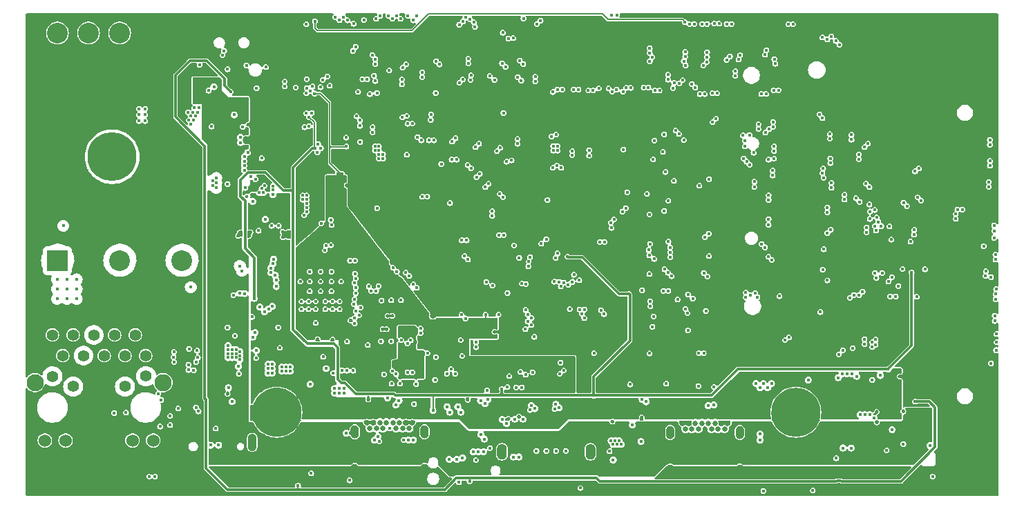
<source format=gbr>
%TF.GenerationSoftware,KiCad,Pcbnew,8.0.8*%
%TF.CreationDate,2025-02-13T16:32:42+11:00*%
%TF.ProjectId,jetson-orin-baseboard,6a657473-6f6e-42d6-9f72-696e2d626173,1.3.0*%
%TF.SameCoordinates,PX1c5f2f0PY7ac91b0*%
%TF.FileFunction,Copper,L3,Inr*%
%TF.FilePolarity,Positive*%
%FSLAX46Y46*%
G04 Gerber Fmt 4.6, Leading zero omitted, Abs format (unit mm)*
G04 Created by KiCad (PCBNEW 8.0.8) date 2025-02-13 16:32:42*
%MOMM*%
%LPD*%
G01*
G04 APERTURE LIST*
%TA.AperFunction,ComponentPad*%
%ADD10C,6.000000*%
%TD*%
%TA.AperFunction,ComponentPad*%
%ADD11C,0.650000*%
%TD*%
%TA.AperFunction,ComponentPad*%
%ADD12O,1.000000X1.600000*%
%TD*%
%TA.AperFunction,ComponentPad*%
%ADD13R,2.540000X2.540000*%
%TD*%
%TA.AperFunction,ComponentPad*%
%ADD14C,2.540000*%
%TD*%
%TA.AperFunction,ComponentPad*%
%ADD15C,1.397000*%
%TD*%
%TA.AperFunction,ComponentPad*%
%ADD16C,1.524000*%
%TD*%
%TA.AperFunction,ComponentPad*%
%ADD17C,2.100000*%
%TD*%
%TA.AperFunction,ComponentPad*%
%ADD18C,2.108200*%
%TD*%
%TA.AperFunction,ComponentPad*%
%ADD19O,1.200000X1.900000*%
%TD*%
%TA.AperFunction,ComponentPad*%
%ADD20O,1.200000X1.700000*%
%TD*%
%TA.AperFunction,ComponentPad*%
%ADD21O,1.000000X2.000000*%
%TD*%
%TA.AperFunction,ComponentPad*%
%ADD22O,1.050000X2.100000*%
%TD*%
%TA.AperFunction,ComponentPad*%
%ADD23C,0.450000*%
%TD*%
%TA.AperFunction,ViaPad*%
%ADD24C,0.450000*%
%TD*%
%TA.AperFunction,Conductor*%
%ADD25C,0.150000*%
%TD*%
%TA.AperFunction,Conductor*%
%ADD26C,0.155000*%
%TD*%
%TA.AperFunction,Conductor*%
%ADD27C,0.300000*%
%TD*%
G04 APERTURE END LIST*
D10*
%TO.N,GND*%
%TO.C,H2*%
X94775000Y10637500D03*
%TD*%
%TO.N,GND*%
%TO.C,SP7*%
X49500000Y33600000D03*
%TD*%
D11*
%TO.N,GND*%
%TO.C,J5*%
X86450080Y9300000D03*
%TO.N,/USB3/USBC1_CONN_TX2_N*%
X86050080Y8600000D03*
%TO.N,/USB3/USBC1_CONN_TX2_P*%
X85250080Y8600000D03*
%TO.N,/USB3/USBC1_VBUS*%
X84850080Y9300000D03*
%TO.N,/USB3/USBC1_CC2*%
X84450080Y8600000D03*
%TO.N,USB0_D_P*%
X84050080Y9300000D03*
%TO.N,USB0_D_N*%
X83250080Y9300000D03*
%TO.N,unconnected-(J5-SBU_{2}-PadB8)*%
X82850080Y8600000D03*
%TO.N,/USB3/USBC1_VBUS*%
X82450080Y9300000D03*
%TO.N,/USB3/USBC1_RX1_N*%
X82050080Y8600000D03*
%TO.N,/USB3/USBC1_RX1_P*%
X81250080Y8600000D03*
%TO.N,GND*%
X80850080Y9300000D03*
D12*
X79380080Y8150000D03*
X79380080Y3420000D03*
D11*
X81650080Y9300000D03*
X85650080Y9300000D03*
D12*
X87920080Y8150000D03*
X87920080Y3420000D03*
%TD*%
D13*
%TO.N,/Ethernet/VDD*%
%TO.C,U23*%
X4298000Y29258855D03*
D14*
%TO.N,/Ethernet/ULS-12_CTRL*%
X11918000Y29258855D03*
%TO.N,GNDD*%
X19538000Y29258855D03*
%TO.N,GND*%
X19538000Y57198855D03*
X15728000Y57198855D03*
%TO.N,Net-(U23-TRIM)*%
X11918000Y57198855D03*
%TO.N,POE_OUTPUT*%
X8108000Y57198855D03*
X4298000Y57198855D03*
%TD*%
D10*
%TO.N,GND*%
%TO.C,H1*%
X31175000Y10650000D03*
%TD*%
D15*
%TO.N,GBE_MDI0_P*%
%TO.C,J6*%
X3685000Y20133603D03*
%TO.N,GBE_MDI0_N*%
X4954000Y17594603D03*
%TO.N,GBE_MDI1_P*%
X6224000Y20133603D03*
%TO.N,Net-(J6-P4)*%
X7494000Y17594603D03*
X8763000Y20133603D03*
%TO.N,GBE_MDI1_N*%
X10034000Y17594603D03*
%TO.N,GBE_MDI2_P*%
X11303000Y20133603D03*
%TO.N,GBE_MDI2_N*%
X12575000Y17594603D03*
%TO.N,GBE_MDI3_P*%
X13844000Y20133603D03*
%TO.N,GBE_MDI3_N*%
X15114000Y17594603D03*
%TO.N,/Ethernet/PAIR_12*%
X3685000Y15055603D03*
%TO.N,/Ethernet/PAIR_36*%
X6224000Y13794603D03*
%TO.N,/Ethernet/PAIR_78*%
X12575000Y13794603D03*
%TO.N,/Ethernet/PAIR_910*%
X15114000Y15063603D03*
D16*
%TO.N,+3V3*%
X2758000Y7175603D03*
%TO.N,Net-(J6-LED_GRN-)*%
X5299000Y7175603D03*
%TO.N,+3V3*%
X13499000Y7175603D03*
%TO.N,Net-(J6-LED_YEL-)*%
X16040000Y7175603D03*
D17*
%TO.N,Net-(C78-Pad1)*%
X1549000Y14283603D03*
D18*
X17248000Y14283603D03*
%TD*%
D19*
%TO.N,GND*%
%TO.C,J13*%
X58765000Y5790000D03*
D20*
X58765000Y1290000D03*
D19*
X69614000Y5790000D03*
D20*
X69614000Y1290000D03*
%TD*%
D11*
%TO.N,GND*%
%TO.C,J4*%
X47800000Y9385000D03*
%TO.N,/USB Debug\u002C DP/USBC0_CONN_TX2_P*%
X47400000Y8685000D03*
%TO.N,/USB Debug\u002C DP/USBC0_CONN_TX2_N*%
X46600000Y8685000D03*
%TO.N,/USB Debug\u002C DP/USBC0_VBUS*%
X46200000Y9385000D03*
%TO.N,/USB Debug\u002C DP/USBC0_CC2*%
X45800000Y8685000D03*
%TO.N,USB2_D_P*%
X45400000Y9385000D03*
%TO.N,USB2_D_N*%
X44600000Y9385000D03*
%TO.N,/USB Debug\u002C DP/USBC0_SBU_P*%
X44200000Y8685000D03*
%TO.N,/USB Debug\u002C DP/USBC0_VBUS*%
X43800000Y9385000D03*
%TO.N,/USB Debug\u002C DP/USBC0_RX1_N*%
X43400000Y8685000D03*
%TO.N,/USB Debug\u002C DP/USBC0_RX1_P*%
X42600000Y8685000D03*
%TO.N,GND*%
X42200000Y9385000D03*
D12*
X40730000Y8235000D03*
X40730000Y3505000D03*
D11*
X43000000Y9385000D03*
X47000000Y9385000D03*
D12*
X49270000Y8235000D03*
X49270000Y3505000D03*
%TD*%
D10*
%TO.N,GND*%
%TO.C,H3*%
X115000000Y5000000D03*
%TD*%
%TO.N,GND*%
%TO.C,H4*%
X10000000Y5000000D03*
%TD*%
%TO.N,GND*%
%TO.C,H5*%
X115000000Y56500000D03*
%TD*%
D21*
%TO.N,GND*%
%TO.C,J3*%
X28161000Y2755000D03*
D22*
X28161000Y6936000D03*
D21*
X19520000Y2755000D03*
D22*
X19520000Y6936000D03*
%TD*%
D10*
%TO.N,GND*%
%TO.C,SP8*%
X11000000Y42000000D03*
%TD*%
%TO.N,GND*%
%TO.C,H6*%
X7500000Y52500000D03*
%TD*%
D23*
%TO.N,/USB Debug\u002C DP/DRAIN1*%
%TO.C,U6*%
X37126000Y23299000D03*
X38000000Y23299000D03*
X38877000Y23299000D03*
X37127000Y24249000D03*
X38000000Y24249000D03*
X38877000Y24249000D03*
%TO.N,/USB Debug\u002C DP/DRAIN2*%
X34200000Y23299000D03*
X35075000Y23299000D03*
X35952000Y23299000D03*
X34201000Y24249000D03*
X35075000Y24249000D03*
X35952000Y24249000D03*
%TO.N,GND*%
X35228000Y25498000D03*
X36550000Y25500000D03*
X37871000Y25500000D03*
X34054000Y26698000D03*
X35228000Y26698000D03*
X37877000Y26698000D03*
X39054000Y26698000D03*
X36550000Y26700000D03*
X35228000Y27898000D03*
X36551000Y27898000D03*
X37877000Y27898000D03*
%TD*%
D24*
%TO.N,GND*%
X93490000Y43750000D03*
X63370000Y52160000D03*
X93150000Y3700000D03*
X51759753Y54210001D03*
X90200000Y1000000D03*
X42550000Y55450000D03*
X56575000Y17975000D03*
X84340000Y57940000D03*
X110900000Y15900000D03*
X23190000Y45720000D03*
X93350000Y55500000D03*
X47900000Y54200000D03*
X46200000Y38400000D03*
X74600000Y27150000D03*
X93230000Y25290000D03*
X54150000Y53750000D03*
X35680000Y34920000D03*
X108900000Y43150000D03*
X112600000Y40800000D03*
X45261244Y28955392D03*
X8150000Y10350000D03*
X54750000Y31260000D03*
X84650000Y22400000D03*
X57220000Y27120000D03*
X93500000Y39260000D03*
X21700000Y12100000D03*
X18550000Y45750000D03*
X53750000Y54500000D03*
X33710000Y42690000D03*
X50664208Y47250000D03*
X41290000Y38500000D03*
X68750000Y50000000D03*
X31930000Y32780000D03*
X79115438Y24960062D03*
X32150000Y40010000D03*
X67000000Y51700000D03*
X112950000Y17650000D03*
X119274500Y15450000D03*
X115475000Y40000000D03*
X1550000Y57150000D03*
X58260000Y47400000D03*
X26649282Y32716875D03*
X77325000Y27225000D03*
X68350000Y57925000D03*
X93260000Y27890000D03*
X28630000Y45170000D03*
X45240000Y55451498D03*
X32100000Y38500000D03*
X21950000Y9350000D03*
X54572500Y12160000D03*
X33300000Y54900000D03*
X117150000Y45640000D03*
X85790000Y57950000D03*
X54160000Y2022500D03*
X44450000Y47050000D03*
X46740000Y7260000D03*
X26520000Y15362000D03*
X40290000Y38500000D03*
X96060000Y30740000D03*
X71450000Y34050000D03*
X93450000Y37800000D03*
X51860000Y58030000D03*
X95750000Y43680000D03*
X96200000Y49780000D03*
X65602278Y28992812D03*
X115237667Y25262667D03*
X98600000Y34600000D03*
X42675000Y51050000D03*
X118850000Y39340000D03*
X93000000Y47200000D03*
X32580000Y32140000D03*
X118875000Y43000000D03*
X115250000Y21475500D03*
X98210000Y36230000D03*
X88728081Y47222960D03*
X28325167Y56975167D03*
X59550000Y9850000D03*
X62195769Y10927994D03*
X43750000Y38500000D03*
X83800000Y13800000D03*
X107575000Y24700000D03*
X54850000Y58050000D03*
X82475536Y47288684D03*
X32600000Y39000000D03*
X57300000Y6250000D03*
X102190000Y43810000D03*
X73500000Y20550000D03*
X77960000Y47300000D03*
X33590000Y45050000D03*
X110775000Y45600000D03*
X94840000Y57860000D03*
X43250000Y38500000D03*
X91920000Y36310000D03*
X43750000Y39000000D03*
X71950000Y5850000D03*
X27410000Y43780000D03*
X48900000Y25800000D03*
X71103485Y50047289D03*
X82350000Y45750000D03*
X46700000Y38400000D03*
X28950000Y32940000D03*
X32600000Y40500000D03*
X20150000Y10550000D03*
X96330000Y55410000D03*
X93530000Y40750000D03*
X61970000Y53440000D03*
X110750000Y38300000D03*
X65000000Y42100000D03*
X32520000Y46950000D03*
X52875000Y43250000D03*
X55250000Y54500000D03*
X38100000Y15450000D03*
X32110000Y38980000D03*
X112660000Y31740000D03*
X58850000Y52470000D03*
X51055000Y3425000D03*
X43740000Y7090000D03*
X23150000Y52550000D03*
X50350000Y58000000D03*
X118760000Y37760000D03*
X109610000Y31880000D03*
X114625000Y48550000D03*
X26440000Y32300000D03*
X40790000Y39000000D03*
X95990000Y28090000D03*
X32500000Y47437500D03*
X79733979Y55127100D03*
X21950000Y8800000D03*
X53375000Y51675000D03*
X21350000Y8800000D03*
X93310000Y58100000D03*
X32630000Y39490000D03*
X110775000Y43200000D03*
X94600000Y47400000D03*
X85946953Y39200462D03*
X47850000Y26950000D03*
X75970000Y42860000D03*
X77850000Y43430000D03*
X31550000Y18550000D03*
X46700000Y38900000D03*
X73750000Y36300000D03*
X40790000Y38500000D03*
X25150000Y38650000D03*
X93400000Y34800000D03*
X27010000Y45690000D03*
X93400000Y36150000D03*
X110800000Y31200000D03*
X59450000Y13750000D03*
X99750000Y5000000D03*
X27700000Y45950000D03*
X110800000Y35500000D03*
X55100000Y47390000D03*
X40290000Y39000000D03*
X95820000Y42750000D03*
X75330000Y57980000D03*
X83450000Y37759062D03*
X90090000Y47290000D03*
X107500000Y15050000D03*
X50573000Y14623000D03*
X46431746Y52266590D03*
X60950000Y38925000D03*
X87100000Y47510000D03*
X26423952Y51922714D03*
X57850000Y57950000D03*
X62594303Y50738537D03*
X71400000Y44750000D03*
X103000000Y42600000D03*
X32130000Y39470000D03*
X47700000Y38900000D03*
X18625000Y4805000D03*
X31350000Y21050000D03*
X62000000Y19950000D03*
X118900000Y41975000D03*
X93350000Y33309000D03*
X58900000Y56509000D03*
X115300000Y34900000D03*
X20750000Y9350000D03*
X74600000Y700000D03*
X95760000Y36200000D03*
X27940000Y32740000D03*
X52990000Y58000000D03*
X104150000Y14625500D03*
X91940000Y34700000D03*
X78926468Y17862500D03*
X65400000Y5900000D03*
X108100000Y46750000D03*
X96058002Y47358002D03*
X96100000Y51150000D03*
X31420000Y33530000D03*
X35450000Y54450000D03*
X70250000Y52800000D03*
X54625000Y28760000D03*
X63900167Y49999833D03*
X94850000Y55490000D03*
X90118506Y50089063D03*
X21350000Y9950000D03*
X19762500Y15775999D03*
X93140585Y49859415D03*
X46580000Y15500000D03*
X28150000Y22350000D03*
X27780000Y32300000D03*
X107450000Y20724500D03*
X95920000Y37400000D03*
X78360000Y55371000D03*
X95830000Y31920000D03*
X104320000Y43480000D03*
X46200000Y38900000D03*
X118875000Y40425000D03*
X65212501Y11043325D03*
X104700000Y9400000D03*
X46988028Y50599881D03*
X103940000Y57860000D03*
X84110000Y47290000D03*
X75300000Y40510000D03*
X82770000Y42450000D03*
X73030000Y28187500D03*
X67375500Y43321500D03*
X91840000Y58100000D03*
X53700000Y44200000D03*
X74193830Y39525000D03*
X98550000Y43750000D03*
X32800000Y55400000D03*
X103778500Y37670000D03*
X115450000Y42375000D03*
X33800000Y55400000D03*
X53700000Y42050000D03*
X112670000Y42260000D03*
X64200000Y5900000D03*
X117120000Y44410000D03*
X57590000Y42870000D03*
X117150000Y34950000D03*
X32590000Y32780000D03*
X98470000Y37910000D03*
X33710000Y43190000D03*
X93450000Y45250000D03*
X61425500Y50850000D03*
X75900000Y10025000D03*
X20150000Y9350000D03*
X101700000Y33550000D03*
X62476064Y58450000D03*
X112700000Y37750000D03*
X102800000Y38600000D03*
X46570000Y54170000D03*
X99250000Y33600000D03*
X51580000Y53750000D03*
X40950000Y45362500D03*
X28650000Y49750000D03*
X117125000Y42475000D03*
X46400000Y27600000D03*
X33710000Y43690000D03*
X92340000Y39250000D03*
X33300000Y55400000D03*
X95880000Y39590000D03*
X44150000Y20850000D03*
X45324048Y22483115D03*
X84015584Y25065584D03*
X56330000Y57980000D03*
X98050000Y3700000D03*
X79290000Y41730000D03*
X92720000Y42410000D03*
X53565000Y29670000D03*
X86850000Y52809000D03*
X84170000Y45780000D03*
X37210356Y31089644D03*
X42390000Y12200000D03*
X95810000Y45190000D03*
X117100000Y37575000D03*
X55970000Y52920000D03*
X76850000Y58020000D03*
X27410000Y44320000D03*
X41125000Y51825000D03*
X110675000Y40775000D03*
X23700000Y8650000D03*
X110650000Y21600000D03*
X48150000Y19300000D03*
X76970000Y730000D03*
X57050000Y35030000D03*
X33800000Y54400000D03*
X52191624Y47379000D03*
X93380000Y41360000D03*
X96100000Y51720000D03*
X98200000Y32250000D03*
X111750000Y3790000D03*
X108789000Y43775000D03*
X44350000Y58950000D03*
X63000000Y5900000D03*
X37112500Y47000000D03*
X20150000Y9950000D03*
X79710000Y47310000D03*
X60400000Y58050000D03*
X60950000Y43075000D03*
X98500000Y45212500D03*
X28509800Y38642267D03*
X98100000Y47727000D03*
X51020000Y54230000D03*
X115425000Y37625000D03*
X36175500Y19604500D03*
X58100000Y49850000D03*
X60850000Y10150000D03*
X40950000Y52500000D03*
X48590000Y17100000D03*
X92449484Y29372216D03*
X20750000Y9950000D03*
X85770000Y49850000D03*
X107400000Y37667000D03*
X107450000Y35843902D03*
X55460000Y40060000D03*
X57850000Y20515500D03*
X10950000Y46550000D03*
X87390000Y58010000D03*
X90900000Y30280000D03*
X95900000Y23950000D03*
X40200000Y21920000D03*
X37315000Y1995000D03*
X104440000Y38440000D03*
X93570000Y30320000D03*
X36850000Y17450000D03*
X31930000Y32140000D03*
X48000000Y11650000D03*
X32800000Y54400000D03*
X14900000Y8150000D03*
X55581979Y4766979D03*
X80840000Y49930000D03*
X76985891Y49853340D03*
X95850000Y34760000D03*
X90390000Y58340000D03*
X95880000Y40650000D03*
X102600000Y43000000D03*
X75970000Y37800000D03*
X91470000Y50190000D03*
X114950000Y15550000D03*
X92170000Y43910000D03*
X46525000Y53675000D03*
X25855356Y25014644D03*
X91364209Y47356942D03*
X39800000Y19315000D03*
X93490000Y42270000D03*
X82750000Y35650000D03*
X66900000Y57900000D03*
X21850000Y57850000D03*
X33500000Y47437500D03*
X84590000Y53520000D03*
X54390000Y51910000D03*
X117125000Y39975000D03*
X84010000Y50150000D03*
X68749833Y26100167D03*
X33000000Y47437500D03*
X45690000Y16550000D03*
X48250000Y14125000D03*
X91390000Y39990000D03*
X115390000Y45400000D03*
X54375000Y40350000D03*
X79357954Y49964987D03*
X98700000Y42300000D03*
X109000000Y40850000D03*
X81770000Y55190000D03*
X20750000Y10550000D03*
X91500000Y46000000D03*
X35650000Y2550000D03*
X28080000Y43730000D03*
X21350000Y9350000D03*
X56525000Y43725000D03*
X100050000Y1750000D03*
X37625000Y51300000D03*
X83100000Y50400000D03*
X39750000Y38500000D03*
X42700000Y43850000D03*
X22807388Y50118383D03*
X117950000Y8750000D03*
X57279000Y54210001D03*
X3550000Y49150000D03*
X88800000Y58050000D03*
X53602866Y47402866D03*
X26050167Y20049833D03*
X56539091Y38833589D03*
X34730000Y33430000D03*
X82850000Y57960000D03*
X18350000Y6450000D03*
X30570000Y33530000D03*
X110025000Y28325000D03*
X107950000Y6750000D03*
X58300000Y36900000D03*
X83400000Y55250000D03*
X71450000Y14025000D03*
X58920000Y43590000D03*
X45000000Y8650000D03*
X19812500Y18396250D03*
X91950000Y37650000D03*
X72300000Y9500000D03*
X107950000Y10750000D03*
X50315000Y22487000D03*
X56590000Y49810000D03*
X42462000Y26100000D03*
X115350000Y31100000D03*
X25150000Y12900000D03*
X60100000Y44125000D03*
X69850000Y57975000D03*
X109940000Y34480000D03*
X8550000Y14250000D03*
X90027000Y31191000D03*
X105900000Y5950000D03*
X44749514Y22470031D03*
X98750000Y39250000D03*
X32800000Y54900000D03*
X33020000Y46950000D03*
X33300000Y54400000D03*
X45250000Y14150000D03*
X38000000Y19550000D03*
X60000000Y47450000D03*
X93570000Y53290000D03*
X96350000Y58100000D03*
X52200000Y42150000D03*
X98700000Y40700000D03*
X32600000Y38500000D03*
X76890585Y42490585D03*
X55690000Y42630000D03*
X25150000Y21050000D03*
X63685323Y47400000D03*
X82500000Y55151000D03*
X117200000Y31110000D03*
X61150000Y33850000D03*
X85445585Y47085585D03*
X17244565Y15820591D03*
X114392909Y24900519D03*
X96100000Y52275000D03*
X82750000Y36150000D03*
X81100000Y47290000D03*
X115350000Y17650000D03*
X95840000Y33440000D03*
X47200000Y38900000D03*
X53600000Y49800000D03*
X33800000Y54900000D03*
X55080000Y49810000D03*
X68450000Y52850000D03*
X46900000Y52000000D03*
X32640000Y40000000D03*
X103900000Y625000D03*
X102850000Y41200000D03*
X91980000Y33240000D03*
X79100000Y37310000D03*
X115200000Y39250000D03*
X104400000Y40550000D03*
X36840000Y55480000D03*
X47200000Y38400000D03*
X58690000Y31880000D03*
X53550167Y31249833D03*
X44650000Y20850000D03*
X88600000Y49830000D03*
X61430619Y36450000D03*
X83600000Y33030000D03*
X60850000Y52400000D03*
X43250000Y39000000D03*
X74920000Y49980000D03*
X91482792Y30463085D03*
X65350000Y58380000D03*
X85860000Y55340000D03*
X112630000Y33230000D03*
X33520000Y46950000D03*
X36450000Y52550000D03*
X102000000Y37500000D03*
X96150000Y1050000D03*
X102800000Y20040000D03*
X5050000Y59350000D03*
X76480000Y46930000D03*
X28500000Y55200000D03*
X82450000Y49850000D03*
X52120000Y49850000D03*
X10550000Y10350000D03*
X21950000Y9950000D03*
X118900000Y44575000D03*
X66600000Y5900000D03*
X79550000Y45550000D03*
X41290000Y39000000D03*
X64450000Y58355000D03*
X104700000Y10700000D03*
X47700000Y38400000D03*
X48387131Y15421394D03*
X28650000Y17300000D03*
%TO.N,CSI1_D0_N*%
X92140000Y53990000D03*
%TO.N,CSI0_D0_N*%
X97682006Y47218741D03*
%TO.N,CSI1_D0_P*%
X92270000Y53420000D03*
%TO.N,CSI0_D0_P*%
X98025011Y46754989D03*
%TO.N,CSI1_CLK_N*%
X55470000Y57980000D03*
X94440000Y58280000D03*
%TO.N,CSI0_CLK_N*%
X101610000Y44697000D03*
%TO.N,CSI1_CLK_P*%
X55330000Y58540000D03*
X93860000Y58270000D03*
%TO.N,CSI0_CLK_P*%
X101610000Y44103000D03*
%TO.N,CSI1_D1_N*%
X91180000Y55090000D03*
%TO.N,CSI0_D1_N*%
X92644323Y50160000D03*
%TO.N,CSI1_D1_P*%
X91010000Y54540000D03*
%TO.N,CSI0_D1_P*%
X92050323Y50160000D03*
%TO.N,CSI3_D0_N*%
X81290000Y53220000D03*
%TO.N,CSI2_D0_N*%
X109840000Y40570000D03*
X91144323Y49710134D03*
%TO.N,CSI3_D0_P*%
X81050000Y53750000D03*
%TO.N,CSI2_D0_P*%
X90550323Y49710134D03*
X109380000Y40220000D03*
%TO.N,CSI3_CLK_N*%
X61377890Y53392110D03*
X87360000Y51933000D03*
%TO.N,CSI2_CLK_N*%
X109290000Y33020000D03*
X91460011Y45385011D03*
%TO.N,CSI3_CLK_P*%
X60962110Y53807890D03*
X87360000Y52527000D03*
%TO.N,CSI2_CLK_P*%
X91039989Y44964989D03*
X109240000Y32440000D03*
%TO.N,CSI3_D1_N*%
X81225000Y54300000D03*
%TO.N,CSI2_D1_N*%
X114370000Y34984000D03*
X90210000Y46004000D03*
%TO.N,CSI3_D1_P*%
X81225000Y54875000D03*
%TO.N,CSI2_D1_P*%
X90210000Y45416000D03*
X114370000Y34396000D03*
%TO.N,DP1_TXD0_N*%
X58893294Y37046706D03*
X47920000Y26340000D03*
%TO.N,DP1_TXD1_P*%
X57123294Y38693294D03*
X47420000Y27360000D03*
%TO.N,DP1_TXD3_N*%
X54973794Y40596706D03*
X42741000Y25548000D03*
%TO.N,DP1_TXD3_P*%
X43363000Y25548000D03*
X54567206Y41003294D03*
%TO.N,SPIO_MOSI*%
X98050000Y56650000D03*
X104700000Y34550000D03*
%TO.N,SPIO_SCK*%
X98630000Y56410000D03*
X103840000Y34380000D03*
%TO.N,SPIO_MISO*%
X99120000Y56780000D03*
X103870000Y35270000D03*
%TO.N,~{SPI0_CS0}*%
X72850000Y59370000D03*
X100120000Y55780000D03*
X104450000Y35470000D03*
%TO.N,~{SPI0_CS1}*%
X103790000Y36160000D03*
X99680000Y56230000D03*
X72170000Y59370000D03*
%TO.N,DP1_AUX_N*%
X54288649Y22161351D03*
X40725000Y21546531D03*
%TO.N,DP1_AUX_P*%
X40725000Y22218531D03*
X53811351Y22638649D03*
%TO.N,SPI1_MOSI*%
X119280000Y25150000D03*
X100449498Y15350502D03*
%TO.N,SPI1_SCK*%
X99987146Y14888856D03*
X119310000Y25740000D03*
%TO.N,SPI1_MISO*%
X101049749Y15350418D03*
X119250000Y24540000D03*
%TO.N,USB0_D_N*%
X83496500Y17900862D03*
X71344000Y31550000D03*
X69944000Y50150000D03*
X84050000Y11450000D03*
%TO.N,~{SPI1_CS0}*%
X119150000Y22500000D03*
X101649833Y15350167D03*
%TO.N,~{SPI1_CS1}*%
X119150000Y21850000D03*
X102250000Y15050000D03*
%TO.N,GPIO01*%
X65500000Y40931500D03*
X106250000Y33450000D03*
X104475500Y27750000D03*
%TO.N,USER_LED1*%
X58950000Y47378500D03*
X70050000Y17900000D03*
X53725499Y19498500D03*
%TO.N,USER_BTN0*%
X66350000Y15774500D03*
X90400000Y7250000D03*
X90800000Y1000000D03*
%TO.N,USER_BTN1*%
X65850000Y15350000D03*
X96850000Y1050000D03*
X90400000Y7950000D03*
%TO.N,PCIE0_RX0_N*%
X92112567Y42703000D03*
X63500000Y58720000D03*
%TO.N,PCIE0_RX0_P*%
X63050000Y58320000D03*
X92112567Y43297000D03*
%TO.N,PCIE0_RX1_N*%
X62850000Y51847000D03*
X91930000Y39703000D03*
%TO.N,PCIE0_RX1_P*%
X91930000Y40297000D03*
X62850000Y51253000D03*
%TO.N,PCIE0_RX2_N*%
X59556000Y56525000D03*
X91450000Y36712500D03*
%TO.N,PCIE0_RX2_P*%
X91450000Y37287500D03*
X60144000Y56570000D03*
%TO.N,PCIE0_RX3_N*%
X91450000Y33650000D03*
X54650000Y53453000D03*
%TO.N,PCIE0_RX3_P*%
X54650000Y54047000D03*
X91450000Y34350000D03*
%TO.N,PCIE0_CLK_N*%
X53970011Y51500011D03*
X92000000Y45703000D03*
%TO.N,USBSS0_RX_N*%
X53853000Y31750000D03*
X53970000Y58600000D03*
%TO.N,PCIE0_CLK_P*%
X92000000Y46297000D03*
X53549989Y51079989D03*
%TO.N,USBSS0_RX_P*%
X54447000Y31750000D03*
X53530000Y58220000D03*
%TO.N,USBSS0_TX_N*%
X54175000Y29800000D03*
X46500000Y51497000D03*
%TO.N,PCIE1_RX0_N*%
X91007890Y30892110D03*
X50702110Y53747890D03*
%TO.N,PCIE1_RX0_P*%
X51117890Y53332110D03*
X90592110Y31307890D03*
%TO.N,PCIE1_CLK_N*%
X91840088Y29320067D03*
X46592110Y52942110D03*
%TO.N,PCIE1_CLK_P*%
X47007890Y53357890D03*
X91420066Y29740089D03*
%TO.N,PCIE1_CLKREQ\u002A*%
X50050000Y46550000D03*
X93928015Y19818677D03*
%TO.N,PCIE1_RST\u002A*%
X93450000Y19500000D03*
X47250000Y59300000D03*
%TO.N,GBE_MDI0_N*%
X47210000Y46060000D03*
%TO.N,GBE_MDI0_P*%
X47800000Y46090000D03*
%TO.N,GBE_MDI1_N*%
X47100000Y47025000D03*
%TO.N,GBE_MDI1_P*%
X46550000Y46850000D03*
%TO.N,I2S0_SDOUT*%
X46350000Y58950000D03*
X118025000Y27375000D03*
%TO.N,I2S0_SDIN*%
X45850000Y59300000D03*
X106560000Y27250000D03*
%TO.N,GBE_MDI2_N*%
X42910000Y44994000D03*
%TO.N,I2S0_LRCK*%
X45350000Y58950000D03*
X106130000Y26690000D03*
%TO.N,GBE_MDI2_P*%
X42910000Y45666000D03*
%TO.N,I2S0_SCLK*%
X118075000Y27950000D03*
X44850000Y59300000D03*
%TO.N,GBE_MDI3_N*%
X41350000Y45800000D03*
%TO.N,GBE_MDI3_P*%
X41350000Y46487500D03*
%TO.N,GPIO09*%
X106480000Y31840000D03*
X107850000Y28220000D03*
X41850000Y58800000D03*
%TO.N,SDA_CAM*%
X40840000Y55500000D03*
X65200000Y26675000D03*
%TO.N,/SoM/~{FORCE_RECOVERY}*%
X57025500Y12200000D03*
X52414182Y36314182D03*
X72400000Y4800000D03*
X41150000Y49975000D03*
%TO.N,SCL_CAM*%
X65775000Y26650000D03*
X40505523Y55007622D03*
%TO.N,GPIO11*%
X119250000Y29400000D03*
X41396000Y43830000D03*
%TO.N,GPIO12*%
X36160000Y42560000D03*
X119225000Y30000000D03*
%TO.N,GPIO13*%
X36580000Y43070000D03*
X119075000Y32075000D03*
%TO.N,/SoM/PMIC_BBAT*%
X25974500Y47150000D03*
X81200000Y58525500D03*
X35850000Y58650000D03*
%TO.N,~{RESET}*%
X29325000Y41825000D03*
X16660000Y12910000D03*
X16870000Y8887990D03*
X42890000Y54510000D03*
X34800000Y58274500D03*
X48420000Y44430000D03*
%TO.N,+3V3*%
X65050000Y42750000D03*
X38600000Y38900000D03*
X108837500Y31587500D03*
X67050000Y14750000D03*
X98200000Y30650000D03*
X89250000Y25050000D03*
X39140000Y39930000D03*
X88748213Y41403316D03*
X38640000Y39920000D03*
X111550000Y2750000D03*
X48450000Y22487000D03*
X37400000Y21577083D03*
X89127023Y41029146D03*
X37662500Y34850000D03*
X38600000Y38400000D03*
X104550000Y18950000D03*
X37950000Y37800000D03*
X67050000Y13550000D03*
X38630000Y39390000D03*
X77290000Y41690000D03*
X39700000Y43270000D03*
X40450000Y14450000D03*
X38075000Y38375000D03*
X104550000Y19550000D03*
X111250000Y6550000D03*
X75800000Y7050000D03*
X67050000Y14150000D03*
X56750000Y22638000D03*
X88650000Y24750000D03*
X90080000Y24780000D03*
X40095000Y2290000D03*
X74125500Y37650000D03*
X104150000Y19250000D03*
X65550000Y43321500D03*
X103250000Y10362500D03*
X48750000Y19500000D03*
X39120000Y39400000D03*
X76850000Y34950000D03*
X35815315Y49766913D03*
X77200000Y21150000D03*
X40600000Y19350000D03*
X66550000Y14750000D03*
X104150000Y18650000D03*
X76850000Y17862000D03*
X104601293Y32945258D03*
X39100000Y38900000D03*
X65550000Y42750000D03*
X65050000Y43321500D03*
X84150000Y39250000D03*
X42500000Y24930000D03*
X66550000Y14150000D03*
X75950000Y12250000D03*
X39100000Y38400000D03*
X84100000Y32575000D03*
X88650000Y25350000D03*
X66550000Y13550000D03*
X58200000Y13900000D03*
X89800000Y25300000D03*
X88400000Y41800000D03*
X81050000Y44050000D03*
X103850000Y10362500D03*
X64350000Y36700000D03*
X81550000Y20700000D03*
X102650000Y10362500D03*
X57250000Y19880500D03*
%TO.N,EEPROM_PWR*%
X53900000Y17550000D03*
X52020000Y15370000D03*
%TO.N,+5V*%
X28950000Y36550000D03*
X70500000Y10150000D03*
X40250000Y10480000D03*
X70500000Y11150000D03*
X39650000Y9980000D03*
X30249258Y21038000D03*
X28950000Y35750000D03*
X40840000Y27080000D03*
X71000000Y10150000D03*
X30750000Y20550000D03*
X40250000Y9980000D03*
X107150000Y10350000D03*
X67362000Y42200000D03*
X29550000Y35750000D03*
X30250000Y20550000D03*
X105350000Y10350000D03*
X75950000Y25615000D03*
X67375000Y42700000D03*
X29550000Y36545000D03*
X29850000Y36150000D03*
X33884503Y15531724D03*
X39650000Y10980000D03*
X56300000Y10200000D03*
X40250000Y10980000D03*
X28250000Y20950000D03*
X39650000Y10480000D03*
X71000000Y11150000D03*
X106550000Y10350000D03*
X30150000Y36545000D03*
X105950000Y10350000D03*
X31560000Y26510000D03*
X70750000Y10650000D03*
X30150000Y35750000D03*
X30750000Y21050000D03*
X29250000Y36150000D03*
%TO.N,CAN_RX*%
X60150000Y5150000D03*
X49624793Y37121999D03*
X57850000Y51450000D03*
X50430000Y44030000D03*
X56150000Y12050000D03*
X119325000Y18275000D03*
%TO.N,CAN_TX*%
X60850000Y5150000D03*
X49010244Y37090814D03*
X56700000Y11700000D03*
X49830000Y44020000D03*
X57275000Y51925000D03*
X118700000Y16650000D03*
%TO.N,GPIO07*%
X43450000Y49850000D03*
X101750000Y18500000D03*
X40550000Y15750000D03*
X35308564Y50102926D03*
X104450000Y33500000D03*
%TO.N,PCIE2_RST\u002A*%
X39850000Y58750000D03*
X104900000Y34000000D03*
X106340000Y24860000D03*
%TO.N,PCIE2_CLKREQ\u002A*%
X107020000Y24850000D03*
X39350000Y59150000D03*
X105250167Y33500167D03*
%TO.N,/Ethernet/VDD*%
X6650000Y24550000D03*
X5450000Y26950000D03*
X4250000Y24550000D03*
X23300000Y38500000D03*
X5450000Y25750000D03*
X6650000Y25750000D03*
X4250000Y25750000D03*
X6650000Y26950000D03*
X23760000Y39400000D03*
X5450000Y24550000D03*
X23760000Y38800000D03*
X23300000Y39100000D03*
X23750000Y38200000D03*
X4250000Y26950000D03*
%TO.N,GNDD*%
X5025000Y33525000D03*
X26650000Y28600000D03*
%TO.N,USBSS1_RX_N*%
X114578000Y35525000D03*
X86894323Y58320000D03*
%TO.N,+1V8*%
X108975000Y27810000D03*
X58750000Y13500000D03*
X106100000Y15950000D03*
X35124499Y46893788D03*
X76835000Y27615000D03*
X70000000Y12750000D03*
X28400000Y24625500D03*
X35860000Y43070000D03*
X50315000Y10840000D03*
X66781153Y29750515D03*
X74350000Y25150000D03*
%TO.N,PCIE2_RX0_N*%
X80480011Y44799989D03*
X118550000Y41497000D03*
%TO.N,USBSS1_RX_P*%
X115172000Y35525000D03*
X86300323Y58320000D03*
%TO.N,VCC*%
X22100000Y51452500D03*
X21200000Y50300000D03*
X44200000Y42300000D03*
X43200000Y42800000D03*
X34525000Y34825000D03*
X21750000Y50300000D03*
X22100000Y50852500D03*
X111260000Y9850000D03*
X34350000Y37250000D03*
X37150000Y8100000D03*
X34850000Y37250000D03*
X43700000Y42300000D03*
X43700000Y41800000D03*
X43700000Y42800000D03*
X21630000Y48010000D03*
X21500000Y51452500D03*
X24730000Y47437500D03*
X21080000Y48010000D03*
X111260000Y9350000D03*
X34350000Y36750000D03*
X21500000Y50852500D03*
X34850000Y35250000D03*
X43200000Y43300000D03*
X34850000Y36250000D03*
X43700000Y43300000D03*
X34850000Y35750000D03*
X110760000Y9850000D03*
X34850000Y36750000D03*
X44200000Y41800000D03*
X110760000Y9350000D03*
%TO.N,USB_FLASH_ID*%
X78550000Y25550000D03*
X73650000Y42900000D03*
X73600000Y50000000D03*
%TO.N,3V3_STDB*%
X25530000Y49980000D03*
X33785000Y1650000D03*
X109400000Y11950000D03*
X54800000Y2150000D03*
%TO.N,UART0_RTS*%
X91450000Y41650000D03*
X71850000Y50390000D03*
%TO.N,UART0_CTS*%
X70650000Y50400000D03*
X92100000Y41775000D03*
%TO.N,PCIE3_RST\u002A*%
X38850000Y58774500D03*
X117800000Y31025000D03*
%TO.N,/USB Debug\u002C DP/USBC0_RX2_N*%
X47200000Y15550000D03*
X47180000Y19090000D03*
%TO.N,/Ethernet/POE_ACTIVE*%
X26914280Y28000000D03*
X20640000Y26000000D03*
%TO.N,PCIE3_CLKREQ\u002A*%
X38350000Y59150000D03*
X119080000Y33575000D03*
X109590000Y24820000D03*
X110590000Y28200000D03*
%TO.N,I2C2_SCL*%
X34560000Y45637500D03*
X103200000Y19000000D03*
X119350000Y19250000D03*
%TO.N,I2C2_SDA*%
X119350000Y20250000D03*
X35121248Y45762500D03*
X103200000Y19600000D03*
%TO.N,PCIE2_RX0_P*%
X118550000Y40903000D03*
X80059989Y45220011D03*
%TO.N,USBSS1_TX_N*%
X85370000Y58350000D03*
X102160000Y36910000D03*
%TO.N,/USB Debug\u002C DP/PDC_LDO_3V3*%
X35950000Y21600000D03*
X37820000Y31150000D03*
%TO.N,Net-(D36-A)*%
X28700000Y50450000D03*
X35400000Y3150000D03*
X27450000Y53225500D03*
%TO.N,Net-(D1-C)*%
X101900000Y25050000D03*
%TO.N,/USB Debug\u002C DP/USBC0_RX2_P*%
X47775000Y15550000D03*
X47592334Y19492334D03*
%TO.N,/USB Debug\u002C DP/USBC0_RX1_N*%
X43557890Y7647890D03*
%TO.N,/USB Debug\u002C DP/USBC0_RX1_P*%
X43142110Y7232110D03*
%TO.N,PCIE2_TX0_N*%
X102500000Y42297000D03*
X85144323Y49800000D03*
%TO.N,USBSS1_TX_P*%
X84790000Y58370000D03*
X102600000Y36450000D03*
%TO.N,PCIE2_TX0_P*%
X84550323Y49800000D03*
X102500000Y41703000D03*
%TO.N,USBSS2_RX_N*%
X79120000Y51480000D03*
X83894323Y58310000D03*
X72520000Y34320000D03*
%TO.N,PCIE2_CLK_N*%
X83594000Y49700000D03*
X103389989Y38710011D03*
%TO.N,USBSS2_RX_P*%
X79125000Y52069000D03*
X83310000Y58320000D03*
X72107666Y33907666D03*
%TO.N,PCIE2_CLK_P*%
X83006000Y49700000D03*
X103810011Y38289989D03*
%TO.N,USBSS2_TX_N*%
X73950000Y35690000D03*
X82347161Y58312839D03*
X79870000Y51080000D03*
%TO.N,/SoM/DEBUG_TXD_1V8*%
X35460000Y47380000D03*
%TO.N,/M.2/~{LED1}*%
X98070000Y28150000D03*
X89700000Y38950000D03*
%TO.N,PCIE2_RX1_N*%
X118550000Y44097000D03*
X82460000Y50520000D03*
%TO.N,USBSS2_TX_P*%
X81760000Y58290000D03*
X79720000Y50430000D03*
X73532666Y35282666D03*
%TO.N,PCIE2_RX1_P*%
X82030000Y50930000D03*
X118550000Y43503000D03*
%TO.N,Net-(D61-A)*%
X53500000Y2050000D03*
X25150000Y52750000D03*
%TO.N,/M.2/~{M2_E_UART_WAKE}*%
X92775000Y24895000D03*
X84135000Y29810000D03*
%TO.N,/USB Debug\u002C DP/FTDI_3V3*%
X19100000Y11100000D03*
X20335333Y15825900D03*
X26500000Y16275000D03*
X20430000Y18425000D03*
X18530000Y17430000D03*
%TO.N,/USB Debug\u002C DP/USBC3_VBUS*%
X30600000Y16000000D03*
X30100000Y15450000D03*
X30100000Y16000000D03*
X30100000Y16550000D03*
X30600000Y16550000D03*
X30600000Y15450000D03*
%TO.N,/USB Debug\u002C DP/USBC0_CONN_TX2_N*%
X47333000Y7210000D03*
%TO.N,/CSI/CSI3_0_D1_N*%
X83910000Y54259400D03*
X109702110Y37037890D03*
%TO.N,/CSI/CSI3_0_D1_P*%
X83910000Y54853400D03*
X110117890Y36622110D03*
%TO.N,/CSI/CSI3_0_D0_N*%
X83439989Y53199989D03*
X107972110Y36387890D03*
%TO.N,/CSI/CSI3_0_D0_P*%
X108387890Y35972110D03*
X83860011Y53620011D03*
%TO.N,/CSI/CSI1_1_D0_N*%
X54980000Y52020000D03*
X86710011Y54330011D03*
%TO.N,/CSI/CSI1_1_D0_P*%
X54920000Y51430000D03*
X86289989Y53909989D03*
%TO.N,/CSI/CSI1_1_D1_N*%
X49000000Y52370000D03*
X87960000Y54480000D03*
%TO.N,/CSI/CSI1_1_D1_P*%
X87750000Y53940000D03*
X48990000Y51780000D03*
%TO.N,/CSI/CSI3_1_D1_N*%
X76890000Y54743000D03*
X59197890Y53072110D03*
%TO.N,/CSI/CSI3_1_D1_P*%
X76890000Y55337000D03*
X58782110Y53487890D03*
%TO.N,/CSI/CSI3_1_D0_N*%
X61127890Y51372110D03*
X76890000Y53730000D03*
%TO.N,/CSI/CSI3_1_D0_P*%
X60712110Y51787890D03*
X77190000Y54240000D03*
%TO.N,VSYNC_CAM2*%
X39680000Y44370000D03*
%TO.N,VSYNC_CAM3*%
X36250000Y43580000D03*
%TO.N,/M.2/M2_M_SMB_CLK*%
X98185000Y39435000D03*
X89600000Y42495000D03*
%TO.N,/M.2/M2_M_SMB_DATA*%
X98020000Y39995000D03*
X88525000Y43275000D03*
%TO.N,/M.2/~{M2_M_ALERT}*%
X88550000Y43965000D03*
X98135000Y40565000D03*
%TO.N,/M.2/~{M2_M_CLKREQ0}*%
X78500000Y42600000D03*
X78650000Y35350000D03*
%TO.N,/M.2/~{M2_M_PEWAKE0}*%
X79850000Y39050000D03*
X78650000Y44750000D03*
%TO.N,SYS_SDA*%
X83500000Y27737500D03*
X56200000Y7900000D03*
X100050000Y17750000D03*
X30782860Y29445728D03*
X40696398Y24525324D03*
X43100000Y51950000D03*
X32150000Y51250000D03*
X79106235Y27793765D03*
%TO.N,SYS_SCL*%
X78700000Y28200000D03*
X40650000Y23933672D03*
X32150000Y50650000D03*
X83950000Y27312500D03*
X43250000Y51300000D03*
X30680000Y28880000D03*
X100550000Y18250000D03*
X56620000Y7350000D03*
%TO.N,~{PDC_CS}*%
X53020000Y15370000D03*
X50670000Y17400000D03*
%TO.N,PDC_SCLK*%
X53360000Y11330000D03*
X52022000Y11330000D03*
%TO.N,PDC_MISO*%
X52520000Y15950000D03*
%TO.N,PDC_MOSI*%
X52400000Y10650000D03*
X53727500Y10650000D03*
%TO.N,/USB Debug\u002C DP/USBC0_CONN_TX2_P*%
X47927000Y7210000D03*
%TO.N,/USB Debug\u002C DP/USBC0_VBUS*%
X38250000Y13000000D03*
X38850000Y13550000D03*
X39450000Y13550000D03*
X39450000Y13000000D03*
X38850000Y13000000D03*
X39685000Y8085000D03*
X38250000Y13550000D03*
%TO.N,/USB3/USBC1_VBUS*%
X73400000Y6700000D03*
X72150000Y7150000D03*
X72900000Y6700000D03*
X73150000Y7150000D03*
X72650000Y7150000D03*
X72400000Y6700000D03*
X68385000Y1345000D03*
%TO.N,/USB Debug\u002C DP/FTDI_LED_TX*%
X16250000Y2750000D03*
X25250000Y13638000D03*
%TO.N,/USB Debug\u002C DP/FTDI_LED_RX*%
X15550000Y2750000D03*
X18115000Y9070000D03*
X21000000Y15800000D03*
%TO.N,/USB Debug\u002C DP/USBC3_CC1*%
X31100000Y26072500D03*
X25700000Y11950000D03*
%TO.N,DP1_TXD0_HDMI_TX2_N*%
X80913294Y51423294D03*
%TO.N,/USB Debug\u002C DP/USBC3_CC2*%
X21600000Y10750000D03*
X31000000Y27437500D03*
%TO.N,/USB Debug\u002C DP/USBC0_CC1*%
X44322001Y15300678D03*
X40750000Y27650000D03*
%TO.N,/USB Debug\u002C DP/USBC0_CC2*%
X40675000Y26525000D03*
X46150000Y12050000D03*
X46250000Y14150000D03*
%TO.N,PWR_SOFT*%
X29835000Y53015000D03*
X28650000Y18220000D03*
%TO.N,/USB3/USBC1_CC1*%
X76950000Y23650000D03*
X82850000Y13850000D03*
%TO.N,/USB3/USBC1_CC2*%
X76930000Y24270000D03*
X84750000Y11550000D03*
X84750000Y13750000D03*
%TO.N,/USB3/USBC1_ID*%
X76428015Y11931323D03*
X79150000Y25550000D03*
%TO.N,/USB Debug\u002C DP/USBC0_FLIP*%
X30646800Y23628700D03*
X41450000Y23514752D03*
%TO.N,/USB Debug\u002C DP/USBC0_CTL0*%
X40843765Y23062000D03*
X30159263Y23324794D03*
%TO.N,/USB Debug\u002C DP/USBC0_CTL1*%
X29682818Y23003775D03*
X41250000Y22550000D03*
%TO.N,/USB Debug\u002C DP/PDC_I2C1_SCL*%
X18572644Y18056964D03*
X30449890Y27776867D03*
X21418590Y18215617D03*
%TO.N,/USB Debug\u002C DP/PDC_I2C1_SDA*%
X21487500Y17365617D03*
X30452626Y28351863D03*
X18600000Y16800000D03*
%TO.N,/USB Debug\u002C DP/USBC0_I2C_EN*%
X44014499Y24350000D03*
%TO.N,/USB Debug\u002C DP/USBC0_SSEQ0*%
X46400000Y24400000D03*
%TO.N,/USB Debug\u002C DP/USBC0_SSEQ1*%
X48800000Y20924503D03*
%TO.N,/USB Debug\u002C DP/USBC0_DPEQ0*%
X45200000Y24394500D03*
%TO.N,/USB Debug\u002C DP/USBC0_DPEQ1*%
X48800000Y20350000D03*
%TO.N,/USB Debug\u002C DP/USBC0_EQ0*%
X46425000Y19500000D03*
%TO.N,/USB Debug\u002C DP/USBC0_EQ1*%
X45200000Y19350000D03*
%TO.N,CSIA_FLG*%
X105100000Y15150000D03*
X78900000Y14150000D03*
X62522500Y15550000D03*
%TO.N,/USB3/USBC1_ADDR*%
X81500000Y22800000D03*
%TO.N,/USB3/~{USBC1_INT}*%
X81250000Y23350000D03*
%TO.N,/CSI/SDA_CAM0*%
X67400000Y26643000D03*
%TO.N,CSIA_PEN*%
X96290000Y14610000D03*
X104370000Y9950000D03*
X58350000Y22638000D03*
%TO.N,/CSI/SCL_CAM0*%
X66890000Y26320000D03*
%TO.N,/CSI/I2C_MUX_RESET*%
X65565089Y30152255D03*
%TO.N,/SoM/DEBUG_RXD_1V8*%
X34809661Y49809326D03*
%TO.N,/Supply/VCC_IN*%
X14300000Y46400000D03*
X32300000Y16200000D03*
X14300000Y47150000D03*
X15050000Y47900000D03*
X26200000Y17850000D03*
X14300000Y47900000D03*
X26650000Y17100000D03*
X26650000Y17600000D03*
X25200000Y18350000D03*
X25200000Y17350000D03*
X26200000Y17350000D03*
X15050000Y47150000D03*
X32800000Y15689591D03*
X26200000Y18350000D03*
X25700000Y17350000D03*
X32800000Y16200000D03*
X25700000Y17850000D03*
X25700000Y18350000D03*
X25200000Y17850000D03*
X15050000Y46400000D03*
X31800000Y15700000D03*
X25200000Y18850500D03*
X31800000Y16200000D03*
X26650000Y18100000D03*
X32299226Y15708466D03*
%TO.N,/CSI/SDA_CAM1*%
X66356235Y26556235D03*
%TO.N,/CSI/SCL_CAM1*%
X65970400Y26087000D03*
%TO.N,/CSI/SDA_CAM2*%
X76910000Y31310000D03*
%TO.N,/CSI/SCL_CAM2*%
X76740000Y30560000D03*
%TO.N,/CSI/SDA_CAM3*%
X76810000Y29900000D03*
%TO.N,/CSI/SCL_CAM3*%
X77410000Y29460000D03*
%TO.N,CSIB_PEN*%
X64850000Y44500000D03*
X65360000Y29600000D03*
X57600000Y26200000D03*
%TO.N,PCIE2_TX1_N*%
X103192110Y43192110D03*
X84987890Y46677890D03*
%TO.N,/USB3/USBC1_I2C_SDA*%
X81550000Y25100000D03*
%TO.N,/USB3/USBC1_ISC_SCL*%
X80290938Y24490938D03*
%TO.N,/USB3/USBC1_VBUS_DET*%
X77350000Y22400000D03*
%TO.N,DP1_TXD0_HDMI_TX2_P*%
X80506706Y51016706D03*
%TO.N,PCIE2_TX1_P*%
X103607890Y43607890D03*
X84572110Y46262110D03*
%TO.N,DP1_TXD1_HDMI_TX1_N*%
X78077500Y50130000D03*
%TO.N,/USB3/USBC1_FAULT_N*%
X82150000Y24599200D03*
%TO.N,CSIB_FLG*%
X62750000Y19900000D03*
X67075500Y23307156D03*
X65403578Y44725033D03*
%TO.N,/USB Debug\u002C DP/FTDI_CBUS_EN*%
X18100000Y10190000D03*
X17010000Y12150000D03*
X20342165Y16469129D03*
%TO.N,DP1_TXD1_HDMI_TX1_P*%
X77502500Y50130000D03*
%TO.N,DP1_TXD2_HDMI_TX0_N*%
X76707500Y50510000D03*
%TO.N,DP1_TXD2_HDMI_TX0_P*%
X76132500Y50510000D03*
%TO.N,DP1_TXD3_HDMI_TXC_N*%
X74557500Y50460000D03*
%TO.N,DP1_TXD3_HDMI_TXC_P*%
X73982500Y50460000D03*
%TO.N,PCIE_WAKE_SEL_EXT*%
X101400000Y24680000D03*
X119100000Y32900000D03*
%TO.N,DP1_HDMI_AUX_P*%
X69450000Y42826000D03*
%TO.N,DP1_HDMI_AUX_N*%
X69450000Y42154000D03*
%TO.N,USB0_D_P*%
X70756000Y31550000D03*
X82902500Y17900862D03*
X69356000Y50150000D03*
%TO.N,USB1_D_N*%
X100750000Y36753000D03*
X102957890Y25457890D03*
X68147000Y50250000D03*
%TO.N,USB1_D_P*%
X100750000Y37347000D03*
X102542110Y25042110D03*
X67553000Y50250000D03*
%TO.N,USB2_D_N*%
X45810000Y15320000D03*
X71300000Y22690000D03*
X55590000Y18626000D03*
X66147000Y50250000D03*
%TO.N,USB2_D_P*%
X70910000Y23160000D03*
X55590000Y19214000D03*
X65553000Y50250000D03*
X45350000Y15700000D03*
X44750000Y12400000D03*
%TO.N,USER_LED0*%
X79550000Y27350000D03*
X65000000Y49948500D03*
X106595925Y8525500D03*
%TO.N,PCIE0_TX0_N*%
X98950000Y44225000D03*
X60680000Y43606000D03*
%TO.N,PCIE0_TX0_P*%
X60680000Y44194000D03*
X98950000Y44800000D03*
%TO.N,PCIE0_TX1_N*%
X99000000Y41225000D03*
X58142110Y42692110D03*
%TO.N,PCIE0_TX1_P*%
X58557890Y43107890D03*
X99000000Y41800000D03*
%TO.N,PCIE0_TX2_N*%
X55542110Y43192110D03*
X99150000Y38203000D03*
%TO.N,PCIE0_TX2_P*%
X55957890Y43607890D03*
X99150000Y38797000D03*
%TO.N,PCIE0_TX3_N*%
X98650000Y35203000D03*
X53194000Y41650000D03*
%TO.N,PCIE0_TX3_P*%
X52606000Y41650000D03*
X98650000Y35797000D03*
%TO.N,USBSS0_TX_P*%
X46500000Y50903000D03*
X54605000Y29400000D03*
%TO.N,PCIE1_TX0_N*%
X53082890Y44282890D03*
X98642110Y32642110D03*
%TO.N,PCIE1_TX0_P*%
X99057890Y33057890D03*
X52667110Y43867110D03*
%TO.N,/SoM/~{MOD_SLEEP}*%
X50650000Y49850000D03*
%TO.N,PCIE_WAKE\u002A*%
X48300000Y59300000D03*
X97800000Y22950000D03*
%TO.N,PCIE0_CLKREQ\u002A*%
X50090000Y47230000D03*
X63574659Y31342685D03*
X78800000Y40125000D03*
X79150000Y36600000D03*
%TO.N,PCIE0_RST\u002A*%
X64200000Y31900000D03*
X47900000Y58750000D03*
%TO.N,/M.2/32.7KHZ_OUT*%
X83633858Y32150000D03*
X77450000Y44000000D03*
%TO.N,GBE_LED_LINK*%
X11250000Y10550000D03*
X40750000Y29275000D03*
%TO.N,GBE_LED_ACT*%
X12700000Y10600000D03*
X40162000Y29275000D03*
%TO.N,UART1_TXD*%
X43850000Y59300000D03*
X118700000Y27250000D03*
%TO.N,UART1_RXD*%
X43350000Y58950000D03*
X107340000Y26140000D03*
%TO.N,FAN_TACH*%
X42600000Y49700000D03*
X27210000Y25220000D03*
X33496800Y50503200D03*
%TO.N,I2S1_SDOUT*%
X36538000Y50550000D03*
X91300000Y13650000D03*
X62350688Y21350688D03*
%TO.N,I2S1_SDIN*%
X90808800Y14150000D03*
X36800500Y51450000D03*
X61914500Y21800167D03*
%TO.N,I2S1_LRCK*%
X62400000Y22212167D03*
X90396800Y13653200D03*
X37387917Y51887583D03*
%TO.N,I2S1_SCLK*%
X61914500Y22648533D03*
X89900000Y14150000D03*
X37671691Y50727398D03*
%TO.N,PCIE3_CLK_N*%
X118420000Y38920000D03*
X42247000Y51525000D03*
%TO.N,PCIE3_CLK_P*%
X118420000Y38320000D03*
X41670000Y51520000D03*
%TO.N,FAN_PWM*%
X26610000Y25230000D03*
X35550167Y50650000D03*
%TO.N,~{SHUTDOWN_REQ}*%
X34850000Y50450000D03*
%TO.N,DEBUG_TXD*%
X26750000Y43750000D03*
X28532600Y20449810D03*
%TO.N,POWER_EN*%
X34850000Y51550000D03*
%TO.N,DEBUG_RXD*%
X28278373Y19884676D03*
X26725000Y44375000D03*
%TO.N,/SoM/SLEEP{slash}~{WAKE}*%
X21710000Y53300000D03*
X34774500Y47350000D03*
%TO.N,/HDMI/HDMI_D2_N*%
X58987500Y32390000D03*
%TO.N,/HDMI/HDMI_D1_N*%
X65783294Y11206706D03*
%TO.N,/HDMI/HDMI_D0_N*%
X57580000Y34762500D03*
%TO.N,/HDMI/HDMI_CLK_N*%
X62793294Y11086706D03*
%TO.N,DP1_TXD1_N*%
X46970000Y27790000D03*
X56716706Y38286706D03*
%TO.N,DP1_TXD2_N*%
X55646706Y39506706D03*
X45412412Y28387588D03*
%TO.N,/HDMI/HDMI_D2_P*%
X58412500Y32390000D03*
%TO.N,/HDMI/HDMI_D1_P*%
X65376706Y11613294D03*
%TO.N,/HDMI/HDMI_D0_P*%
X57580000Y35337500D03*
%TO.N,/HDMI/HDMI_CLK_P*%
X62386706Y11493294D03*
%TO.N,DP1_TXD0_P*%
X58486706Y37453294D03*
X48330000Y25920000D03*
%TO.N,DP1_TXD2_P*%
X45887588Y27912412D03*
X56053294Y39913294D03*
%TO.N,/HDMI/5V_HDMI*%
X58800000Y9750000D03*
%TO.N,/USB Debug\u002C DP/HPDIN*%
X43950000Y19375000D03*
%TO.N,USBC0_FLG*%
X37200000Y16000000D03*
X61050000Y15600000D03*
%TO.N,USBC1_FLG*%
X61662000Y15250000D03*
X74750500Y9062000D03*
%TO.N,/CSI/I2C_MUX_SDA*%
X67583318Y27533318D03*
%TO.N,/CSI/I2C_MUX_SCL*%
X68250000Y26850000D03*
%TO.N,DISABLE_POE_DCDC*%
X29100000Y23550000D03*
X61650000Y20850000D03*
%TO.N,UART0_RXD*%
X89097083Y44662583D03*
X72275000Y50000000D03*
%TO.N,UART0_TXD*%
X88310000Y44620000D03*
X72825000Y50275000D03*
%TO.N,/HDMI/HDMI_SDA_5V*%
X60350000Y9800000D03*
%TO.N,/HDMI/HDMI_SCL_5V*%
X61350000Y9800000D03*
%TO.N,/HDMI/HDMI_HPD_5V*%
X59350000Y9250000D03*
X56950000Y13350000D03*
%TO.N,/USB Debug\u002C DP/USBC3_5V_PEN*%
X40850000Y25950000D03*
%TO.N,/USB Debug\u002C DP/USBC0_5V_PEN*%
X40850000Y25250000D03*
%TO.N,Net-(R50-R1.2)*%
X68895000Y23250000D03*
%TO.N,/HDMI/HDMI_SCL_3V3*%
X61200000Y13700000D03*
%TO.N,Net-(R50-R2.2)*%
X68281854Y23269187D03*
%TO.N,Net-(R50-R3.2)*%
X68558191Y22750000D03*
%TO.N,USBC1_PEN*%
X61680000Y23210000D03*
X74475000Y14050000D03*
%TO.N,Net-(R50-R4.2)*%
X68850000Y22200000D03*
%TO.N,Net-(R51-R1.2)*%
X79170000Y31600000D03*
X58860000Y57230000D03*
%TO.N,Net-(R51-R2.2)*%
X79367164Y30856122D03*
X54840000Y58880000D03*
%TO.N,Net-(R51-R3.2)*%
X79380000Y30280000D03*
X54300000Y59090000D03*
%TO.N,Net-(R51-R4.2)*%
X61400000Y59000000D03*
X79400000Y29680000D03*
%TO.N,/USB Debug\u002C DP/USBC3_D_P*%
X23100000Y6600000D03*
X24050000Y6600000D03*
%TO.N,/USB Debug\u002C DP/USBC0_SBU_P*%
X39203000Y15750000D03*
%TO.N,/USB Debug\u002C DP/USBC0_SBU_N*%
X45750000Y11550000D03*
X39797000Y15750000D03*
%TO.N,/Peripherals/USB_CONN_N*%
X103450000Y32753000D03*
%TO.N,/Peripherals/USB_CONN_P*%
X103450000Y33347000D03*
%TO.N,Net-(Q1-D)*%
X72200000Y33275000D03*
%TO.N,Net-(Q2-D)*%
X61700000Y26400000D03*
X62000000Y28550000D03*
X59450000Y25300000D03*
X61200000Y26450000D03*
%TO.N,Net-(Q3-D)*%
X62220000Y29700000D03*
%TO.N,/M.2/3V3_M2*%
X82950000Y38450000D03*
X76550000Y37450000D03*
%TO.N,/Supply/3V3_OUT*%
X43470000Y35710000D03*
X48880000Y44030000D03*
%TO.N,/M.2/~{LED2}*%
X89700000Y38300000D03*
X98650000Y26830000D03*
%TO.N,I2C1_SCL*%
X100550000Y6250000D03*
X24531432Y54475122D03*
X43250000Y53400000D03*
%TO.N,I2C1_SDA*%
X43250000Y54000000D03*
X24725500Y55015853D03*
X101550000Y6250000D03*
%TO.N,/Peripherals/SCK*%
X53260000Y4830000D03*
%TO.N,USBC_HPD*%
X60882500Y29600000D03*
X49650000Y17900000D03*
X62030000Y29150000D03*
X37900000Y33620000D03*
X43651776Y26130332D03*
%TO.N,/HDMI/DP_MUX_AUX_A+*%
X59950000Y41562000D03*
%TO.N,/HDMI/DP_MUX_AUX_A-*%
X59350000Y41400000D03*
%TO.N,/Supply/3V3_MODE1*%
X47100000Y42260000D03*
X51336541Y41126541D03*
%TO.N,Net-(U10-CAD_SNK{slash}RSVD1)*%
X35265000Y14100000D03*
X42320000Y18890000D03*
%TO.N,/HDMI/HDMI_SDA_3V3*%
X60500000Y13700000D03*
%TO.N,/HDMI/HDMI_HPD*%
X60250000Y31110000D03*
X56850000Y26630000D03*
%TO.N,GPIO010*%
X91800000Y14150000D03*
X40949500Y47000000D03*
X83750000Y23100000D03*
X37780000Y34250000D03*
%TO.N,Net-(J15B-CAM0_PWDN)*%
X66025500Y40654306D03*
X104657917Y27132417D03*
%TO.N,Net-(J15B-CAM1_PWDN)*%
X64998949Y40649408D03*
X105370000Y27740000D03*
%TO.N,Net-(J15H-GPIO02)*%
X59660307Y15081086D03*
X65950000Y16750000D03*
%TO.N,Net-(J15A-CLK_32K_OUT)*%
X44966454Y52608485D03*
%TO.N,/Supply/5V_OUT*%
X37060000Y30510000D03*
X29760000Y34320000D03*
%TO.N,/Supply/5V_MODE1*%
X31098714Y26853283D03*
X36640000Y33850000D03*
%TO.N,/Peripherals/MISO*%
X55877049Y5781469D03*
X52319502Y4830000D03*
%TO.N,/Peripherals/MOSI*%
X55260000Y5780000D03*
X53945000Y5035000D03*
%TO.N,Net-(D63-A)*%
X56500000Y5780000D03*
%TO.N,/USB Debug\u002C DP/FTDI_CBUS0{slash}SDA*%
X21281046Y11228431D03*
X21287587Y16805628D03*
%TO.N,+5V_SoM*%
X30700000Y37925000D03*
X27530000Y37150000D03*
X29050000Y37599999D03*
X28010000Y39540000D03*
X29320000Y38100000D03*
X23467500Y50620000D03*
X30700000Y38425000D03*
X29550000Y37600000D03*
X27291159Y38187134D03*
X29680000Y38460000D03*
X30700000Y37375000D03*
%TO.N,VDD_SoM*%
X20320000Y47470000D03*
X20980000Y46500000D03*
X27212771Y40925000D03*
X20410000Y46510000D03*
X27212771Y42050000D03*
X20610000Y47010000D03*
X27212771Y40375000D03*
X21200000Y47020000D03*
X27212771Y41475000D03*
X27625000Y42500000D03*
X20660000Y46000000D03*
X20911689Y47460183D03*
X21490541Y47452165D03*
%TO.N,MODULE_ID*%
X40599998Y58340000D03*
%TO.N,Net-(U29-PG)*%
X28240000Y36530000D03*
X28551669Y39267500D03*
%TD*%
D25*
%TO.N,/SoM/PMIC_BBAT*%
X80875500Y58850000D02*
X71750000Y58850000D01*
X47750000Y57500000D02*
X36150000Y57500000D01*
X35850000Y57800000D02*
X35850000Y58650000D01*
X71075000Y59525000D02*
X49775000Y59525000D01*
X49775000Y59525000D02*
X47750000Y57500000D01*
X71750000Y58850000D02*
X71075000Y59525000D01*
X81200000Y58525500D02*
X80875500Y58850000D01*
X36150000Y57500000D02*
X35850000Y57800000D01*
%TO.N,+3V3*%
X39700000Y43270000D02*
X39630000Y43200000D01*
X37650000Y43050000D02*
X37800000Y43200000D01*
X38925000Y39975000D02*
X37650000Y41250000D01*
X37800000Y43200000D02*
X37650000Y43350000D01*
X38925000Y39475000D02*
X38900000Y39450000D01*
X37650000Y48650000D02*
X37650000Y43350000D01*
X38925000Y39975000D02*
X38925000Y39475000D01*
D26*
X56750000Y22050000D02*
X57350000Y22050000D01*
D25*
X36533087Y49766913D02*
X37650000Y48650000D01*
X37650000Y43350000D02*
X37650000Y43050000D01*
X37650000Y41250000D02*
X37650000Y43050000D01*
D26*
X56750000Y22638000D02*
X56750000Y22050000D01*
D25*
X35815315Y49766913D02*
X36533087Y49766913D01*
X39630000Y43200000D02*
X37800000Y43200000D01*
D27*
%TO.N,+1V8*%
X27650000Y40080000D02*
X26730000Y39160000D01*
X33190000Y37875000D02*
X32017893Y37875000D01*
D25*
X35810000Y43120000D02*
X35860000Y43070000D01*
D27*
X38150000Y19050000D02*
X38650000Y18550000D01*
X33190000Y40700000D02*
X33190000Y37875000D01*
X29812893Y40080000D02*
X27650000Y40080000D01*
D25*
X35124499Y46893788D02*
X35136212Y46893788D01*
D27*
X58550000Y12750000D02*
X58750000Y12950000D01*
X74440000Y25060000D02*
X74350000Y25150000D01*
X58350000Y12750000D02*
X58550000Y12750000D01*
X58350000Y12750000D02*
X58750000Y12750000D01*
X38650000Y18550000D02*
X38650000Y14650000D01*
D25*
X35810000Y46220000D02*
X35810000Y43120000D01*
D27*
X58350000Y12750000D02*
X50315000Y12750000D01*
X58750000Y12750000D02*
X58750000Y12950000D01*
X108975000Y18825000D02*
X108975000Y27810000D01*
X40900000Y12900000D02*
X45500000Y12900000D01*
X68600000Y29650000D02*
X73100000Y25150000D01*
X39550000Y14250000D02*
X40900000Y12900000D01*
X66781153Y29750515D02*
X66881668Y29650000D01*
X39050000Y14250000D02*
X39550000Y14250000D01*
X70000000Y12750000D02*
X84457107Y12750000D01*
X45500000Y12900000D02*
X45650000Y12750000D01*
X106100000Y15950000D02*
X108975000Y18825000D01*
X33190000Y37875000D02*
X33190000Y20810000D01*
X59100000Y12750000D02*
X58950000Y12750000D01*
X58750000Y12750000D02*
X59100000Y12750000D01*
X27280000Y36600000D02*
X27280000Y30733603D01*
X45650000Y12750000D02*
X50315000Y12750000D01*
X27280000Y30733603D02*
X28400000Y29613603D01*
D25*
X50315000Y10840000D02*
X50315000Y12750000D01*
X35136212Y46893788D02*
X35810000Y46220000D01*
D27*
X84457107Y12750000D02*
X87657107Y15950000D01*
X28400000Y29613603D02*
X28400000Y24625500D01*
X34950000Y19050000D02*
X38150000Y19050000D01*
X32017893Y37875000D02*
X29812893Y40080000D01*
X87657107Y15950000D02*
X106100000Y15950000D01*
X73100000Y25150000D02*
X74350000Y25150000D01*
X35560000Y43070000D02*
X33190000Y40700000D01*
X59100000Y12750000D02*
X70000000Y12750000D01*
X38650000Y14650000D02*
X39050000Y14250000D01*
X58950000Y12750000D02*
X58750000Y12950000D01*
X35860000Y43070000D02*
X35560000Y43070000D01*
X70000000Y15000000D02*
X74440000Y19440000D01*
X58750000Y12950000D02*
X58750000Y13500000D01*
X26730000Y37150000D02*
X27280000Y36600000D01*
X70000000Y12750000D02*
X70000000Y15000000D01*
X33190000Y20810000D02*
X34950000Y19050000D01*
X74440000Y19440000D02*
X74440000Y25060000D01*
X66881668Y29650000D02*
X68600000Y29650000D01*
X26730000Y39160000D02*
X26730000Y37150000D01*
%TO.N,3V3_STDB*%
X70350000Y2550000D02*
X53170000Y2550000D01*
X20560000Y53800000D02*
X18750000Y51990000D01*
X22350000Y12350000D02*
X22500000Y12200000D01*
X22350000Y43310000D02*
X22350000Y12350000D01*
X22500000Y12200000D02*
X22500000Y3800000D01*
X100357107Y2150000D02*
X100257107Y2250000D01*
X111150000Y11950000D02*
X111850000Y11250000D01*
X99842893Y2250000D02*
X99742893Y2150000D01*
X111850000Y11250000D02*
X111850000Y6350000D01*
X70750000Y2150000D02*
X70350000Y2550000D01*
X25150000Y1150000D02*
X33785000Y1150000D01*
X24800000Y51607107D02*
X22607107Y53800000D01*
D25*
X33785000Y1650000D02*
X33785000Y1150000D01*
D27*
X22607107Y53800000D02*
X20560000Y53800000D01*
X53170000Y2550000D02*
X51770000Y1150000D01*
D26*
X54800000Y2150000D02*
X54800000Y2600000D01*
D27*
X109400000Y11950000D02*
X111150000Y11950000D01*
X18750000Y46910000D02*
X22350000Y43310000D01*
X22500000Y3800000D02*
X25150000Y1150000D01*
X18750000Y51990000D02*
X18750000Y46910000D01*
X51770000Y1150000D02*
X33785000Y1150000D01*
X99742893Y2150000D02*
X70750000Y2150000D01*
X107650000Y2150000D02*
X100357107Y2150000D01*
X100257107Y2250000D02*
X99842893Y2250000D01*
X111850000Y6350000D02*
X107650000Y2150000D01*
X24800000Y50710000D02*
X24800000Y51607107D01*
X25530000Y49980000D02*
X24800000Y50710000D01*
%TD*%
%TA.AperFunction,Conductor*%
%TO.N,+5V*%
G36*
X28586599Y37539998D02*
G01*
X28633092Y37486342D01*
X28638312Y37472934D01*
X28640281Y37466873D01*
X28701470Y37346781D01*
X28701472Y37346779D01*
X28796780Y37251471D01*
X28916874Y37190280D01*
X29050000Y37169195D01*
X29183126Y37190280D01*
X29242797Y37220685D01*
X29312572Y37233789D01*
X29357201Y37220686D01*
X29416874Y37190281D01*
X29550000Y37169196D01*
X29683126Y37190281D01*
X29803220Y37251472D01*
X29898528Y37346780D01*
X29959719Y37466874D01*
X29959719Y37466876D01*
X29961686Y37472929D01*
X30001756Y37531537D01*
X30067151Y37559178D01*
X30081521Y37560000D01*
X30150970Y37560000D01*
X30219091Y37539998D01*
X30265584Y37486342D01*
X30275688Y37416068D01*
X30275421Y37414305D01*
X30269196Y37375000D01*
X30290281Y37241874D01*
X30317036Y37189364D01*
X30337092Y37150001D01*
X30351472Y37121780D01*
X30446780Y37026472D01*
X30566874Y36965281D01*
X30700000Y36944196D01*
X30833126Y36965281D01*
X30953220Y37026472D01*
X31048528Y37121780D01*
X31109719Y37241874D01*
X31130804Y37375000D01*
X31124581Y37414291D01*
X31133681Y37484701D01*
X31179403Y37539015D01*
X31247231Y37559987D01*
X31249030Y37560000D01*
X31829504Y37560000D01*
X31877725Y37550408D01*
X31882602Y37548388D01*
X31882605Y37548386D01*
X31971749Y37524500D01*
X32694000Y37524500D01*
X32762121Y37504498D01*
X32808614Y37450842D01*
X32820000Y37398500D01*
X32820000Y33245968D01*
X32799998Y33177847D01*
X32746342Y33131354D01*
X32676068Y33121250D01*
X32674290Y33121519D01*
X32590001Y33134869D01*
X32590000Y33134869D01*
X32480339Y33117500D01*
X32480337Y33117500D01*
X32480336Y33117499D01*
X32381413Y33067096D01*
X32381411Y33067094D01*
X32349095Y33034777D01*
X32286783Y33000751D01*
X32215968Y33005816D01*
X32170905Y33034777D01*
X32138586Y33067096D01*
X32039663Y33117499D01*
X32039662Y33117500D01*
X32039661Y33117500D01*
X31930000Y33134869D01*
X31929999Y33134869D01*
X31901399Y33130339D01*
X31825396Y33118302D01*
X31754986Y33127401D01*
X31700672Y33173122D01*
X31679699Y33240950D01*
X31698726Y33309350D01*
X31703755Y33316818D01*
X31707088Y33321407D01*
X31707095Y33321413D01*
X31757500Y33420339D01*
X31774869Y33530000D01*
X31757500Y33639661D01*
X31707095Y33738587D01*
X31628587Y33817095D01*
X31628586Y33817096D01*
X31529663Y33867499D01*
X31529662Y33867500D01*
X31529661Y33867500D01*
X31420000Y33884869D01*
X31310339Y33867500D01*
X31310337Y33867500D01*
X31310336Y33867499D01*
X31211413Y33817096D01*
X31132904Y33738587D01*
X31107267Y33688269D01*
X31058519Y33636654D01*
X30989604Y33619588D01*
X30922402Y33642489D01*
X30882733Y33688269D01*
X30879034Y33695528D01*
X30857095Y33738587D01*
X30778587Y33817095D01*
X30778586Y33817096D01*
X30679663Y33867499D01*
X30679662Y33867500D01*
X30679661Y33867500D01*
X30570000Y33884869D01*
X30460339Y33867500D01*
X30460337Y33867500D01*
X30460336Y33867499D01*
X30361413Y33817096D01*
X30282904Y33738587D01*
X30232501Y33639664D01*
X30232500Y33639663D01*
X30232500Y33639661D01*
X30215131Y33530000D01*
X30232500Y33420339D01*
X30232500Y33420338D01*
X30232501Y33420337D01*
X30282902Y33321417D01*
X30282905Y33321413D01*
X30361413Y33242905D01*
X30460339Y33192500D01*
X30570000Y33175131D01*
X30679661Y33192500D01*
X30778587Y33242905D01*
X30857095Y33321413D01*
X30882733Y33371732D01*
X30931481Y33423347D01*
X31000395Y33440413D01*
X31067597Y33417513D01*
X31107267Y33371731D01*
X31132902Y33321417D01*
X31132905Y33321413D01*
X31211413Y33242905D01*
X31310339Y33192500D01*
X31420000Y33175131D01*
X31420001Y33175132D01*
X31420002Y33175131D01*
X31463560Y33182031D01*
X31524602Y33191699D01*
X31595012Y33182601D01*
X31649327Y33136880D01*
X31670300Y33069052D01*
X31651274Y33000652D01*
X31646250Y32993192D01*
X31642907Y32988592D01*
X31592501Y32889664D01*
X31592500Y32889663D01*
X31592500Y32889661D01*
X31575131Y32780000D01*
X31592500Y32670339D01*
X31592500Y32670338D01*
X31592501Y32670337D01*
X31642904Y32571414D01*
X31665223Y32549095D01*
X31699249Y32486783D01*
X31694184Y32415968D01*
X31665223Y32370905D01*
X31642906Y32348589D01*
X31642904Y32348587D01*
X31592501Y32249664D01*
X31592500Y32249663D01*
X31592500Y32249661D01*
X31575131Y32140000D01*
X31592500Y32030339D01*
X31592500Y32030338D01*
X31592501Y32030337D01*
X31642366Y31932469D01*
X31642905Y31931413D01*
X31721413Y31852905D01*
X31820339Y31802500D01*
X31930000Y31785131D01*
X32039661Y31802500D01*
X32138587Y31852905D01*
X32165905Y31880223D01*
X32228217Y31914249D01*
X32299032Y31909184D01*
X32344095Y31880223D01*
X32371413Y31852905D01*
X32470339Y31802500D01*
X32580000Y31785131D01*
X32674291Y31800066D01*
X32744699Y31790967D01*
X32799014Y31745245D01*
X32819987Y31677417D01*
X32820000Y31675617D01*
X32820000Y20820000D01*
X32829283Y20797174D01*
X32825866Y20795785D01*
X32838000Y20772861D01*
X32839463Y20764134D01*
X32839498Y20763862D01*
X32863387Y20674708D01*
X32909527Y20594792D01*
X32909535Y20594782D01*
X34734781Y18769536D01*
X34734785Y18769533D01*
X34734788Y18769530D01*
X34792923Y18735966D01*
X34814712Y18723386D01*
X34903856Y18699500D01*
X37952628Y18699500D01*
X38020749Y18679498D01*
X38041723Y18662595D01*
X38262595Y18441723D01*
X38296621Y18379411D01*
X38299500Y18352628D01*
X38299500Y15920798D01*
X38279498Y15852677D01*
X38225842Y15806184D01*
X38155568Y15796080D01*
X38153873Y15796337D01*
X38100000Y15804869D01*
X37990339Y15787500D01*
X37990337Y15787500D01*
X37990336Y15787499D01*
X37891413Y15737096D01*
X37812904Y15658587D01*
X37762501Y15559664D01*
X37762500Y15559663D01*
X37762500Y15559661D01*
X37745131Y15450000D01*
X37762500Y15340339D01*
X37762500Y15340338D01*
X37762501Y15340337D01*
X37808529Y15250000D01*
X37812905Y15241413D01*
X37891413Y15162905D01*
X37990339Y15112500D01*
X38100000Y15095131D01*
X38153789Y15103651D01*
X38224198Y15094553D01*
X38278513Y15048833D01*
X38299487Y14981005D01*
X38299500Y14979203D01*
X38299500Y14603856D01*
X38322332Y14518643D01*
X38323384Y14514718D01*
X38323387Y14514710D01*
X38369527Y14434792D01*
X38369529Y14434789D01*
X38369530Y14434788D01*
X38463095Y14341223D01*
X38497120Y14278912D01*
X38500000Y14252128D01*
X38500000Y14088735D01*
X38479998Y14020614D01*
X38426342Y13974121D01*
X38356068Y13964017D01*
X38354332Y13964280D01*
X38250000Y13980804D01*
X38116874Y13959719D01*
X38116872Y13959719D01*
X38116872Y13959718D01*
X37996780Y13898529D01*
X37901471Y13803220D01*
X37857476Y13716874D01*
X37840281Y13683126D01*
X37819196Y13550000D01*
X37840281Y13416874D01*
X37851360Y13395131D01*
X37883423Y13332203D01*
X37896527Y13262426D01*
X37883422Y13217797D01*
X37840281Y13133126D01*
X37819196Y13000000D01*
X37840281Y12866874D01*
X37901472Y12746780D01*
X37996780Y12651472D01*
X38116874Y12590281D01*
X38250000Y12569196D01*
X38354293Y12585715D01*
X38424699Y12576616D01*
X38479014Y12530894D01*
X38483449Y12516550D01*
X38499999Y12500000D01*
X41943869Y12500000D01*
X42011990Y12479998D01*
X42058483Y12426342D01*
X42068587Y12356068D01*
X42056136Y12316798D01*
X42052501Y12309665D01*
X42052500Y12309663D01*
X42052500Y12309661D01*
X42035131Y12200000D01*
X42052500Y12090339D01*
X42052500Y12090338D01*
X42052501Y12090337D01*
X42100704Y11995731D01*
X42102905Y11991413D01*
X42181413Y11912905D01*
X42280339Y11862500D01*
X42390000Y11845131D01*
X42499661Y11862500D01*
X42598587Y11912905D01*
X42677095Y11991413D01*
X42727500Y12090339D01*
X42744869Y12200000D01*
X42727500Y12309661D01*
X42727498Y12309665D01*
X42723864Y12316798D01*
X42710760Y12386575D01*
X42737461Y12452359D01*
X42795489Y12493265D01*
X42836131Y12500000D01*
X44195743Y12500000D01*
X44263864Y12479998D01*
X44310357Y12426342D01*
X44320192Y12393711D01*
X44340281Y12266873D01*
X44394736Y12160000D01*
X44401472Y12146780D01*
X44496780Y12051472D01*
X44616874Y11990281D01*
X44750000Y11969196D01*
X44883126Y11990281D01*
X45003220Y12051472D01*
X45098528Y12146780D01*
X45159719Y12266874D01*
X45179808Y12393711D01*
X45210221Y12457864D01*
X45270489Y12495391D01*
X45304257Y12500000D01*
X45352307Y12500000D01*
X45420428Y12479998D01*
X45429009Y12473964D01*
X45434785Y12469532D01*
X45434787Y12469531D01*
X45434788Y12469530D01*
X45492923Y12435966D01*
X45514712Y12423386D01*
X45603856Y12399500D01*
X45644916Y12399500D01*
X45713037Y12379498D01*
X45759530Y12325842D01*
X45769634Y12255568D01*
X45757182Y12216296D01*
X45740282Y12183130D01*
X45740281Y12183128D01*
X45740281Y12183126D01*
X45729788Y12116874D01*
X45721482Y12064435D01*
X45691069Y12000282D01*
X45630800Y11962756D01*
X45616940Y11959741D01*
X45616876Y11959721D01*
X45496780Y11898529D01*
X45401471Y11803220D01*
X45340282Y11683128D01*
X45340281Y11683126D01*
X45319196Y11550000D01*
X45340281Y11416874D01*
X45340282Y11416873D01*
X45391233Y11316874D01*
X45401472Y11296780D01*
X45496780Y11201472D01*
X45616874Y11140281D01*
X45750000Y11119196D01*
X45883126Y11140281D01*
X46003220Y11201472D01*
X46098528Y11296780D01*
X46159719Y11416874D01*
X46178517Y11535566D01*
X46208930Y11599717D01*
X46269198Y11637244D01*
X46283056Y11640259D01*
X46283123Y11640280D01*
X46283124Y11640281D01*
X46283126Y11640281D01*
X46302201Y11650000D01*
X47645131Y11650000D01*
X47662500Y11540339D01*
X47662500Y11540338D01*
X47662501Y11540337D01*
X47710170Y11446779D01*
X47712905Y11441413D01*
X47791413Y11362905D01*
X47890339Y11312500D01*
X48000000Y11295131D01*
X48109661Y11312500D01*
X48208587Y11362905D01*
X48287095Y11441413D01*
X48337500Y11540339D01*
X48354869Y11650000D01*
X48337500Y11759661D01*
X48287095Y11858587D01*
X48208587Y11937095D01*
X48208586Y11937096D01*
X48109663Y11987499D01*
X48109662Y11987500D01*
X48109661Y11987500D01*
X48000000Y12004869D01*
X47890339Y11987500D01*
X47890337Y11987500D01*
X47890336Y11987499D01*
X47791413Y11937096D01*
X47712904Y11858587D01*
X47662501Y11759664D01*
X47662500Y11759663D01*
X47662500Y11759661D01*
X47645131Y11650000D01*
X46302201Y11650000D01*
X46403220Y11701472D01*
X46498528Y11796780D01*
X46559719Y11916874D01*
X46580804Y12050000D01*
X46559719Y12183126D01*
X46542817Y12216297D01*
X46529713Y12286073D01*
X46556413Y12351858D01*
X46614440Y12392765D01*
X46655084Y12399500D01*
X49913500Y12399500D01*
X49981621Y12379498D01*
X50028114Y12325842D01*
X50039500Y12273500D01*
X50039500Y11218438D01*
X50019498Y11150317D01*
X50002595Y11129343D01*
X49966473Y11093222D01*
X49966471Y11093220D01*
X49905282Y10973128D01*
X49905281Y10973126D01*
X49884196Y10840000D01*
X49905281Y10706874D01*
X49918579Y10680775D01*
X49964659Y10590337D01*
X49966472Y10586780D01*
X50061780Y10491472D01*
X50181874Y10430281D01*
X50315000Y10409196D01*
X50448126Y10430281D01*
X50568220Y10491472D01*
X50663528Y10586780D01*
X50724719Y10706874D01*
X50745804Y10840000D01*
X50724719Y10973126D01*
X50663528Y11093220D01*
X50627405Y11129343D01*
X50593379Y11191655D01*
X50590500Y11218438D01*
X50590500Y11330000D01*
X51591196Y11330000D01*
X51612281Y11196874D01*
X51627638Y11166735D01*
X51673471Y11076781D01*
X51768780Y10981472D01*
X51888876Y10920280D01*
X51898301Y10917218D01*
X51897520Y10914815D01*
X51948692Y10890559D01*
X51986221Y10830293D01*
X51989280Y10776812D01*
X51969196Y10650000D01*
X51990281Y10516874D01*
X52017780Y10462905D01*
X52045145Y10409196D01*
X52051472Y10396780D01*
X52146780Y10301472D01*
X52266874Y10240281D01*
X52400000Y10219196D01*
X52533126Y10240281D01*
X52653220Y10301472D01*
X52748528Y10396780D01*
X52809719Y10516874D01*
X52830804Y10650000D01*
X52809719Y10783126D01*
X52748528Y10903220D01*
X52653220Y10998528D01*
X52653219Y10998529D01*
X52533123Y11059721D01*
X52523699Y11062782D01*
X52524478Y11065183D01*
X52473293Y11089454D01*
X52435773Y11149726D01*
X52432718Y11203185D01*
X52452804Y11330000D01*
X52929196Y11330000D01*
X52950281Y11196874D01*
X52965638Y11166735D01*
X53010906Y11077889D01*
X53011472Y11076780D01*
X53106780Y10981472D01*
X53226874Y10920281D01*
X53226882Y10920280D01*
X53231635Y10918735D01*
X53290244Y10878666D01*
X53317886Y10813271D01*
X53317157Y10779189D01*
X53297631Y10655903D01*
X53296696Y10650000D01*
X53317781Y10516874D01*
X53345280Y10462905D01*
X53372645Y10409196D01*
X53378972Y10396780D01*
X53474280Y10301472D01*
X53594374Y10240281D01*
X53727500Y10219196D01*
X53860626Y10240281D01*
X53980720Y10301472D01*
X54076028Y10396780D01*
X54137219Y10516874D01*
X54158304Y10650000D01*
X54137219Y10783126D01*
X54076028Y10903220D01*
X54051254Y10927994D01*
X61840900Y10927994D01*
X61858269Y10818333D01*
X61858269Y10818332D01*
X61858270Y10818331D01*
X61899109Y10738178D01*
X61908674Y10719407D01*
X61987182Y10640899D01*
X62086108Y10590494D01*
X62195769Y10573125D01*
X62305430Y10590494D01*
X62404356Y10640899D01*
X62449878Y10686421D01*
X62512190Y10720447D01*
X62583005Y10715382D01*
X62596169Y10709596D01*
X62660168Y10676987D01*
X62793294Y10655902D01*
X62926420Y10676987D01*
X63046514Y10738178D01*
X63141822Y10833486D01*
X63203013Y10953580D01*
X63217227Y11043325D01*
X64857632Y11043325D01*
X64875001Y10933664D01*
X64875001Y10933663D01*
X64875002Y10933662D01*
X64922724Y10840000D01*
X64925406Y10834738D01*
X65003914Y10756230D01*
X65102840Y10705825D01*
X65212501Y10688456D01*
X65322162Y10705825D01*
X65421088Y10756230D01*
X65460680Y10795822D01*
X65522992Y10829848D01*
X65593807Y10824783D01*
X65606977Y10818994D01*
X65650168Y10796987D01*
X65783294Y10775902D01*
X65916420Y10796987D01*
X66036514Y10858178D01*
X66131822Y10953486D01*
X66193013Y11073580D01*
X66214098Y11206706D01*
X66193013Y11339832D01*
X66136880Y11450000D01*
X83619196Y11450000D01*
X83640281Y11316874D01*
X83651359Y11295132D01*
X83701424Y11196873D01*
X83701472Y11196780D01*
X83796780Y11101472D01*
X83916874Y11040281D01*
X84050000Y11019196D01*
X84183126Y11040281D01*
X84303220Y11101472D01*
X84370071Y11168324D01*
X84432379Y11202346D01*
X84503195Y11197282D01*
X84516357Y11191497D01*
X84616874Y11140281D01*
X84750000Y11119196D01*
X84883126Y11140281D01*
X85003220Y11201472D01*
X85098528Y11296780D01*
X85159719Y11416874D01*
X85180804Y11550000D01*
X85159719Y11683126D01*
X85098528Y11803220D01*
X85003220Y11898528D01*
X85003219Y11898529D01*
X84899425Y11951414D01*
X84883126Y11959719D01*
X84750000Y11980804D01*
X84616874Y11959719D01*
X84616872Y11959719D01*
X84616872Y11959718D01*
X84496781Y11898529D01*
X84429931Y11831679D01*
X84367618Y11797654D01*
X84296803Y11802720D01*
X84283633Y11808508D01*
X84278428Y11811160D01*
X84183126Y11859719D01*
X84050000Y11880804D01*
X83916874Y11859719D01*
X83916872Y11859719D01*
X83916872Y11859718D01*
X83796780Y11798529D01*
X83701471Y11703220D01*
X83644069Y11590561D01*
X83640281Y11583126D01*
X83619196Y11450000D01*
X66136880Y11450000D01*
X66131822Y11459926D01*
X66036514Y11555234D01*
X66036513Y11555235D01*
X65916418Y11616426D01*
X65894615Y11619879D01*
X65830462Y11650292D01*
X65792936Y11710561D01*
X65789878Y11724618D01*
X65786425Y11746420D01*
X65725234Y11866514D01*
X65629925Y11961823D01*
X65554444Y12000282D01*
X65509832Y12023013D01*
X65376706Y12044098D01*
X65243580Y12023013D01*
X65243578Y12023013D01*
X65243578Y12023012D01*
X65123486Y11961823D01*
X65028177Y11866514D01*
X64989335Y11790281D01*
X64966987Y11746420D01*
X64945902Y11613294D01*
X64966987Y11480168D01*
X64983997Y11446784D01*
X64988437Y11438070D01*
X65001541Y11368293D01*
X64974841Y11302508D01*
X64965266Y11291772D01*
X64925405Y11251911D01*
X64875002Y11152989D01*
X64875001Y11152988D01*
X64875001Y11152986D01*
X64857632Y11043325D01*
X63217227Y11043325D01*
X63224098Y11086706D01*
X63203013Y11219832D01*
X63141822Y11339926D01*
X63046514Y11435234D01*
X63046513Y11435235D01*
X62926418Y11496426D01*
X62904615Y11499879D01*
X62840462Y11530292D01*
X62802936Y11590561D01*
X62799878Y11604618D01*
X62796425Y11626420D01*
X62735234Y11746514D01*
X62639925Y11841823D01*
X62578922Y11872905D01*
X62519832Y11903013D01*
X62386706Y11924098D01*
X62253580Y11903013D01*
X62253578Y11903013D01*
X62253578Y11903012D01*
X62133486Y11841823D01*
X62038177Y11746514D01*
X61984049Y11640280D01*
X61976987Y11626420D01*
X61955902Y11493294D01*
X61976987Y11360168D01*
X61976988Y11360167D01*
X61987838Y11338872D01*
X62000942Y11269095D01*
X61974242Y11203310D01*
X61964667Y11192574D01*
X61908673Y11136580D01*
X61858270Y11037658D01*
X61858269Y11037657D01*
X61858269Y11037655D01*
X61840900Y10927994D01*
X54051254Y10927994D01*
X53980720Y10998528D01*
X53980719Y10998529D01*
X53860623Y11059721D01*
X53855859Y11061268D01*
X53797252Y11101339D01*
X53769613Y11166735D01*
X53770341Y11200807D01*
X53790804Y11330000D01*
X53769719Y11463126D01*
X53708528Y11583220D01*
X53613220Y11678528D01*
X53613219Y11678529D01*
X53522763Y11724618D01*
X53493126Y11739719D01*
X53360000Y11760804D01*
X53226874Y11739719D01*
X53226872Y11739719D01*
X53226872Y11739718D01*
X53106780Y11678529D01*
X53011471Y11583220D01*
X52965652Y11493294D01*
X52950281Y11463126D01*
X52929196Y11330000D01*
X52452804Y11330000D01*
X52431719Y11463126D01*
X52370528Y11583220D01*
X52275220Y11678528D01*
X52275219Y11678529D01*
X52184763Y11724618D01*
X52155126Y11739719D01*
X52022000Y11760804D01*
X51888874Y11739719D01*
X51888872Y11739719D01*
X51888872Y11739718D01*
X51768780Y11678529D01*
X51673471Y11583220D01*
X51627652Y11493294D01*
X51612281Y11463126D01*
X51591196Y11330000D01*
X50590500Y11330000D01*
X50590500Y12273500D01*
X50610502Y12341621D01*
X50664158Y12388114D01*
X50716500Y12399500D01*
X54108038Y12399500D01*
X54176159Y12379498D01*
X54222652Y12325842D01*
X54232756Y12255568D01*
X54232509Y12253939D01*
X54217631Y12160000D01*
X54235000Y12050339D01*
X54235000Y12050338D01*
X54235001Y12050337D01*
X54281172Y11959719D01*
X54285405Y11951413D01*
X54363913Y11872905D01*
X54462839Y11822500D01*
X54572500Y11805131D01*
X54682161Y11822500D01*
X54781087Y11872905D01*
X54859595Y11951413D01*
X54910000Y12050339D01*
X54927369Y12160000D01*
X54912513Y12253792D01*
X54921612Y12324199D01*
X54967334Y12378514D01*
X55035162Y12399487D01*
X55036962Y12399500D01*
X55644916Y12399500D01*
X55713037Y12379498D01*
X55759530Y12325842D01*
X55769634Y12255568D01*
X55757182Y12216296D01*
X55740282Y12183129D01*
X55740281Y12183128D01*
X55740281Y12183126D01*
X55719196Y12050000D01*
X55740281Y11916874D01*
X55749629Y11898528D01*
X55801026Y11797654D01*
X55801472Y11796780D01*
X55896780Y11701472D01*
X56016874Y11640281D01*
X56150000Y11619196D01*
X56164715Y11621527D01*
X56235126Y11612430D01*
X56289442Y11566709D01*
X56296695Y11554283D01*
X56351469Y11446784D01*
X56351471Y11446781D01*
X56351472Y11446780D01*
X56446780Y11351472D01*
X56566874Y11290281D01*
X56700000Y11269196D01*
X56833126Y11290281D01*
X56953220Y11351472D01*
X57048528Y11446780D01*
X57109719Y11566874D01*
X57130804Y11700000D01*
X57130803Y11700002D01*
X57132355Y11709795D01*
X57133931Y11709546D01*
X57150806Y11767014D01*
X57199600Y11811159D01*
X57278720Y11851472D01*
X57374028Y11946780D01*
X57435219Y12066874D01*
X57456304Y12200000D01*
X57447784Y12253792D01*
X57456883Y12324200D01*
X57502605Y12378514D01*
X57570433Y12399487D01*
X57572233Y12399500D01*
X58303856Y12399500D01*
X58703856Y12399500D01*
X58903856Y12399500D01*
X58903857Y12399500D01*
X58996144Y12399500D01*
X59053856Y12399500D01*
X69720400Y12399500D01*
X69777602Y12385768D01*
X69866874Y12340281D01*
X70000000Y12319196D01*
X70133126Y12340281D01*
X70222397Y12385768D01*
X70279600Y12399500D01*
X75395348Y12399500D01*
X75463469Y12379498D01*
X75509962Y12325842D01*
X75520066Y12255568D01*
X75519807Y12253860D01*
X75519196Y12250000D01*
X75540281Y12116874D01*
X75565757Y12066874D01*
X75599687Y12000282D01*
X75601472Y11996780D01*
X75696780Y11901472D01*
X75816874Y11840281D01*
X75949244Y11819316D01*
X76013395Y11788905D01*
X76041797Y11752072D01*
X76079484Y11678107D01*
X76079486Y11678104D01*
X76079487Y11678103D01*
X76174795Y11582795D01*
X76294889Y11521604D01*
X76428015Y11500519D01*
X76561141Y11521604D01*
X76681235Y11582795D01*
X76776543Y11678103D01*
X76837734Y11798197D01*
X76858819Y11931323D01*
X76837734Y12064449D01*
X76776543Y12184543D01*
X76770716Y12192562D01*
X76771797Y12193348D01*
X76742655Y12246717D01*
X76747720Y12317532D01*
X76790267Y12374368D01*
X76856787Y12399179D01*
X76865776Y12399500D01*
X84503249Y12399500D01*
X84503251Y12399500D01*
X84592395Y12423386D01*
X84614184Y12435966D01*
X84672319Y12469530D01*
X86352788Y14150000D01*
X89469196Y14150000D01*
X89490281Y14016874D01*
X89508660Y13980804D01*
X89550580Y13898529D01*
X89551472Y13896780D01*
X89646780Y13801472D01*
X89766874Y13740281D01*
X89866557Y13724493D01*
X89930708Y13694082D01*
X89968235Y13633813D01*
X89971292Y13619760D01*
X89987081Y13520074D01*
X90003237Y13488367D01*
X90047511Y13401472D01*
X90048272Y13399980D01*
X90143580Y13304672D01*
X90263674Y13243481D01*
X90396800Y13222396D01*
X90529926Y13243481D01*
X90650020Y13304672D01*
X90745328Y13399980D01*
X90745328Y13399981D01*
X90752340Y13406992D01*
X90753254Y13406078D01*
X90801522Y13443297D01*
X90872258Y13449374D01*
X90935050Y13416243D01*
X90949169Y13399949D01*
X90951470Y13396782D01*
X90951471Y13396781D01*
X90951472Y13396780D01*
X91046780Y13301472D01*
X91166874Y13240281D01*
X91300000Y13219196D01*
X91433126Y13240281D01*
X91553220Y13301472D01*
X91648528Y13396780D01*
X91709719Y13516874D01*
X91725944Y13619321D01*
X91756357Y13683472D01*
X91816625Y13720999D01*
X91830660Y13724053D01*
X91933126Y13740281D01*
X92053220Y13801472D01*
X92148528Y13896780D01*
X92209719Y14016874D01*
X92230804Y14150000D01*
X92209719Y14283126D01*
X92148528Y14403220D01*
X92053220Y14498528D01*
X92053219Y14498529D01*
X91971183Y14540328D01*
X91933126Y14559719D01*
X91800000Y14580804D01*
X91666874Y14559719D01*
X91666872Y14559719D01*
X91666872Y14559718D01*
X91546780Y14498529D01*
X91451473Y14403222D01*
X91451472Y14403220D01*
X91419884Y14341224D01*
X91416667Y14334911D01*
X91367919Y14283296D01*
X91299004Y14266230D01*
X91231802Y14289131D01*
X91192133Y14334911D01*
X91190353Y14338405D01*
X91157328Y14403220D01*
X91062020Y14498528D01*
X91062019Y14498529D01*
X90979983Y14540328D01*
X90941926Y14559719D01*
X90808800Y14580804D01*
X90675674Y14559719D01*
X90675672Y14559719D01*
X90675672Y14559718D01*
X90555580Y14498529D01*
X90460274Y14403223D01*
X90456333Y14397798D01*
X90400108Y14354447D01*
X90329372Y14348375D01*
X90266581Y14381510D01*
X90252467Y14397798D01*
X90248529Y14403217D01*
X90248528Y14403220D01*
X90153220Y14498528D01*
X90153219Y14498529D01*
X90071183Y14540328D01*
X90033126Y14559719D01*
X89900000Y14580804D01*
X89766874Y14559719D01*
X89766872Y14559719D01*
X89766872Y14559718D01*
X89646780Y14498529D01*
X89551471Y14403220D01*
X89515992Y14333587D01*
X89490281Y14283126D01*
X89469196Y14150000D01*
X86352788Y14150000D01*
X86812788Y14610000D01*
X95859196Y14610000D01*
X95880281Y14476874D01*
X95910832Y14416914D01*
X95938557Y14362500D01*
X95941472Y14356780D01*
X96036780Y14261472D01*
X96156874Y14200281D01*
X96290000Y14179196D01*
X96423126Y14200281D01*
X96543220Y14261472D01*
X96638528Y14356780D01*
X96699719Y14476874D01*
X96720804Y14610000D01*
X96699719Y14743126D01*
X96638528Y14863220D01*
X96543220Y14958528D01*
X96543219Y14958529D01*
X96468146Y14996780D01*
X96423126Y15019719D01*
X96290000Y15040804D01*
X96156874Y15019719D01*
X96156872Y15019719D01*
X96156872Y15019718D01*
X96036780Y14958529D01*
X95941471Y14863220D01*
X95883783Y14750000D01*
X95880281Y14743126D01*
X95859196Y14610000D01*
X86812788Y14610000D01*
X87765383Y15562596D01*
X87827695Y15596620D01*
X87854478Y15599500D01*
X99910605Y15599500D01*
X99978726Y15579498D01*
X100025219Y15525842D01*
X100035323Y15455568D01*
X100035053Y15453787D01*
X100028815Y15414407D01*
X99998402Y15350254D01*
X99938133Y15312729D01*
X99924082Y15309672D01*
X99854020Y15298575D01*
X99854018Y15298575D01*
X99854018Y15298574D01*
X99733926Y15237385D01*
X99638617Y15142076D01*
X99589738Y15046144D01*
X99577427Y15021982D01*
X99556342Y14888856D01*
X99577427Y14755730D01*
X99589234Y14732558D01*
X99627819Y14656829D01*
X99638618Y14635636D01*
X99733926Y14540328D01*
X99854020Y14479137D01*
X99987146Y14458052D01*
X100120272Y14479137D01*
X100240366Y14540328D01*
X100335674Y14635636D01*
X100396865Y14755730D01*
X100407828Y14824953D01*
X100438239Y14889102D01*
X100498507Y14926629D01*
X100512548Y14929685D01*
X100582624Y14940783D01*
X100692340Y14996687D01*
X100762114Y15009790D01*
X100806740Y14996688D01*
X100916623Y14940699D01*
X101049749Y14919614D01*
X101182875Y14940699D01*
X101292344Y14996477D01*
X101362118Y15009580D01*
X101406748Y14996475D01*
X101516702Y14940450D01*
X101516703Y14940450D01*
X101516707Y14940448D01*
X101649833Y14919363D01*
X101734471Y14932769D01*
X101804877Y14923670D01*
X101859192Y14877948D01*
X101866444Y14865524D01*
X101901469Y14796784D01*
X101901471Y14796781D01*
X101901472Y14796780D01*
X101996780Y14701472D01*
X102116874Y14640281D01*
X102250000Y14619196D01*
X102289802Y14625500D01*
X103795131Y14625500D01*
X103812500Y14515839D01*
X103812500Y14515838D01*
X103812501Y14515837D01*
X103853797Y14434787D01*
X103862905Y14416913D01*
X103941413Y14338405D01*
X104040339Y14288000D01*
X104150000Y14270631D01*
X104259661Y14288000D01*
X104358587Y14338405D01*
X104437095Y14416913D01*
X104487500Y14515839D01*
X104504869Y14625500D01*
X104487500Y14735161D01*
X104437095Y14834087D01*
X104358587Y14912595D01*
X104358586Y14912596D01*
X104259663Y14962999D01*
X104259662Y14963000D01*
X104259661Y14963000D01*
X104150000Y14980369D01*
X104040339Y14963000D01*
X104040337Y14963000D01*
X104040336Y14962999D01*
X103941413Y14912596D01*
X103862904Y14834087D01*
X103812501Y14735164D01*
X103812500Y14735163D01*
X103812500Y14735161D01*
X103795131Y14625500D01*
X102289802Y14625500D01*
X102383126Y14640281D01*
X102503220Y14701472D01*
X102598528Y14796780D01*
X102659719Y14916874D01*
X102680804Y15050000D01*
X102659719Y15183126D01*
X102598528Y15303220D01*
X102517343Y15384405D01*
X102483317Y15446717D01*
X102488382Y15517532D01*
X102530929Y15574368D01*
X102597449Y15599179D01*
X102606438Y15599500D01*
X104646789Y15599500D01*
X104714910Y15579498D01*
X104761403Y15525842D01*
X104771507Y15455568D01*
X104754210Y15412954D01*
X104755974Y15412055D01*
X104751472Y15403221D01*
X104751472Y15403220D01*
X104690281Y15283126D01*
X104669196Y15150000D01*
X104690281Y15016874D01*
X104716348Y14965714D01*
X104744687Y14910095D01*
X104751472Y14896780D01*
X104846780Y14801472D01*
X104966874Y14740281D01*
X105100000Y14719196D01*
X105233126Y14740281D01*
X105353220Y14801472D01*
X105448528Y14896780D01*
X105509719Y15016874D01*
X105530804Y15150000D01*
X105509719Y15283126D01*
X105448528Y15403220D01*
X105448527Y15403221D01*
X105444026Y15412055D01*
X105446351Y15413240D01*
X105427417Y15466307D01*
X105443497Y15535458D01*
X105494411Y15584938D01*
X105553211Y15599500D01*
X105820400Y15599500D01*
X105877602Y15585768D01*
X105966874Y15540281D01*
X106100000Y15519196D01*
X106233126Y15540281D01*
X106353220Y15601472D01*
X106448528Y15696780D01*
X106509719Y15816874D01*
X106512190Y15832476D01*
X106542600Y15896630D01*
X106547509Y15901829D01*
X106658778Y16013098D01*
X106721088Y16047121D01*
X106747871Y16050000D01*
X107624000Y16050000D01*
X107692121Y16029998D01*
X107738614Y15976342D01*
X107750000Y15924000D01*
X107750000Y15512800D01*
X107729998Y15444679D01*
X107676342Y15398186D01*
X107606068Y15388082D01*
X107604289Y15388351D01*
X107500000Y15404869D01*
X107390339Y15387500D01*
X107390337Y15387500D01*
X107390336Y15387499D01*
X107291413Y15337096D01*
X107212904Y15258587D01*
X107162501Y15159664D01*
X107162500Y15159663D01*
X107162500Y15159661D01*
X107145131Y15050000D01*
X107162500Y14940339D01*
X107162500Y14940338D01*
X107162501Y14940337D01*
X107206074Y14854818D01*
X107212905Y14841413D01*
X107291413Y14762905D01*
X107390339Y14712500D01*
X107500000Y14695131D01*
X107604291Y14711650D01*
X107674699Y14702551D01*
X107729014Y14656829D01*
X107749987Y14589001D01*
X107750000Y14587201D01*
X107750000Y11097873D01*
X107729998Y11029752D01*
X107713096Y11008778D01*
X107662904Y10958586D01*
X107612501Y10859664D01*
X107612500Y10859663D01*
X107612500Y10859661D01*
X107595131Y10750000D01*
X107612500Y10640339D01*
X107612500Y10640338D01*
X107612501Y10640337D01*
X107662904Y10541414D01*
X107713095Y10491223D01*
X107747121Y10428911D01*
X107750000Y10402128D01*
X107750000Y9876000D01*
X107729998Y9807879D01*
X107676342Y9761386D01*
X107624000Y9750000D01*
X104916654Y9750000D01*
X104848533Y9770002D01*
X104802040Y9823658D01*
X104791936Y9893932D01*
X104792194Y9895641D01*
X104800804Y9950000D01*
X104779719Y10083126D01*
X104728817Y10183026D01*
X104715714Y10252801D01*
X104742414Y10318585D01*
X104800441Y10359492D01*
X104802156Y10360062D01*
X104809659Y10362500D01*
X104809661Y10362500D01*
X104908587Y10412905D01*
X104987095Y10491413D01*
X105037500Y10590339D01*
X105054869Y10700000D01*
X105037500Y10809661D01*
X104987095Y10908587D01*
X104908587Y10987095D01*
X104908586Y10987096D01*
X104809663Y11037499D01*
X104809662Y11037500D01*
X104809661Y11037500D01*
X104700000Y11054869D01*
X104590339Y11037500D01*
X104590337Y11037500D01*
X104590336Y11037499D01*
X104491413Y10987096D01*
X104412904Y10908587D01*
X104362499Y10809661D01*
X104352246Y10744927D01*
X104321833Y10680775D01*
X104261564Y10643249D01*
X104190575Y10644264D01*
X104138703Y10675545D01*
X104103219Y10711029D01*
X104043173Y10741624D01*
X103983126Y10772219D01*
X103850000Y10793304D01*
X103716874Y10772219D01*
X103716872Y10772219D01*
X103716872Y10772218D01*
X103607203Y10716339D01*
X103537426Y10703235D01*
X103492797Y10716339D01*
X103449935Y10738178D01*
X103383126Y10772219D01*
X103250000Y10793304D01*
X103116874Y10772219D01*
X103116872Y10772219D01*
X103116872Y10772218D01*
X103007203Y10716339D01*
X102937426Y10703235D01*
X102892797Y10716339D01*
X102849935Y10738178D01*
X102783126Y10772219D01*
X102650000Y10793304D01*
X102516874Y10772219D01*
X102516872Y10772219D01*
X102516872Y10772218D01*
X102396780Y10711029D01*
X102301471Y10615720D01*
X102240282Y10495628D01*
X102240281Y10495626D01*
X102219196Y10362500D01*
X102240281Y10229374D01*
X102263898Y10183024D01*
X102288539Y10134661D01*
X102301472Y10109280D01*
X102396780Y10013972D01*
X102447229Y9988267D01*
X102498844Y9939518D01*
X102515910Y9870603D01*
X102493009Y9803402D01*
X102437411Y9759250D01*
X102390026Y9750000D01*
X97939362Y9750000D01*
X97871241Y9770002D01*
X97824748Y9823658D01*
X97814644Y9893932D01*
X97818286Y9910880D01*
X97826939Y9940915D01*
X97885742Y10287004D01*
X97905425Y10637500D01*
X97885742Y10987996D01*
X97826939Y11334085D01*
X97729756Y11671414D01*
X97716581Y11703220D01*
X97682588Y11785288D01*
X97595415Y11995741D01*
X97504633Y12160000D01*
X97425614Y12302976D01*
X97425609Y12302982D01*
X97425607Y12302987D01*
X97222465Y12589288D01*
X96988545Y12851045D01*
X96726788Y13084965D01*
X96440487Y13288107D01*
X96440483Y13288109D01*
X96440475Y13288115D01*
X96153388Y13446780D01*
X96133241Y13457915D01*
X96133234Y13457918D01*
X96133230Y13457920D01*
X95808918Y13592255D01*
X95471578Y13689441D01*
X95125493Y13748243D01*
X94775000Y13767925D01*
X94424506Y13748243D01*
X94078421Y13689441D01*
X93741081Y13592255D01*
X93416769Y13457920D01*
X93416746Y13457908D01*
X93109524Y13288115D01*
X93042109Y13240281D01*
X92845107Y13100500D01*
X92823208Y13084962D01*
X92561455Y12851045D01*
X92327538Y12589292D01*
X92327535Y12589289D01*
X92327535Y12589288D01*
X92264182Y12500000D01*
X92124385Y12302976D01*
X91954592Y11995754D01*
X91954580Y11995731D01*
X91820245Y11671419D01*
X91723059Y11334079D01*
X91664257Y10987994D01*
X91644575Y10637500D01*
X91664257Y10287007D01*
X91723060Y9940919D01*
X91723061Y9940915D01*
X91730517Y9915035D01*
X91731714Y9910880D01*
X91731351Y9839885D01*
X91692663Y9780355D01*
X91627932Y9751193D01*
X91610638Y9750000D01*
X86527340Y9750000D01*
X86520351Y9750500D01*
X86514852Y9750500D01*
X86385308Y9750500D01*
X86379809Y9750500D01*
X86372820Y9750000D01*
X85727340Y9750000D01*
X85720351Y9750500D01*
X85714852Y9750500D01*
X85585308Y9750500D01*
X85579809Y9750500D01*
X85572820Y9750000D01*
X85161948Y9750000D01*
X85113731Y9759591D01*
X84987263Y9811974D01*
X84850080Y9830035D01*
X84712898Y9811975D01*
X84652833Y9787095D01*
X84586430Y9759591D01*
X84538215Y9750000D01*
X84361948Y9750000D01*
X84313731Y9759591D01*
X84187263Y9811974D01*
X84050080Y9830035D01*
X83912898Y9811975D01*
X83852833Y9787095D01*
X83786430Y9759591D01*
X83738215Y9750000D01*
X83561948Y9750000D01*
X83513731Y9759591D01*
X83387263Y9811974D01*
X83250080Y9830035D01*
X83112898Y9811975D01*
X83052833Y9787095D01*
X82986430Y9759591D01*
X82938215Y9750000D01*
X82761948Y9750000D01*
X82713731Y9759591D01*
X82587263Y9811974D01*
X82450080Y9830035D01*
X82312898Y9811975D01*
X82252833Y9787095D01*
X82186430Y9759591D01*
X82138215Y9750000D01*
X81727340Y9750000D01*
X81720351Y9750500D01*
X81714852Y9750500D01*
X81585308Y9750500D01*
X81579809Y9750500D01*
X81572820Y9750000D01*
X80927340Y9750000D01*
X80920351Y9750500D01*
X80914852Y9750500D01*
X80785308Y9750500D01*
X80779809Y9750500D01*
X80772820Y9750000D01*
X76357202Y9750000D01*
X76289081Y9770002D01*
X76242588Y9823658D01*
X76232484Y9893932D01*
X76237368Y9914933D01*
X76237498Y9915335D01*
X76237498Y9915336D01*
X76237500Y9915339D01*
X76254869Y10025000D01*
X76237500Y10134661D01*
X76187095Y10233587D01*
X76108587Y10312095D01*
X76108586Y10312096D01*
X76009663Y10362499D01*
X76009662Y10362500D01*
X76009661Y10362500D01*
X75900000Y10379869D01*
X75790339Y10362500D01*
X75790337Y10362500D01*
X75790336Y10362499D01*
X75691413Y10312096D01*
X75612904Y10233587D01*
X75562501Y10134664D01*
X75562500Y10134663D01*
X75562500Y10134661D01*
X75545131Y10025000D01*
X75559909Y9931696D01*
X75562501Y9915335D01*
X75562632Y9914933D01*
X75562646Y9914419D01*
X75564052Y9905546D01*
X75562905Y9905365D01*
X75564658Y9843966D01*
X75527994Y9783169D01*
X75464281Y9751845D01*
X75442798Y9750000D01*
X72597872Y9750000D01*
X72529751Y9770002D01*
X72508777Y9786905D01*
X72508586Y9787096D01*
X72409663Y9837499D01*
X72409662Y9837500D01*
X72409661Y9837500D01*
X72300000Y9854869D01*
X72190339Y9837500D01*
X72190337Y9837500D01*
X72190336Y9837499D01*
X72091413Y9787096D01*
X72091411Y9787094D01*
X72091223Y9786905D01*
X72090938Y9786750D01*
X72083394Y9781268D01*
X72082685Y9782244D01*
X72028911Y9752879D01*
X72002128Y9750000D01*
X66849998Y9750000D01*
X65686905Y8586905D01*
X65624593Y8552880D01*
X65597810Y8550000D01*
X54802190Y8550000D01*
X54734069Y8570002D01*
X54713095Y8586905D01*
X53550001Y9750000D01*
X58369196Y9750000D01*
X58390281Y9616874D01*
X58415335Y9567703D01*
X58448190Y9503220D01*
X58451472Y9496780D01*
X58546780Y9401472D01*
X58666874Y9340281D01*
X58800000Y9319196D01*
X58800001Y9319197D01*
X58800003Y9319196D01*
X58800622Y9319196D01*
X58801347Y9318983D01*
X58809795Y9317645D01*
X58809622Y9316554D01*
X58868743Y9299194D01*
X58915236Y9245538D01*
X58925071Y9212907D01*
X58940281Y9116873D01*
X59001471Y8996781D01*
X59001472Y8996780D01*
X59096780Y8901472D01*
X59216874Y8840281D01*
X59350000Y8819196D01*
X59483126Y8840281D01*
X59603220Y8901472D01*
X59698528Y8996780D01*
X59759719Y9116874D01*
X59780804Y9250000D01*
X59759719Y9383126D01*
X59740213Y9421408D01*
X59727110Y9491183D01*
X59753810Y9556967D01*
X59763375Y9567694D01*
X59791418Y9595737D01*
X59853726Y9629760D01*
X59924541Y9624696D01*
X59981378Y9582151D01*
X59992777Y9563844D01*
X60001469Y9546784D01*
X60001471Y9546781D01*
X60001472Y9546780D01*
X60096780Y9451472D01*
X60216874Y9390281D01*
X60350000Y9369196D01*
X60483126Y9390281D01*
X60603220Y9451472D01*
X60698528Y9546780D01*
X60737734Y9623727D01*
X60786481Y9675340D01*
X60855396Y9692406D01*
X60922598Y9669505D01*
X60962265Y9623727D01*
X60965758Y9616873D01*
X61001469Y9546784D01*
X61001472Y9546780D01*
X61096780Y9451472D01*
X61216874Y9390281D01*
X61350000Y9369196D01*
X61483126Y9390281D01*
X61603220Y9451472D01*
X61698528Y9546780D01*
X61759719Y9666874D01*
X61780804Y9800000D01*
X61759719Y9933126D01*
X61698528Y10053220D01*
X61603220Y10148528D01*
X61603219Y10148529D01*
X61526733Y10187500D01*
X61483126Y10209719D01*
X61350000Y10230804D01*
X61349999Y10230804D01*
X61303656Y10223464D01*
X61233245Y10232564D01*
X61178931Y10278286D01*
X61171679Y10290711D01*
X61167197Y10299507D01*
X61137095Y10358587D01*
X61058587Y10437095D01*
X61058586Y10437096D01*
X60959663Y10487499D01*
X60959662Y10487500D01*
X60959661Y10487500D01*
X60850000Y10504869D01*
X60740339Y10487500D01*
X60740337Y10487500D01*
X60740336Y10487499D01*
X60641413Y10437096D01*
X60562906Y10358589D01*
X60562902Y10358584D01*
X60528319Y10290710D01*
X60479571Y10239095D01*
X60410656Y10222030D01*
X60396345Y10223465D01*
X60350002Y10230804D01*
X60350001Y10230804D01*
X60350000Y10230804D01*
X60216874Y10209719D01*
X60216872Y10209719D01*
X60216872Y10209718D01*
X60096780Y10148529D01*
X60096778Y10148527D01*
X60011062Y10062810D01*
X59948750Y10028784D01*
X59877935Y10033849D01*
X59832872Y10062810D01*
X59758586Y10137096D01*
X59659663Y10187499D01*
X59659662Y10187500D01*
X59659661Y10187500D01*
X59550000Y10204869D01*
X59440339Y10187500D01*
X59440337Y10187500D01*
X59440336Y10187499D01*
X59341414Y10137096D01*
X59267128Y10062810D01*
X59204815Y10028785D01*
X59134000Y10033851D01*
X59088939Y10062810D01*
X59053222Y10098526D01*
X59053219Y10098529D01*
X58977526Y10137096D01*
X58933126Y10159719D01*
X58800000Y10180804D01*
X58666874Y10159719D01*
X58666872Y10159719D01*
X58666872Y10159718D01*
X58546780Y10098529D01*
X58451471Y10003220D01*
X58401612Y9905365D01*
X58390281Y9883126D01*
X58369196Y9750000D01*
X53550001Y9750000D01*
X53550000Y9750000D01*
X48102318Y9750000D01*
X48034199Y9770001D01*
X47989069Y9799004D01*
X47988044Y9799305D01*
X47864776Y9835499D01*
X47864774Y9835500D01*
X47864772Y9835500D01*
X47735228Y9835500D01*
X47735225Y9835500D01*
X47735223Y9835499D01*
X47610933Y9799005D01*
X47610931Y9799004D01*
X47565800Y9770001D01*
X47497682Y9750000D01*
X47302318Y9750000D01*
X47234199Y9770001D01*
X47189069Y9799004D01*
X47188044Y9799305D01*
X47064776Y9835499D01*
X47064774Y9835500D01*
X47064772Y9835500D01*
X46935228Y9835500D01*
X46935225Y9835500D01*
X46935223Y9835499D01*
X46810933Y9799005D01*
X46810931Y9799004D01*
X46765800Y9770001D01*
X46697682Y9750000D01*
X46630323Y9750000D01*
X46562202Y9770002D01*
X46553619Y9776038D01*
X46465017Y9844026D01*
X46337183Y9896974D01*
X46200000Y9915035D01*
X46062816Y9896974D01*
X45934984Y9844026D01*
X45876703Y9799305D01*
X45810483Y9773705D01*
X45740934Y9787970D01*
X45723296Y9799306D01*
X45665017Y9844026D01*
X45537183Y9896974D01*
X45400000Y9915035D01*
X45262816Y9896974D01*
X45134984Y9844026D01*
X45076703Y9799305D01*
X45010483Y9773705D01*
X44940934Y9787970D01*
X44923296Y9799306D01*
X44865017Y9844026D01*
X44737183Y9896974D01*
X44600000Y9915035D01*
X44462816Y9896974D01*
X44334984Y9844026D01*
X44276703Y9799305D01*
X44210483Y9773705D01*
X44140934Y9787970D01*
X44123296Y9799306D01*
X44065017Y9844026D01*
X43937183Y9896974D01*
X43800000Y9915035D01*
X43662816Y9896974D01*
X43534983Y9844026D01*
X43446382Y9776038D01*
X43380162Y9750437D01*
X43369678Y9750000D01*
X43302318Y9750000D01*
X43234199Y9770001D01*
X43189069Y9799004D01*
X43188044Y9799305D01*
X43064776Y9835499D01*
X43064774Y9835500D01*
X43064772Y9835500D01*
X42935228Y9835500D01*
X42935225Y9835500D01*
X42935223Y9835499D01*
X42810933Y9799005D01*
X42810931Y9799004D01*
X42765800Y9770001D01*
X42697682Y9750000D01*
X42502318Y9750000D01*
X42434199Y9770001D01*
X42389069Y9799004D01*
X42388044Y9799305D01*
X42264776Y9835499D01*
X42264774Y9835500D01*
X42264772Y9835500D01*
X42135228Y9835500D01*
X42135225Y9835500D01*
X42135223Y9835499D01*
X42010933Y9799005D01*
X42010931Y9799004D01*
X41965800Y9770001D01*
X41897682Y9750000D01*
X34335761Y9750000D01*
X34267640Y9770002D01*
X34221147Y9823658D01*
X34211043Y9893932D01*
X34214685Y9910880D01*
X34216065Y9915672D01*
X34226939Y9953415D01*
X34285742Y10299504D01*
X34305425Y10650000D01*
X34285742Y11000496D01*
X34226939Y11346585D01*
X34129756Y11683914D01*
X34108585Y11735024D01*
X34039002Y11903013D01*
X33995415Y12008241D01*
X33893545Y12192562D01*
X33825614Y12315476D01*
X33825609Y12315482D01*
X33825607Y12315487D01*
X33622465Y12601788D01*
X33388545Y12863545D01*
X33126788Y13097465D01*
X32840487Y13300607D01*
X32840483Y13300609D01*
X32840475Y13300615D01*
X32586809Y13440809D01*
X32533241Y13470415D01*
X32533234Y13470418D01*
X32533230Y13470420D01*
X32208918Y13604755D01*
X31871578Y13701941D01*
X31525493Y13760743D01*
X31175000Y13780425D01*
X30824506Y13760743D01*
X30478421Y13701941D01*
X30141081Y13604755D01*
X29816769Y13470420D01*
X29816746Y13470408D01*
X29509524Y13300615D01*
X29424492Y13240281D01*
X29227490Y13100500D01*
X29223208Y13097462D01*
X28961455Y12863545D01*
X28727538Y12601792D01*
X28727535Y12601789D01*
X28727535Y12601788D01*
X28704410Y12569196D01*
X28524385Y12315476D01*
X28354592Y12008254D01*
X28354583Y12008237D01*
X28242266Y11737081D01*
X28197717Y11681801D01*
X28130354Y11659380D01*
X28061562Y11676938D01*
X28013184Y11728901D01*
X27999857Y11785288D01*
X27999696Y14100000D01*
X34834196Y14100000D01*
X34855281Y13966874D01*
X34862238Y13953220D01*
X34913940Y13851748D01*
X34916472Y13846780D01*
X35011780Y13751472D01*
X35131874Y13690281D01*
X35265000Y13669196D01*
X35398126Y13690281D01*
X35518220Y13751472D01*
X35613528Y13846780D01*
X35674719Y13966874D01*
X35695804Y14100000D01*
X35674719Y14233126D01*
X35613528Y14353220D01*
X35518220Y14448528D01*
X35518219Y14448529D01*
X35423520Y14496780D01*
X35398126Y14509719D01*
X35265000Y14530804D01*
X35131874Y14509719D01*
X35131872Y14509719D01*
X35131872Y14509718D01*
X35011780Y14448529D01*
X34916471Y14353220D01*
X34873117Y14268131D01*
X34855281Y14233126D01*
X34834196Y14100000D01*
X27999696Y14100000D01*
X27999525Y16550000D01*
X29669196Y16550000D01*
X29690281Y16416874D01*
X29719403Y16359719D01*
X29733423Y16332203D01*
X29746527Y16262426D01*
X29733423Y16217797D01*
X29730724Y16212500D01*
X29690281Y16133126D01*
X29669196Y16000000D01*
X29690281Y15866874D01*
X29707808Y15832476D01*
X29733423Y15782203D01*
X29746527Y15712426D01*
X29733423Y15667797D01*
X29729307Y15659719D01*
X29690281Y15583126D01*
X29669196Y15450000D01*
X29690281Y15316874D01*
X29710260Y15277663D01*
X29743305Y15212807D01*
X29751472Y15196780D01*
X29846780Y15101472D01*
X29966874Y15040281D01*
X30100000Y15019196D01*
X30233126Y15040281D01*
X30292797Y15070686D01*
X30362572Y15083790D01*
X30407201Y15070687D01*
X30466874Y15040281D01*
X30600000Y15019196D01*
X30733126Y15040281D01*
X30853220Y15101472D01*
X30948528Y15196780D01*
X31009719Y15316874D01*
X31030804Y15450000D01*
X31009719Y15583126D01*
X30966576Y15667798D01*
X30953472Y15737573D01*
X30966577Y15782204D01*
X30967411Y15783840D01*
X31009719Y15866874D01*
X31030804Y16000000D01*
X31009719Y16133126D01*
X30975645Y16200000D01*
X31369196Y16200000D01*
X31390281Y16066874D01*
X31390281Y16066873D01*
X31390282Y16066872D01*
X31420685Y16007201D01*
X31433788Y15937424D01*
X31420685Y15892799D01*
X31390282Y15833129D01*
X31390281Y15833128D01*
X31390281Y15833126D01*
X31369196Y15700000D01*
X31390281Y15566874D01*
X31398879Y15550000D01*
X31448238Y15453126D01*
X31451472Y15446780D01*
X31546780Y15351472D01*
X31666874Y15290281D01*
X31800000Y15269196D01*
X31933126Y15290281D01*
X32000718Y15324722D01*
X32070493Y15337825D01*
X32115123Y15324721D01*
X32125056Y15319660D01*
X32166100Y15298747D01*
X32299226Y15277662D01*
X32432352Y15298747D01*
X32473886Y15319911D01*
X32543662Y15333015D01*
X32588293Y15319911D01*
X32666874Y15279872D01*
X32800000Y15258787D01*
X32933126Y15279872D01*
X33053220Y15341063D01*
X33148528Y15436371D01*
X33209719Y15556465D01*
X33230804Y15689591D01*
X33209719Y15822717D01*
X33176663Y15887593D01*
X33163559Y15957370D01*
X33176076Y16000000D01*
X36769196Y16000000D01*
X36790281Y15866874D01*
X36807808Y15832476D01*
X36849421Y15750804D01*
X36851472Y15746780D01*
X36946780Y15651472D01*
X37066874Y15590281D01*
X37200000Y15569196D01*
X37333126Y15590281D01*
X37453220Y15651472D01*
X37548528Y15746780D01*
X37609719Y15866874D01*
X37630804Y16000000D01*
X37609719Y16133126D01*
X37548528Y16253220D01*
X37453220Y16348528D01*
X37453219Y16348529D01*
X37389875Y16380804D01*
X37333126Y16409719D01*
X37200000Y16430804D01*
X37066874Y16409719D01*
X37066872Y16409719D01*
X37066872Y16409718D01*
X36946780Y16348529D01*
X36851471Y16253220D01*
X36821874Y16195131D01*
X36790281Y16133126D01*
X36769196Y16000000D01*
X33176076Y16000000D01*
X33176662Y16001997D01*
X33209719Y16066874D01*
X33230804Y16200000D01*
X33209719Y16333126D01*
X33148528Y16453220D01*
X33053220Y16548528D01*
X33053219Y16548529D01*
X32992797Y16579315D01*
X32933126Y16609719D01*
X32800000Y16630804D01*
X32666874Y16609719D01*
X32666872Y16609719D01*
X32666871Y16609718D01*
X32607201Y16579315D01*
X32537424Y16566212D01*
X32492799Y16579315D01*
X32433128Y16609718D01*
X32433127Y16609719D01*
X32433126Y16609719D01*
X32300000Y16630804D01*
X32166874Y16609719D01*
X32166872Y16609719D01*
X32166871Y16609718D01*
X32107201Y16579315D01*
X32037424Y16566212D01*
X31992799Y16579315D01*
X31933128Y16609718D01*
X31933127Y16609719D01*
X31933126Y16609719D01*
X31800000Y16630804D01*
X31666874Y16609719D01*
X31666872Y16609719D01*
X31666872Y16609718D01*
X31546780Y16548529D01*
X31451471Y16453220D01*
X31414574Y16380804D01*
X31390281Y16333126D01*
X31369196Y16200000D01*
X30975645Y16200000D01*
X30966576Y16217798D01*
X30953472Y16287573D01*
X30966577Y16332204D01*
X30967048Y16333128D01*
X31009719Y16416874D01*
X31030804Y16550000D01*
X31009719Y16683126D01*
X30948528Y16803220D01*
X30853220Y16898528D01*
X30853219Y16898529D01*
X30792797Y16929315D01*
X30733126Y16959719D01*
X30600000Y16980804D01*
X30466874Y16959719D01*
X30466872Y16959719D01*
X30466871Y16959718D01*
X30407201Y16929315D01*
X30337424Y16916212D01*
X30292799Y16929315D01*
X30233128Y16959718D01*
X30233127Y16959719D01*
X30233126Y16959719D01*
X30100000Y16980804D01*
X29966874Y16959719D01*
X29966872Y16959719D01*
X29966872Y16959718D01*
X29846780Y16898529D01*
X29751471Y16803220D01*
X29721874Y16745131D01*
X29690281Y16683126D01*
X29669196Y16550000D01*
X27999525Y16550000D01*
X27999421Y18034758D01*
X28019417Y18102874D01*
X28073070Y18149371D01*
X28143343Y18159480D01*
X28207926Y18129991D01*
X28237687Y18091964D01*
X28249288Y18069196D01*
X28301472Y17966780D01*
X28396780Y17871472D01*
X28477822Y17830179D01*
X28529436Y17781432D01*
X28546502Y17712517D01*
X28523601Y17645315D01*
X28477822Y17605647D01*
X28441416Y17587098D01*
X28441411Y17587094D01*
X28362904Y17508587D01*
X28312501Y17409664D01*
X28312500Y17409663D01*
X28312500Y17409661D01*
X28295131Y17300000D01*
X28312500Y17190339D01*
X28312500Y17190338D01*
X28312501Y17190337D01*
X28361010Y17095131D01*
X28362905Y17091413D01*
X28441413Y17012905D01*
X28540339Y16962500D01*
X28650000Y16945131D01*
X28759661Y16962500D01*
X28858587Y17012905D01*
X28937095Y17091413D01*
X28987500Y17190339D01*
X29004869Y17300000D01*
X28987500Y17409661D01*
X28966946Y17450000D01*
X36495131Y17450000D01*
X36512500Y17340339D01*
X36512500Y17340338D01*
X36512501Y17340337D01*
X36533053Y17300000D01*
X36562905Y17241413D01*
X36641413Y17162905D01*
X36740339Y17112500D01*
X36850000Y17095131D01*
X36959661Y17112500D01*
X37058587Y17162905D01*
X37137095Y17241413D01*
X37187500Y17340339D01*
X37204869Y17450000D01*
X37187500Y17559661D01*
X37137095Y17658587D01*
X37058587Y17737095D01*
X37058586Y17737096D01*
X36959663Y17787499D01*
X36959662Y17787500D01*
X36959661Y17787500D01*
X36850000Y17804869D01*
X36740339Y17787500D01*
X36740337Y17787500D01*
X36740336Y17787499D01*
X36641413Y17737096D01*
X36562904Y17658587D01*
X36512501Y17559664D01*
X36512500Y17559663D01*
X36512500Y17559661D01*
X36495131Y17450000D01*
X28966946Y17450000D01*
X28937095Y17508587D01*
X28858587Y17587095D01*
X28858586Y17587096D01*
X28822178Y17605646D01*
X28770563Y17654394D01*
X28753497Y17723309D01*
X28776398Y17790511D01*
X28822177Y17830179D01*
X28903220Y17871472D01*
X28998528Y17966780D01*
X29059719Y18086874D01*
X29080804Y18220000D01*
X29059719Y18353126D01*
X28998528Y18473220D01*
X28921748Y18550000D01*
X31195131Y18550000D01*
X31212500Y18440339D01*
X31212500Y18440338D01*
X31212501Y18440337D01*
X31257190Y18352628D01*
X31262905Y18341413D01*
X31341413Y18262905D01*
X31440339Y18212500D01*
X31550000Y18195131D01*
X31659661Y18212500D01*
X31758587Y18262905D01*
X31837095Y18341413D01*
X31887500Y18440339D01*
X31904869Y18550000D01*
X31887500Y18659661D01*
X31837095Y18758587D01*
X31758587Y18837095D01*
X31758586Y18837096D01*
X31659663Y18887499D01*
X31659662Y18887500D01*
X31659661Y18887500D01*
X31550000Y18904869D01*
X31440339Y18887500D01*
X31440337Y18887500D01*
X31440336Y18887499D01*
X31341413Y18837096D01*
X31262904Y18758587D01*
X31212501Y18659664D01*
X31212500Y18659663D01*
X31212500Y18659661D01*
X31195131Y18550000D01*
X28921748Y18550000D01*
X28903220Y18568528D01*
X28903219Y18568529D01*
X28838564Y18601472D01*
X28783126Y18629719D01*
X28650000Y18650804D01*
X28516874Y18629719D01*
X28516872Y18629719D01*
X28516872Y18629718D01*
X28396780Y18568529D01*
X28301473Y18473222D01*
X28301469Y18473217D01*
X28237660Y18347985D01*
X28188912Y18296370D01*
X28119997Y18279305D01*
X28052795Y18302206D01*
X28008643Y18357804D01*
X27999395Y18405172D01*
X27999329Y19350539D01*
X28019325Y19418655D01*
X28072978Y19465152D01*
X28143251Y19475261D01*
X28145039Y19474991D01*
X28145243Y19474959D01*
X28145247Y19474957D01*
X28278373Y19453872D01*
X28411499Y19474957D01*
X28531593Y19536148D01*
X28626901Y19631456D01*
X28688092Y19751550D01*
X28709177Y19884676D01*
X28697475Y19958558D01*
X28706574Y20028966D01*
X28752296Y20083280D01*
X28764707Y20090525D01*
X28785820Y20101282D01*
X28881128Y20196590D01*
X28942319Y20316684D01*
X28963404Y20449810D01*
X28942319Y20582936D01*
X28881128Y20703030D01*
X28785820Y20798338D01*
X28785819Y20798339D01*
X28709755Y20837095D01*
X28665726Y20859529D01*
X28532600Y20880614D01*
X28399474Y20859529D01*
X28399472Y20859529D01*
X28399472Y20859528D01*
X28279381Y20798339D01*
X28214321Y20733279D01*
X28152008Y20699254D01*
X28081193Y20704320D01*
X28024357Y20746867D01*
X27999547Y20813387D01*
X27999226Y20822341D01*
X27999210Y21050000D01*
X30995131Y21050000D01*
X31012500Y20940339D01*
X31012500Y20940338D01*
X31012501Y20940337D01*
X31058529Y20850000D01*
X31062905Y20841413D01*
X31141413Y20762905D01*
X31240339Y20712500D01*
X31350000Y20695131D01*
X31459661Y20712500D01*
X31558587Y20762905D01*
X31637095Y20841413D01*
X31687500Y20940339D01*
X31704869Y21050000D01*
X31687500Y21159661D01*
X31637095Y21258587D01*
X31558587Y21337095D01*
X31558586Y21337096D01*
X31459663Y21387499D01*
X31459662Y21387500D01*
X31459661Y21387500D01*
X31350000Y21404869D01*
X31240339Y21387500D01*
X31240337Y21387500D01*
X31240336Y21387499D01*
X31141413Y21337096D01*
X31062904Y21258587D01*
X31012501Y21159664D01*
X31012500Y21159663D01*
X31012500Y21159661D01*
X30995131Y21050000D01*
X27999210Y21050000D01*
X27999153Y21871490D01*
X28019150Y21939609D01*
X28072803Y21986106D01*
X28143076Y21996215D01*
X28144866Y21995944D01*
X28146091Y21995751D01*
X28150000Y21995131D01*
X28259661Y22012500D01*
X28358587Y22062905D01*
X28437095Y22141413D01*
X28487500Y22240339D01*
X28504869Y22350000D01*
X28487500Y22459661D01*
X28437095Y22558587D01*
X28358587Y22637095D01*
X28358586Y22637096D01*
X28259663Y22687499D01*
X28259662Y22687500D01*
X28259661Y22687500D01*
X28150000Y22704869D01*
X28149998Y22704869D01*
X28149997Y22704869D01*
X28144794Y22704045D01*
X28074383Y22713146D01*
X28020070Y22758869D01*
X27999099Y22826697D01*
X27999086Y22828370D01*
X27999036Y23550000D01*
X28669196Y23550000D01*
X28690281Y23416874D01*
X28708660Y23380804D01*
X28750340Y23299000D01*
X28751472Y23296780D01*
X28846780Y23201472D01*
X28966874Y23140281D01*
X29100000Y23119196D01*
X29106301Y23120194D01*
X29176712Y23111096D01*
X29231027Y23065375D01*
X29247206Y23013055D01*
X29250463Y23013570D01*
X29252014Y23003777D01*
X29252014Y23003775D01*
X29273099Y22870649D01*
X29293401Y22830804D01*
X29333822Y22751472D01*
X29334290Y22750555D01*
X29429598Y22655247D01*
X29549692Y22594056D01*
X29682818Y22572971D01*
X29815944Y22594056D01*
X29936038Y22655247D01*
X30031346Y22750555D01*
X30070471Y22827343D01*
X30119216Y22878955D01*
X30163020Y22894586D01*
X30292389Y22915075D01*
X30412483Y22976266D01*
X30507791Y23071574D01*
X30537102Y23129101D01*
X30585849Y23180714D01*
X30637277Y23194626D01*
X30637005Y23196345D01*
X30646798Y23197897D01*
X30646800Y23197896D01*
X30779926Y23218981D01*
X30900020Y23280172D01*
X30995328Y23375480D01*
X31056519Y23495574D01*
X31077604Y23628700D01*
X31056519Y23761826D01*
X30995328Y23881920D01*
X30900020Y23977228D01*
X30900019Y23977229D01*
X30822395Y24016780D01*
X30779926Y24038419D01*
X30646800Y24059504D01*
X30513674Y24038419D01*
X30513672Y24038419D01*
X30513672Y24038418D01*
X30393580Y23977229D01*
X30298271Y23881920D01*
X30268962Y23824395D01*
X30220214Y23772780D01*
X30168785Y23758869D01*
X30169058Y23757149D01*
X30159264Y23755598D01*
X30159263Y23755598D01*
X30026137Y23734513D01*
X30026135Y23734513D01*
X30026135Y23734512D01*
X29906043Y23673323D01*
X29810736Y23578016D01*
X29810734Y23578013D01*
X29771611Y23501229D01*
X29722862Y23449614D01*
X29679041Y23433981D01*
X29676501Y23433579D01*
X29606091Y23442686D01*
X29551782Y23488415D01*
X29535615Y23540722D01*
X29532355Y23540205D01*
X29530452Y23552220D01*
X29509719Y23683126D01*
X29448528Y23803220D01*
X29353220Y23898528D01*
X29353219Y23898529D01*
X29284246Y23933672D01*
X29233126Y23959719D01*
X29100000Y23980804D01*
X28966874Y23959719D01*
X28966872Y23959719D01*
X28966872Y23959718D01*
X28846780Y23898529D01*
X28751471Y23803220D01*
X28707477Y23716875D01*
X28690281Y23683126D01*
X28669196Y23550000D01*
X27999036Y23550000D01*
X27998994Y24146654D01*
X28018991Y24214773D01*
X28072644Y24261270D01*
X28142917Y24271379D01*
X28182195Y24258927D01*
X28266874Y24215781D01*
X28400000Y24194696D01*
X28533126Y24215781D01*
X28653220Y24276972D01*
X28748528Y24372280D01*
X28809719Y24492374D01*
X28830804Y24625500D01*
X28809719Y24758626D01*
X28806287Y24765362D01*
X28764233Y24847899D01*
X28750500Y24905101D01*
X28750500Y27776867D01*
X30019086Y27776867D01*
X30040171Y27643741D01*
X30060978Y27602905D01*
X30095510Y27535131D01*
X30101362Y27523647D01*
X30196670Y27428339D01*
X30316764Y27367148D01*
X30449890Y27346063D01*
X30449891Y27346064D01*
X30449892Y27346063D01*
X30469723Y27349204D01*
X30540134Y27340106D01*
X30594449Y27294385D01*
X30601702Y27281959D01*
X30651471Y27184282D01*
X30651473Y27184279D01*
X30678387Y27157365D01*
X30712413Y27095053D01*
X30707348Y27024238D01*
X30701560Y27011069D01*
X30688994Y26986407D01*
X30672410Y26881696D01*
X30667910Y26853283D01*
X30688995Y26720157D01*
X30750186Y26600063D01*
X30779445Y26570804D01*
X30798905Y26551344D01*
X30832930Y26489031D01*
X30827864Y26418215D01*
X30798906Y26373155D01*
X30751472Y26325720D01*
X30751471Y26325720D01*
X30717576Y26259196D01*
X30690281Y26205626D01*
X30669196Y26072500D01*
X30690281Y25939374D01*
X30704077Y25912298D01*
X30741552Y25838748D01*
X30751472Y25819280D01*
X30846780Y25723972D01*
X30966874Y25662781D01*
X31100000Y25641696D01*
X31233126Y25662781D01*
X31353220Y25723972D01*
X31448528Y25819280D01*
X31509719Y25939374D01*
X31530804Y26072500D01*
X31509719Y26205626D01*
X31448528Y26325720D01*
X31399808Y26374440D01*
X31365783Y26436753D01*
X31370849Y26507569D01*
X31399809Y26552630D01*
X31417983Y26570804D01*
X31447242Y26600063D01*
X31508433Y26720157D01*
X31529518Y26853283D01*
X31508433Y26986409D01*
X31447242Y27106503D01*
X31420326Y27133419D01*
X31386300Y27195731D01*
X31391365Y27266546D01*
X31397145Y27279698D01*
X31409719Y27304374D01*
X31430804Y27437500D01*
X31409719Y27570626D01*
X31348528Y27690720D01*
X31253220Y27786028D01*
X31253219Y27786029D01*
X31193173Y27816624D01*
X31133126Y27847219D01*
X31000000Y27868304D01*
X30999998Y27868304D01*
X30999997Y27868304D01*
X30999996Y27868304D01*
X30980161Y27865163D01*
X30909750Y27874264D01*
X30855437Y27919988D01*
X30848187Y27932409D01*
X30843697Y27941221D01*
X30811465Y28004480D01*
X30798362Y28074255D01*
X30811465Y28118882D01*
X30862345Y28218737D01*
X30883430Y28351863D01*
X30875135Y28404234D01*
X30884233Y28474642D01*
X30925523Y28525881D01*
X30933211Y28531468D01*
X30933220Y28531472D01*
X31028528Y28626780D01*
X31089719Y28746874D01*
X31110804Y28880000D01*
X31089719Y29013126D01*
X31084796Y29022788D01*
X31071691Y29092564D01*
X31098390Y29158349D01*
X31107961Y29169083D01*
X31131388Y29192508D01*
X31192579Y29312602D01*
X31213664Y29445728D01*
X31192579Y29578854D01*
X31131388Y29698948D01*
X31036080Y29794256D01*
X31036079Y29794257D01*
X30965585Y29830175D01*
X30915986Y29855447D01*
X30782860Y29876532D01*
X30649734Y29855447D01*
X30649732Y29855447D01*
X30649732Y29855446D01*
X30529640Y29794257D01*
X30434331Y29698948D01*
X30387463Y29606963D01*
X30373141Y29578854D01*
X30352056Y29445728D01*
X30373141Y29312602D01*
X30373141Y29312601D01*
X30373142Y29312599D01*
X30378064Y29302939D01*
X30391168Y29233162D01*
X30364467Y29167378D01*
X30354894Y29156643D01*
X30331472Y29133222D01*
X30278469Y29029196D01*
X30270281Y29013126D01*
X30254003Y28910348D01*
X30249196Y28879999D01*
X30257490Y28827629D01*
X30248390Y28757218D01*
X30207108Y28705988D01*
X30199407Y28700393D01*
X30104097Y28605082D01*
X30061110Y28520714D01*
X30042907Y28484989D01*
X30021822Y28351863D01*
X30042907Y28218737D01*
X30079347Y28147219D01*
X30091049Y28124253D01*
X30104153Y28054476D01*
X30091049Y28009847D01*
X30048781Y27926891D01*
X30040171Y27909993D01*
X30019086Y27776867D01*
X28750500Y27776867D01*
X28750500Y29659746D01*
X28747753Y29670000D01*
X28726614Y29748891D01*
X28725471Y29750871D01*
X28725470Y29750873D01*
X28725470Y29750874D01*
X28680472Y29828812D01*
X28680467Y29828818D01*
X28359477Y30149808D01*
X28035449Y30473836D01*
X28001426Y30536146D01*
X27998957Y30559102D01*
X27998546Y30560002D01*
X27673988Y30841230D01*
X27635604Y30900956D01*
X27630500Y30936455D01*
X27630500Y31821283D01*
X27650502Y31889404D01*
X27704158Y31935897D01*
X27774432Y31946001D01*
X27776102Y31945749D01*
X27780000Y31945131D01*
X27889661Y31962500D01*
X27988587Y32012905D01*
X28067095Y32091413D01*
X28117500Y32190339D01*
X28134869Y32300000D01*
X28125881Y32356746D01*
X28134979Y32427155D01*
X28161234Y32465552D01*
X28188587Y32492905D01*
X28227095Y32531413D01*
X28277500Y32630339D01*
X28294869Y32740000D01*
X28277500Y32849661D01*
X28231470Y32940000D01*
X28595131Y32940000D01*
X28612500Y32830339D01*
X28612500Y32830338D01*
X28612501Y32830337D01*
X28659279Y32738528D01*
X28662905Y32731413D01*
X28741413Y32652905D01*
X28840339Y32602500D01*
X28950000Y32585131D01*
X29059661Y32602500D01*
X29158587Y32652905D01*
X29237095Y32731413D01*
X29287500Y32830339D01*
X29304869Y32940000D01*
X29287500Y33049661D01*
X29237095Y33148587D01*
X29158587Y33227095D01*
X29158586Y33227096D01*
X29059663Y33277499D01*
X29059662Y33277500D01*
X29059661Y33277500D01*
X28950000Y33294869D01*
X28840339Y33277500D01*
X28840337Y33277500D01*
X28840336Y33277499D01*
X28741413Y33227096D01*
X28662904Y33148587D01*
X28612501Y33049664D01*
X28612500Y33049663D01*
X28612500Y33049661D01*
X28595131Y32940000D01*
X28231470Y32940000D01*
X28227095Y32948587D01*
X28148587Y33027095D01*
X28148586Y33027096D01*
X28049663Y33077499D01*
X28049662Y33077500D01*
X28049661Y33077500D01*
X27940000Y33094869D01*
X27830339Y33077500D01*
X27830337Y33077500D01*
X27830336Y33077499D01*
X27813701Y33069023D01*
X27743924Y33055920D01*
X27678139Y33082622D01*
X27637234Y33140650D01*
X27630500Y33181291D01*
X27630500Y34320000D01*
X29329196Y34320000D01*
X29350281Y34186874D01*
X29411472Y34066780D01*
X29506780Y33971472D01*
X29626874Y33910281D01*
X29760000Y33889196D01*
X29893126Y33910281D01*
X30013220Y33971472D01*
X30108528Y34066780D01*
X30169719Y34186874D01*
X30190804Y34320000D01*
X30169719Y34453126D01*
X30108528Y34573220D01*
X30013220Y34668528D01*
X30013219Y34668529D01*
X29932492Y34709661D01*
X29893126Y34729719D01*
X29760000Y34750804D01*
X29626874Y34729719D01*
X29626872Y34729719D01*
X29626872Y34729718D01*
X29506780Y34668529D01*
X29411471Y34573220D01*
X29370524Y34492856D01*
X29350281Y34453126D01*
X29329196Y34320000D01*
X27630500Y34320000D01*
X27630500Y36264139D01*
X27650502Y36332260D01*
X27704158Y36378753D01*
X27774432Y36388857D01*
X27839012Y36359363D01*
X27868765Y36321344D01*
X27891472Y36276780D01*
X27986780Y36181472D01*
X28106874Y36120281D01*
X28240000Y36099196D01*
X28373126Y36120281D01*
X28493220Y36181472D01*
X28588528Y36276780D01*
X28649719Y36396874D01*
X28670804Y36530000D01*
X28649719Y36663126D01*
X28588528Y36783220D01*
X28493220Y36878528D01*
X28493219Y36878529D01*
X28431453Y36910000D01*
X28373126Y36939719D01*
X28240000Y36960804D01*
X28106874Y36939719D01*
X28106871Y36939718D01*
X28097080Y36938167D01*
X28096579Y36941329D01*
X28042305Y36939797D01*
X27981520Y36976481D01*
X27950218Y37040205D01*
X27949931Y37081351D01*
X27960804Y37150000D01*
X27939719Y37283126D01*
X27915533Y37330593D01*
X27902430Y37400368D01*
X27929130Y37466152D01*
X27937713Y37475886D01*
X27982937Y37522114D01*
X28044872Y37556819D01*
X28073004Y37560000D01*
X28518478Y37560000D01*
X28586599Y37539998D01*
G37*
%TD.AperFunction*%
%TD*%
%TA.AperFunction,Conductor*%
%TO.N,GND*%
G36*
X48219742Y19446655D02*
G01*
X48274981Y19409746D01*
X48309744Y19374983D01*
X48332730Y19340582D01*
X48351544Y19295162D01*
X48359616Y19254582D01*
X48359616Y19205418D01*
X48351544Y19164839D01*
X48332731Y19119420D01*
X48309746Y19085020D01*
X48274982Y19050256D01*
X48250000Y19033564D01*
X48250000Y19033563D01*
X48219742Y19013345D01*
X48130000Y18995494D01*
X48040258Y19013345D01*
X47964179Y19064179D01*
X47913345Y19140258D01*
X47895494Y19230000D01*
X47913345Y19319742D01*
X47964179Y19395821D01*
X48040258Y19446655D01*
X48130000Y19464506D01*
X48219742Y19446655D01*
G37*
%TD.AperFunction*%
%TD*%
%TA.AperFunction,Conductor*%
%TO.N,+3V3*%
G36*
X48749742Y19716655D02*
G01*
X48825821Y19665821D01*
X48876655Y19589742D01*
X48894506Y19500000D01*
X48876655Y19410258D01*
X48825821Y19334179D01*
X48749742Y19283345D01*
X48660000Y19265494D01*
X48570258Y19283345D01*
X48500080Y19330236D01*
X48487500Y19409661D01*
X48437095Y19508587D01*
X48428843Y19516839D01*
X48443345Y19589742D01*
X48494179Y19665821D01*
X48570258Y19716655D01*
X48660000Y19734506D01*
X48749742Y19716655D01*
G37*
%TD.AperFunction*%
%TD*%
%TA.AperFunction,Conductor*%
%TO.N,VCC*%
G36*
X24165931Y51729998D02*
G01*
X24186905Y51713095D01*
X24412595Y51487405D01*
X24446621Y51425093D01*
X24449500Y51398310D01*
X24449500Y50659430D01*
X24450000Y50651800D01*
X24450000Y50150000D01*
X25300000Y49350000D01*
X27624015Y49350000D01*
X27692136Y49329998D01*
X27738629Y49276342D01*
X27750015Y49224015D01*
X27750351Y46420473D01*
X27730357Y46352350D01*
X27676707Y46305851D01*
X27644063Y46296010D01*
X27590340Y46287501D01*
X27491413Y46237096D01*
X27412904Y46158587D01*
X27357998Y46050825D01*
X27355111Y46052296D01*
X27324551Y46007608D01*
X27259153Y45979974D01*
X27189197Y45992085D01*
X27187595Y45992887D01*
X27119664Y46027499D01*
X27119662Y46027500D01*
X27119661Y46027500D01*
X27010000Y46044869D01*
X26900339Y46027500D01*
X26900337Y46027500D01*
X26900336Y46027499D01*
X26801413Y45977096D01*
X26722904Y45898587D01*
X26672501Y45799664D01*
X26672500Y45799663D01*
X26672500Y45799661D01*
X26655131Y45690000D01*
X26672500Y45580339D01*
X26672500Y45580338D01*
X26672501Y45580337D01*
X26717049Y45492905D01*
X26722905Y45481413D01*
X26801413Y45402905D01*
X26900339Y45352500D01*
X27010000Y45335131D01*
X27119661Y45352500D01*
X27218587Y45402905D01*
X27297095Y45481413D01*
X27347500Y45580339D01*
X27347500Y45580340D01*
X27352002Y45589175D01*
X27354894Y45587702D01*
X27385407Y45632360D01*
X27450794Y45660021D01*
X27520755Y45647939D01*
X27522404Y45647114D01*
X27557571Y45629196D01*
X27590339Y45612500D01*
X27644176Y45603973D01*
X27708327Y45573561D01*
X27745854Y45513293D01*
X27750463Y45479540D01*
X27750551Y44745484D01*
X27730557Y44677361D01*
X27676907Y44630862D01*
X27606634Y44620749D01*
X27567350Y44633202D01*
X27519661Y44657500D01*
X27410000Y44674869D01*
X27300339Y44657500D01*
X27300337Y44657500D01*
X27300335Y44657499D01*
X27212254Y44612620D01*
X27142477Y44599516D01*
X27076692Y44626217D01*
X27065957Y44635791D01*
X27024387Y44677361D01*
X26978220Y44723528D01*
X26978218Y44723529D01*
X26978219Y44723529D01*
X26900938Y44762905D01*
X26858126Y44784719D01*
X26725000Y44805804D01*
X26591874Y44784719D01*
X26591872Y44784719D01*
X26591872Y44784718D01*
X26471780Y44723529D01*
X26376471Y44628220D01*
X26328559Y44534185D01*
X26315281Y44508126D01*
X26294196Y44375000D01*
X26315281Y44241874D01*
X26374832Y44125000D01*
X26376473Y44121779D01*
X26381289Y44115150D01*
X26405148Y44048282D01*
X26391620Y43983887D01*
X26340282Y43883130D01*
X26340281Y43883128D01*
X26340281Y43883126D01*
X26319196Y43750000D01*
X26340281Y43616874D01*
X26358897Y43580339D01*
X26400730Y43498235D01*
X26401472Y43496780D01*
X26496780Y43401472D01*
X26616874Y43340281D01*
X26750000Y43319196D01*
X26883126Y43340281D01*
X27003220Y43401472D01*
X27065957Y43464209D01*
X27128269Y43498235D01*
X27199084Y43493170D01*
X27212251Y43487383D01*
X27300339Y43442500D01*
X27410000Y43425131D01*
X27519661Y43442500D01*
X27567516Y43466884D01*
X27637290Y43479988D01*
X27703075Y43453289D01*
X27743982Y43395262D01*
X27750718Y43354633D01*
X27750755Y43056820D01*
X27730761Y42988696D01*
X27677112Y42942197D01*
X27634697Y42932968D01*
X27634795Y42932355D01*
X27625001Y42930804D01*
X27625000Y42930804D01*
X27491874Y42909719D01*
X27491872Y42909719D01*
X27491872Y42909718D01*
X27371780Y42848529D01*
X27276471Y42753220D01*
X27215280Y42633125D01*
X27204919Y42567709D01*
X27174507Y42503556D01*
X27114238Y42466030D01*
X27100186Y42462973D01*
X27079645Y42459719D01*
X26959551Y42398529D01*
X26864242Y42303220D01*
X26817495Y42211472D01*
X26803052Y42183126D01*
X26781967Y42050000D01*
X26803052Y41916874D01*
X26816025Y41891413D01*
X26852563Y41819703D01*
X26865667Y41749926D01*
X26852563Y41705297D01*
X26824388Y41650000D01*
X26803052Y41608126D01*
X26781967Y41475000D01*
X26803052Y41341874D01*
X26833373Y41282366D01*
X26846194Y41257203D01*
X26859298Y41187426D01*
X26846193Y41142797D01*
X26803052Y41058126D01*
X26781967Y40925000D01*
X26803052Y40791874D01*
X26834664Y40729832D01*
X26846194Y40707203D01*
X26859298Y40637426D01*
X26846193Y40592797D01*
X26803052Y40508126D01*
X26781967Y40375000D01*
X26803052Y40241874D01*
X26825108Y40198587D01*
X26864242Y40121781D01*
X26941074Y40044949D01*
X26975100Y39982637D01*
X26970035Y39911822D01*
X26941075Y39866759D01*
X26449532Y39375215D01*
X26449527Y39375209D01*
X26407965Y39303219D01*
X26407962Y39303213D01*
X26403386Y39295289D01*
X26379500Y39206143D01*
X26379500Y37103858D01*
X26379499Y37103858D01*
X26398143Y37034280D01*
X26398143Y37034279D01*
X26403385Y37014714D01*
X26403387Y37014709D01*
X26449527Y36934792D01*
X26449529Y36934790D01*
X26449530Y36934788D01*
X26892596Y36491722D01*
X26926620Y36429411D01*
X26929500Y36402628D01*
X26929500Y33172382D01*
X26909498Y33104261D01*
X26855842Y33057768D01*
X26785568Y33047664D01*
X26764569Y33052547D01*
X26758946Y33054374D01*
X26758944Y33054375D01*
X26758943Y33054375D01*
X26649282Y33071744D01*
X26539621Y33054375D01*
X26539619Y33054375D01*
X26539618Y33054374D01*
X26440695Y33003971D01*
X26362186Y32925462D01*
X26311783Y32826539D01*
X26311782Y32826538D01*
X26311782Y32826536D01*
X26300452Y32755000D01*
X26294413Y32716873D01*
X26294413Y32706958D01*
X26293122Y32706958D01*
X26285308Y32646497D01*
X26239586Y32592183D01*
X26233625Y32588703D01*
X26231413Y32587096D01*
X26152904Y32508586D01*
X26102501Y32409664D01*
X26102500Y32409663D01*
X26102500Y32409661D01*
X26085131Y32300000D01*
X26102500Y32190339D01*
X26102500Y32190338D01*
X26102501Y32190337D01*
X26152874Y32091472D01*
X26152905Y32091413D01*
X26231413Y32012905D01*
X26330339Y31962500D01*
X26440000Y31945131D01*
X26549661Y31962500D01*
X26648587Y32012905D01*
X26714405Y32078723D01*
X26776717Y32112749D01*
X26847532Y32107684D01*
X26904368Y32065137D01*
X26929179Y31998617D01*
X26929500Y31989628D01*
X26929500Y30687459D01*
X26939537Y30650000D01*
X26952153Y30602915D01*
X26952158Y30602899D01*
X26953385Y30598317D01*
X26953387Y30598312D01*
X26999527Y30518395D01*
X26999529Y30518393D01*
X26999530Y30518391D01*
X27714687Y29803234D01*
X27748711Y29740923D01*
X27751591Y29714130D01*
X27751494Y28468568D01*
X27731487Y28400449D01*
X27677827Y28353960D01*
X27607553Y28343862D01*
X27542974Y28373360D01*
X27518807Y28401542D01*
X27485090Y28455202D01*
X27465697Y28474595D01*
X27416318Y28523974D01*
X27382295Y28586283D01*
X27380207Y28598960D01*
X27380090Y28599995D01*
X27380091Y28600000D01*
X27361786Y28762461D01*
X27307789Y28916775D01*
X27307787Y28916778D01*
X27307787Y28916779D01*
X27220809Y29055203D01*
X27220808Y29055205D01*
X27105204Y29170809D01*
X27105202Y29170810D01*
X26966778Y29257788D01*
X26966775Y29257789D01*
X26926391Y29271920D01*
X26812461Y29311786D01*
X26650000Y29330091D01*
X26487539Y29311786D01*
X26487536Y29311786D01*
X26487536Y29311785D01*
X26333224Y29257789D01*
X26333221Y29257788D01*
X26194797Y29170810D01*
X26194795Y29170809D01*
X26079191Y29055205D01*
X26079190Y29055203D01*
X25992212Y28916779D01*
X25992211Y28916776D01*
X25942031Y28773370D01*
X25938214Y28762461D01*
X25919909Y28600000D01*
X25938214Y28437539D01*
X25970993Y28343862D01*
X25992211Y28283225D01*
X25992212Y28283222D01*
X26079190Y28144798D01*
X26079191Y28144796D01*
X26147958Y28076029D01*
X26181984Y28013717D01*
X26184071Y28001043D01*
X26185597Y27987500D01*
X26202494Y27837539D01*
X26202494Y27837537D01*
X26202495Y27837536D01*
X26256491Y27683225D01*
X26256492Y27683222D01*
X26343470Y27544798D01*
X26343471Y27544796D01*
X26459075Y27429192D01*
X26459077Y27429191D01*
X26597501Y27342213D01*
X26597502Y27342213D01*
X26597505Y27342211D01*
X26751819Y27288214D01*
X26914280Y27269909D01*
X27076741Y27288214D01*
X27231055Y27342211D01*
X27369484Y27429192D01*
X27485088Y27544796D01*
X27518732Y27598341D01*
X27571911Y27645378D01*
X27642078Y27656199D01*
X27706956Y27627367D01*
X27745947Y27568035D01*
X27751420Y27531295D01*
X27751267Y25584661D01*
X27731260Y25516542D01*
X27677600Y25470053D01*
X27607326Y25459955D01*
X27542747Y25489453D01*
X27536172Y25495576D01*
X27463219Y25568529D01*
X27395133Y25603220D01*
X27343126Y25629719D01*
X27210000Y25650804D01*
X27076874Y25629719D01*
X27076872Y25629719D01*
X27076872Y25629718D01*
X26977016Y25578839D01*
X26907239Y25565735D01*
X26862610Y25578839D01*
X26814759Y25603220D01*
X26743126Y25639719D01*
X26610000Y25660804D01*
X26476874Y25639719D01*
X26476872Y25639719D01*
X26476872Y25639718D01*
X26356780Y25578529D01*
X26261473Y25483222D01*
X26261471Y25483219D01*
X26204552Y25371509D01*
X26155803Y25319894D01*
X26086888Y25302828D01*
X26035083Y25316445D01*
X25965020Y25352143D01*
X25965018Y25352144D01*
X25965017Y25352144D01*
X25855356Y25369513D01*
X25745695Y25352144D01*
X25745693Y25352144D01*
X25745692Y25352143D01*
X25646769Y25301740D01*
X25568260Y25223231D01*
X25517857Y25124308D01*
X25517856Y25124307D01*
X25517856Y25124305D01*
X25500487Y25014644D01*
X25517856Y24904983D01*
X25517856Y24904982D01*
X25517857Y24904981D01*
X25566424Y24809661D01*
X25568261Y24806057D01*
X25646769Y24727549D01*
X25745695Y24677144D01*
X25855356Y24659775D01*
X25965017Y24677144D01*
X26063943Y24727549D01*
X26142451Y24806057D01*
X26161518Y24843480D01*
X26210265Y24895094D01*
X26279180Y24912161D01*
X26346382Y24889261D01*
X26348742Y24887274D01*
X26348761Y24887299D01*
X26356780Y24881472D01*
X26476874Y24820281D01*
X26610000Y24799196D01*
X26743126Y24820281D01*
X26842984Y24871162D01*
X26912759Y24884266D01*
X26957387Y24871163D01*
X27076874Y24810281D01*
X27210000Y24789196D01*
X27343126Y24810281D01*
X27463220Y24871472D01*
X27536118Y24944371D01*
X27598426Y24978393D01*
X27669242Y24973329D01*
X27726078Y24930783D01*
X27750889Y24864263D01*
X27751210Y24855263D01*
X27750000Y9450000D01*
X28204667Y9450268D01*
X28272795Y9430307D01*
X28319320Y9376679D01*
X28321143Y9372495D01*
X28354585Y9291759D01*
X28383004Y9240339D01*
X28524385Y8984525D01*
X28524391Y8984517D01*
X28524393Y8984513D01*
X28727535Y8698212D01*
X28961455Y8436455D01*
X29223212Y8202535D01*
X29509513Y7999393D01*
X29509518Y7999391D01*
X29509524Y7999386D01*
X29595494Y7951873D01*
X29816759Y7829585D01*
X29957285Y7771377D01*
X30125888Y7701539D01*
X30141086Y7695244D01*
X30478415Y7598061D01*
X30824504Y7539258D01*
X31175000Y7519575D01*
X31525496Y7539258D01*
X31871585Y7598061D01*
X32208914Y7695244D01*
X32533241Y7829585D01*
X32797618Y7975700D01*
X32840475Y7999386D01*
X32840477Y7999388D01*
X32840487Y7999393D01*
X32961138Y8085000D01*
X39254196Y8085000D01*
X39275281Y7951874D01*
X39275282Y7951873D01*
X39315268Y7873394D01*
X39336472Y7831780D01*
X39431780Y7736472D01*
X39551874Y7675281D01*
X39685000Y7654196D01*
X39818126Y7675281D01*
X39938220Y7736472D01*
X39944162Y7742415D01*
X40006469Y7776439D01*
X40077285Y7771377D01*
X40134122Y7728833D01*
X40149665Y7701539D01*
X40175686Y7638719D01*
X40175688Y7638715D01*
X40202853Y7598060D01*
X40244142Y7536267D01*
X40331267Y7449142D01*
X40433714Y7380689D01*
X40547548Y7333537D01*
X40651599Y7312841D01*
X40668388Y7309501D01*
X40668391Y7309501D01*
X40668394Y7309500D01*
X40668395Y7309500D01*
X40791605Y7309500D01*
X40791606Y7309500D01*
X40912452Y7333537D01*
X41026286Y7380689D01*
X41128733Y7449142D01*
X41215858Y7536267D01*
X41284311Y7638714D01*
X41331463Y7752548D01*
X41355500Y7873394D01*
X41355500Y8596606D01*
X41331463Y8717452D01*
X41284311Y8831286D01*
X41215858Y8933733D01*
X41128733Y9020858D01*
X41026286Y9089311D01*
X40912452Y9136463D01*
X40868869Y9145132D01*
X40791611Y9160500D01*
X40791606Y9160500D01*
X40668394Y9160500D01*
X40668388Y9160500D01*
X40572434Y9141413D01*
X40547548Y9136463D01*
X40490675Y9112905D01*
X40433712Y9089310D01*
X40331271Y9020861D01*
X40331264Y9020856D01*
X40244144Y8933736D01*
X40244139Y8933729D01*
X40178966Y8836190D01*
X40175689Y8831286D01*
X40128537Y8717452D01*
X40125182Y8700584D01*
X40104500Y8596612D01*
X40104500Y8554418D01*
X40084498Y8486297D01*
X40030842Y8439804D01*
X39960568Y8429700D01*
X39921298Y8442151D01*
X39818129Y8494718D01*
X39818127Y8494719D01*
X39818126Y8494719D01*
X39685000Y8515804D01*
X39551874Y8494719D01*
X39551872Y8494719D01*
X39551872Y8494718D01*
X39431780Y8433529D01*
X39336471Y8338220D01*
X39281878Y8231074D01*
X39275281Y8218126D01*
X39254196Y8085000D01*
X32961138Y8085000D01*
X33126788Y8202535D01*
X33388545Y8436455D01*
X33622465Y8698212D01*
X33825607Y8984513D01*
X33827258Y8987499D01*
X33868710Y9062502D01*
X33995415Y9291759D01*
X34030302Y9375984D01*
X34074847Y9431262D01*
X34142210Y9453684D01*
X34146568Y9453763D01*
X41625097Y9458163D01*
X41693226Y9438201D01*
X41739751Y9384573D01*
X41749885Y9350098D01*
X41763303Y9256774D01*
X41817118Y9138937D01*
X41892914Y9051462D01*
X41901951Y9041033D01*
X42010924Y8971000D01*
X42010926Y8970999D01*
X42010931Y8970996D01*
X42010935Y8970995D01*
X42018193Y8967681D01*
X42071850Y8921190D01*
X42091855Y8853070D01*
X42088872Y8830401D01*
X42089104Y8830370D01*
X42088026Y8822184D01*
X42088026Y8822183D01*
X42079795Y8759664D01*
X42069965Y8685000D01*
X42088026Y8547817D01*
X42140973Y8419986D01*
X42140975Y8419983D01*
X42140976Y8419982D01*
X42225209Y8310209D01*
X42333697Y8226962D01*
X42334985Y8225974D01*
X42396323Y8200568D01*
X42462817Y8173026D01*
X42600000Y8154965D01*
X42737183Y8173026D01*
X42846071Y8218128D01*
X42865014Y8225974D01*
X42865014Y8225975D01*
X42865018Y8225976D01*
X42923297Y8270696D01*
X42989515Y8296296D01*
X43059064Y8282032D01*
X43076698Y8270700D01*
X43133697Y8226962D01*
X43134985Y8225974D01*
X43243073Y8181204D01*
X43298354Y8136657D01*
X43320776Y8069294D01*
X43303219Y8000502D01*
X43283952Y7975700D01*
X43209361Y7901109D01*
X43148170Y7781016D01*
X43143460Y7751275D01*
X43113047Y7687123D01*
X43052779Y7649597D01*
X43038725Y7646540D01*
X43008984Y7641830D01*
X42888890Y7580639D01*
X42793581Y7485330D01*
X42749354Y7398528D01*
X42732391Y7365236D01*
X42711306Y7232110D01*
X42732391Y7098984D01*
X42756629Y7051414D01*
X42792844Y6980337D01*
X42793582Y6978890D01*
X42888890Y6883582D01*
X43008984Y6822391D01*
X43142110Y6801306D01*
X43275236Y6822391D01*
X43350467Y6860724D01*
X43420243Y6873828D01*
X43486028Y6847128D01*
X43496764Y6837554D01*
X43531413Y6802905D01*
X43630339Y6752500D01*
X43740000Y6735131D01*
X43849661Y6752500D01*
X43948587Y6802905D01*
X44027095Y6881413D01*
X44077500Y6980339D01*
X44094869Y7090000D01*
X44077500Y7199661D01*
X44046756Y7260000D01*
X46385131Y7260000D01*
X46402500Y7150339D01*
X46402500Y7150338D01*
X46402501Y7150337D01*
X46443848Y7069187D01*
X46452905Y7051413D01*
X46531413Y6972905D01*
X46630339Y6922500D01*
X46740000Y6905131D01*
X46849661Y6922500D01*
X46853427Y6924419D01*
X46880110Y6938014D01*
X46949886Y6951119D01*
X47015671Y6924419D01*
X47026408Y6914844D01*
X47079780Y6861472D01*
X47199874Y6800281D01*
X47333000Y6779196D01*
X47466126Y6800281D01*
X47572798Y6854634D01*
X47642574Y6867737D01*
X47687201Y6854634D01*
X47793874Y6800281D01*
X47927000Y6779196D01*
X48060126Y6800281D01*
X48180220Y6861472D01*
X48275528Y6956780D01*
X48336719Y7076874D01*
X48357804Y7210000D01*
X48336719Y7343126D01*
X48275528Y7463220D01*
X48180220Y7558528D01*
X48180219Y7558529D01*
X48102632Y7598061D01*
X48060126Y7619719D01*
X47927000Y7640804D01*
X47793874Y7619719D01*
X47793872Y7619719D01*
X47793870Y7619718D01*
X47687202Y7565368D01*
X47617425Y7552264D01*
X47572798Y7565368D01*
X47466129Y7619718D01*
X47466127Y7619719D01*
X47466126Y7619719D01*
X47333000Y7640804D01*
X47199874Y7619719D01*
X47199872Y7619719D01*
X47199872Y7619718D01*
X47079775Y7558526D01*
X47078909Y7557896D01*
X47077679Y7557458D01*
X47070945Y7554026D01*
X47070501Y7554897D01*
X47012039Y7534043D01*
X46947654Y7547571D01*
X46849664Y7597499D01*
X46849662Y7597500D01*
X46849661Y7597500D01*
X46740000Y7614869D01*
X46630339Y7597500D01*
X46630337Y7597500D01*
X46630336Y7597499D01*
X46531413Y7547096D01*
X46452904Y7468587D01*
X46402501Y7369664D01*
X46402500Y7369663D01*
X46402500Y7369661D01*
X46385131Y7260000D01*
X44046756Y7260000D01*
X44027095Y7298587D01*
X43979451Y7346231D01*
X43945425Y7408543D01*
X43950490Y7479358D01*
X43956280Y7492530D01*
X43959336Y7498528D01*
X43967609Y7514764D01*
X43988694Y7647890D01*
X43967609Y7781016D01*
X43906418Y7901110D01*
X43811110Y7996418D01*
X43811109Y7996419D01*
X43811106Y7996421D01*
X43721462Y8042097D01*
X43669847Y8090845D01*
X43652782Y8159760D01*
X43675683Y8226962D01*
X43701960Y8254324D01*
X43723297Y8270697D01*
X43789517Y8296296D01*
X43859066Y8282031D01*
X43876698Y8270700D01*
X43933697Y8226962D01*
X43934985Y8225974D01*
X43996323Y8200568D01*
X44062817Y8173026D01*
X44200000Y8154965D01*
X44337183Y8173026D01*
X44446071Y8218128D01*
X44465014Y8225974D01*
X44465014Y8225975D01*
X44465018Y8225976D01*
X44574791Y8310209D01*
X44604259Y8348613D01*
X44661593Y8390479D01*
X44732464Y8394702D01*
X44782236Y8367139D01*
X44783394Y8368732D01*
X44791413Y8362905D01*
X44890339Y8312500D01*
X45000000Y8295131D01*
X45109661Y8312500D01*
X45208587Y8362905D01*
X45208589Y8362908D01*
X45216606Y8368732D01*
X45217809Y8367076D01*
X45268983Y8395025D01*
X45339799Y8389967D01*
X45395739Y8348613D01*
X45423449Y8312502D01*
X45425209Y8310209D01*
X45528338Y8231074D01*
X45534985Y8225974D01*
X45596323Y8200568D01*
X45662817Y8173026D01*
X45800000Y8154965D01*
X45937183Y8173026D01*
X46046071Y8218128D01*
X46065014Y8225974D01*
X46065014Y8225975D01*
X46065018Y8225976D01*
X46123297Y8270696D01*
X46189515Y8296296D01*
X46259064Y8282032D01*
X46276698Y8270700D01*
X46333697Y8226962D01*
X46334985Y8225974D01*
X46396323Y8200568D01*
X46462817Y8173026D01*
X46600000Y8154965D01*
X46737183Y8173026D01*
X46846071Y8218128D01*
X46865014Y8225974D01*
X46865014Y8225975D01*
X46865018Y8225976D01*
X46923297Y8270696D01*
X46989515Y8296296D01*
X47059064Y8282032D01*
X47076698Y8270700D01*
X47133697Y8226962D01*
X47134985Y8225974D01*
X47196323Y8200568D01*
X47262817Y8173026D01*
X47400000Y8154965D01*
X47537183Y8173026D01*
X47646071Y8218128D01*
X47665014Y8225974D01*
X47665014Y8225975D01*
X47665018Y8225976D01*
X47774791Y8310209D01*
X47859024Y8419982D01*
X47861891Y8426902D01*
X47876635Y8462500D01*
X47911974Y8547817D01*
X47918398Y8596612D01*
X48644500Y8596612D01*
X48644500Y7873389D01*
X48655700Y7817085D01*
X48668537Y7752548D01*
X48715689Y7638714D01*
X48784142Y7536267D01*
X48871267Y7449142D01*
X48973714Y7380689D01*
X49087548Y7333537D01*
X49191599Y7312841D01*
X49208388Y7309501D01*
X49208391Y7309501D01*
X49208394Y7309500D01*
X49208395Y7309500D01*
X49331605Y7309500D01*
X49331606Y7309500D01*
X49452452Y7333537D01*
X49566286Y7380689D01*
X49668733Y7449142D01*
X49755858Y7536267D01*
X49824311Y7638714D01*
X49871463Y7752548D01*
X49895500Y7873394D01*
X49895500Y8596606D01*
X49871463Y8717452D01*
X49824311Y8831286D01*
X49755858Y8933733D01*
X49668733Y9020858D01*
X49566286Y9089311D01*
X49452452Y9136463D01*
X49408869Y9145132D01*
X49331611Y9160500D01*
X49331606Y9160500D01*
X49208394Y9160500D01*
X49208388Y9160500D01*
X49112434Y9141413D01*
X49087548Y9136463D01*
X49030675Y9112905D01*
X48973712Y9089310D01*
X48871271Y9020861D01*
X48871264Y9020856D01*
X48784144Y8933736D01*
X48784139Y8933729D01*
X48718966Y8836190D01*
X48715689Y8831286D01*
X48668537Y8717452D01*
X48665182Y8700584D01*
X48644500Y8596612D01*
X47918398Y8596612D01*
X47930035Y8685000D01*
X47911974Y8822183D01*
X47911973Y8822184D01*
X47910896Y8830370D01*
X47912679Y8830605D01*
X47914126Y8891427D01*
X47953919Y8950224D01*
X47981803Y8967678D01*
X47989065Y8970996D01*
X47989069Y8970996D01*
X48098049Y9041033D01*
X48182882Y9138937D01*
X48236697Y9256774D01*
X48250685Y9354069D01*
X48280177Y9418646D01*
X48339903Y9457030D01*
X48375320Y9462133D01*
X53491976Y9465143D01*
X53560104Y9445182D01*
X53581136Y9428244D01*
X54323667Y8685712D01*
X54567785Y8441594D01*
X54567804Y8441576D01*
X54584124Y8426916D01*
X54584135Y8426907D01*
X54584145Y8426898D01*
X54605119Y8409995D01*
X54676173Y8372826D01*
X54744294Y8352824D01*
X54802190Y8344500D01*
X54802193Y8344500D01*
X55743321Y8344500D01*
X55811442Y8324498D01*
X55857935Y8270842D01*
X55868039Y8200568D01*
X55855588Y8161297D01*
X55851473Y8153222D01*
X55851472Y8153220D01*
X55790281Y8033126D01*
X55769196Y7900000D01*
X55790281Y7766874D01*
X55797581Y7752547D01*
X55850036Y7649597D01*
X55851472Y7646780D01*
X55946780Y7551472D01*
X56066874Y7490281D01*
X56083429Y7487659D01*
X56147580Y7457248D01*
X56185108Y7396980D01*
X56187232Y7359916D01*
X56189196Y7359916D01*
X56189196Y7350002D01*
X56189196Y7350000D01*
X56210281Y7216874D01*
X56240876Y7156827D01*
X56270349Y7098983D01*
X56271472Y7096780D01*
X56366780Y7001472D01*
X56486874Y6940281D01*
X56620000Y6919196D01*
X56753126Y6940281D01*
X56873220Y7001472D01*
X56968528Y7096780D01*
X57029719Y7216874D01*
X57050804Y7350000D01*
X57029719Y7483126D01*
X56968528Y7603220D01*
X56873220Y7698528D01*
X56873219Y7698529D01*
X56753125Y7759720D01*
X56736568Y7762342D01*
X56672416Y7792756D01*
X56634890Y7853025D01*
X56632774Y7890083D01*
X56630804Y7890083D01*
X56630804Y7899998D01*
X56630628Y7901110D01*
X56609719Y8033126D01*
X56548528Y8153220D01*
X56548526Y8153222D01*
X56544412Y8161297D01*
X56531308Y8231074D01*
X56558008Y8296858D01*
X56616035Y8337765D01*
X56656679Y8344500D01*
X65597821Y8344500D01*
X65619762Y8345677D01*
X65619761Y8345677D01*
X65619781Y8345678D01*
X65646564Y8348558D01*
X65723079Y8372517D01*
X65785391Y8406542D01*
X65832216Y8441595D01*
X65902233Y8511612D01*
X78754580Y8511612D01*
X78754580Y7788389D01*
X78766427Y7728833D01*
X78778617Y7667548D01*
X78825769Y7553714D01*
X78894222Y7451267D01*
X78981347Y7364142D01*
X79083794Y7295689D01*
X79197628Y7248537D01*
X79301679Y7227841D01*
X79318468Y7224501D01*
X79318471Y7224501D01*
X79318474Y7224500D01*
X79318475Y7224500D01*
X79441685Y7224500D01*
X79441686Y7224500D01*
X79562532Y7248537D01*
X79676366Y7295689D01*
X79778813Y7364142D01*
X79865938Y7451267D01*
X79934391Y7553714D01*
X79981543Y7667548D01*
X80005580Y7788394D01*
X80005580Y8511606D01*
X79981543Y8632452D01*
X79934391Y8746286D01*
X79865938Y8848733D01*
X79778813Y8935858D01*
X79676366Y9004311D01*
X79562532Y9051463D01*
X79528004Y9058331D01*
X79441691Y9075500D01*
X79441686Y9075500D01*
X79318474Y9075500D01*
X79318468Y9075500D01*
X79214891Y9054897D01*
X79197628Y9051463D01*
X79085142Y9004869D01*
X79083792Y9004310D01*
X78981351Y8935861D01*
X78981344Y8935856D01*
X78894224Y8848736D01*
X78894219Y8848729D01*
X78840325Y8768070D01*
X78825769Y8746286D01*
X78778617Y8632452D01*
X78778367Y8631196D01*
X78754580Y8511612D01*
X65902233Y8511612D01*
X66826756Y9436138D01*
X66889065Y9470160D01*
X66915768Y9473040D01*
X71843071Y9475938D01*
X71911200Y9455977D01*
X71957725Y9402349D01*
X71962097Y9391130D01*
X72012734Y9291747D01*
X72012905Y9291413D01*
X72091413Y9212905D01*
X72190339Y9162500D01*
X72300000Y9145131D01*
X72409661Y9162500D01*
X72508587Y9212905D01*
X72587095Y9291413D01*
X72637500Y9390339D01*
X72637500Y9390340D01*
X72642002Y9399175D01*
X72643392Y9398467D01*
X72677256Y9448007D01*
X72742649Y9475653D01*
X72756930Y9476476D01*
X74278908Y9477371D01*
X74347036Y9457410D01*
X74393561Y9403782D01*
X74403706Y9333514D01*
X74391245Y9294170D01*
X74340782Y9195130D01*
X74340781Y9195128D01*
X74340781Y9195126D01*
X74319696Y9062000D01*
X74340781Y8928874D01*
X74362782Y8885695D01*
X74400079Y8812494D01*
X74401972Y8808780D01*
X74497280Y8713472D01*
X74617374Y8652281D01*
X74750500Y8631196D01*
X74883626Y8652281D01*
X75003720Y8713472D01*
X75099028Y8808780D01*
X75160219Y8928874D01*
X75181304Y9062000D01*
X75160219Y9195126D01*
X75109470Y9294725D01*
X75096367Y9364501D01*
X75123067Y9430286D01*
X75181095Y9471192D01*
X75221654Y9477926D01*
X80275472Y9480899D01*
X80343602Y9460937D01*
X80390127Y9407309D01*
X80400272Y9337041D01*
X80400262Y9336969D01*
X80397135Y9315220D01*
X80394947Y9300000D01*
X80413383Y9171774D01*
X80467198Y9053937D01*
X80539062Y8971000D01*
X80552031Y8956033D01*
X80661004Y8886000D01*
X80661006Y8885999D01*
X80661011Y8885996D01*
X80661015Y8885995D01*
X80668273Y8882681D01*
X80721930Y8836190D01*
X80741935Y8768070D01*
X80738952Y8745401D01*
X80739184Y8745370D01*
X80738106Y8737184D01*
X80738106Y8737183D01*
X80726928Y8652283D01*
X80720045Y8600000D01*
X80738106Y8462817D01*
X80791053Y8334986D01*
X80791055Y8334983D01*
X80791056Y8334982D01*
X80875289Y8225209D01*
X80969106Y8153220D01*
X80985065Y8140974D01*
X81045884Y8115783D01*
X81112897Y8088026D01*
X81250080Y8069965D01*
X81387263Y8088026D01*
X81504671Y8136657D01*
X81515094Y8140974D01*
X81515094Y8140975D01*
X81515098Y8140976D01*
X81573377Y8185696D01*
X81639595Y8211296D01*
X81709144Y8197032D01*
X81726778Y8185700D01*
X81769106Y8153220D01*
X81785065Y8140974D01*
X81845884Y8115783D01*
X81912897Y8088026D01*
X82050080Y8069965D01*
X82187263Y8088026D01*
X82304671Y8136657D01*
X82315094Y8140974D01*
X82315094Y8140975D01*
X82315098Y8140976D01*
X82373377Y8185696D01*
X82439595Y8211296D01*
X82509144Y8197032D01*
X82526778Y8185700D01*
X82569106Y8153220D01*
X82585065Y8140974D01*
X82645884Y8115783D01*
X82712897Y8088026D01*
X82850080Y8069965D01*
X82987263Y8088026D01*
X83104671Y8136657D01*
X83115094Y8140974D01*
X83115094Y8140975D01*
X83115098Y8140976D01*
X83224871Y8225209D01*
X83309104Y8334982D01*
X83310446Y8338220D01*
X83332091Y8390479D01*
X83362054Y8462817D01*
X83380115Y8600000D01*
X83369630Y8679639D01*
X83380569Y8749787D01*
X83427697Y8802886D01*
X83446329Y8812492D01*
X83515098Y8840976D01*
X83573377Y8885696D01*
X83639595Y8911296D01*
X83709144Y8897032D01*
X83726778Y8885700D01*
X83785062Y8840976D01*
X83785065Y8840974D01*
X83853824Y8812494D01*
X83909105Y8767947D01*
X83931527Y8700584D01*
X83930529Y8679639D01*
X83920045Y8600002D01*
X83920045Y8600001D01*
X83938106Y8462817D01*
X83991053Y8334986D01*
X83991055Y8334983D01*
X83991056Y8334982D01*
X84075289Y8225209D01*
X84169106Y8153220D01*
X84185065Y8140974D01*
X84245884Y8115783D01*
X84312897Y8088026D01*
X84450080Y8069965D01*
X84587263Y8088026D01*
X84704671Y8136657D01*
X84715094Y8140974D01*
X84715094Y8140975D01*
X84715098Y8140976D01*
X84773377Y8185696D01*
X84839595Y8211296D01*
X84909144Y8197032D01*
X84926778Y8185700D01*
X84969106Y8153220D01*
X84985065Y8140974D01*
X85045884Y8115783D01*
X85112897Y8088026D01*
X85250080Y8069965D01*
X85387263Y8088026D01*
X85504671Y8136657D01*
X85515094Y8140974D01*
X85515094Y8140975D01*
X85515098Y8140976D01*
X85573377Y8185696D01*
X85639595Y8211296D01*
X85709144Y8197032D01*
X85726778Y8185700D01*
X85769106Y8153220D01*
X85785065Y8140974D01*
X85845884Y8115783D01*
X85912897Y8088026D01*
X86050080Y8069965D01*
X86187263Y8088026D01*
X86304671Y8136657D01*
X86315094Y8140974D01*
X86315094Y8140975D01*
X86315098Y8140976D01*
X86424871Y8225209D01*
X86509104Y8334982D01*
X86510446Y8338220D01*
X86532091Y8390479D01*
X86562054Y8462817D01*
X86568478Y8511612D01*
X87294580Y8511612D01*
X87294580Y7788389D01*
X87306427Y7728833D01*
X87318617Y7667548D01*
X87365769Y7553714D01*
X87434222Y7451267D01*
X87521347Y7364142D01*
X87623794Y7295689D01*
X87737628Y7248537D01*
X87841679Y7227841D01*
X87858468Y7224501D01*
X87858471Y7224501D01*
X87858474Y7224500D01*
X87858475Y7224500D01*
X87981685Y7224500D01*
X87981686Y7224500D01*
X88102532Y7248537D01*
X88216366Y7295689D01*
X88318813Y7364142D01*
X88405938Y7451267D01*
X88474391Y7553714D01*
X88521543Y7667548D01*
X88545580Y7788394D01*
X88545580Y7950000D01*
X89969196Y7950000D01*
X89990281Y7816874D01*
X90019402Y7759720D01*
X90051471Y7696781D01*
X90051475Y7696777D01*
X90059159Y7689092D01*
X90093182Y7626779D01*
X90088115Y7555963D01*
X90059159Y7510908D01*
X90051471Y7503220D01*
X90000519Y7403220D01*
X89990281Y7383126D01*
X89969196Y7250000D01*
X89990281Y7116874D01*
X90010662Y7076874D01*
X90044879Y7009718D01*
X90051472Y6996780D01*
X90146780Y6901472D01*
X90266874Y6840281D01*
X90400000Y6819196D01*
X90533126Y6840281D01*
X90653220Y6901472D01*
X90748528Y6996780D01*
X90809719Y7116874D01*
X90830804Y7250000D01*
X90809719Y7383126D01*
X90748528Y7503220D01*
X90740843Y7510905D01*
X90706817Y7573217D01*
X90711882Y7644032D01*
X90740843Y7689095D01*
X90748528Y7696780D01*
X90809719Y7816874D01*
X90830804Y7950000D01*
X90809719Y8083126D01*
X90748528Y8203220D01*
X90653220Y8298528D01*
X90653219Y8298529D01*
X90565817Y8343062D01*
X90533126Y8359719D01*
X90400000Y8380804D01*
X90266874Y8359719D01*
X90266872Y8359719D01*
X90266872Y8359718D01*
X90146780Y8298529D01*
X90051471Y8203220D01*
X90004738Y8111500D01*
X89990281Y8083126D01*
X89969196Y7950000D01*
X88545580Y7950000D01*
X88545580Y8511606D01*
X88521543Y8632452D01*
X88474391Y8746286D01*
X88405938Y8848733D01*
X88318813Y8935858D01*
X88216366Y9004311D01*
X88102532Y9051463D01*
X88068004Y9058331D01*
X87981691Y9075500D01*
X87981686Y9075500D01*
X87858474Y9075500D01*
X87858468Y9075500D01*
X87754891Y9054897D01*
X87737628Y9051463D01*
X87625142Y9004869D01*
X87623792Y9004310D01*
X87521351Y8935861D01*
X87521344Y8935856D01*
X87434224Y8848736D01*
X87434219Y8848729D01*
X87380325Y8768070D01*
X87365769Y8746286D01*
X87318617Y8632452D01*
X87318367Y8631196D01*
X87294580Y8511612D01*
X86568478Y8511612D01*
X86580115Y8600000D01*
X86562054Y8737183D01*
X86562053Y8737184D01*
X86560976Y8745370D01*
X86562759Y8745605D01*
X86564206Y8806427D01*
X86603999Y8865224D01*
X86631883Y8882678D01*
X86639145Y8885996D01*
X86639149Y8885996D01*
X86748129Y8956033D01*
X86832962Y9053937D01*
X86886777Y9171774D01*
X86905213Y9300000D01*
X86899327Y9340938D01*
X86909430Y9411210D01*
X86955922Y9464866D01*
X87023966Y9484869D01*
X91783996Y9487669D01*
X91852126Y9467707D01*
X91898651Y9414079D01*
X91900477Y9409887D01*
X91949995Y9290339D01*
X91954585Y9279259D01*
X91954592Y9279247D01*
X92124385Y8972025D01*
X92124391Y8972017D01*
X92124393Y8972013D01*
X92327535Y8685712D01*
X92561455Y8423955D01*
X92823212Y8190035D01*
X93109513Y7986893D01*
X93109518Y7986891D01*
X93109524Y7986886D01*
X93264726Y7901110D01*
X93416759Y7817085D01*
X93629818Y7728833D01*
X93725760Y7689092D01*
X93741086Y7682744D01*
X94078415Y7585561D01*
X94424504Y7526758D01*
X94775000Y7507075D01*
X95125496Y7526758D01*
X95471585Y7585561D01*
X95808914Y7682744D01*
X96133241Y7817085D01*
X96420235Y7975700D01*
X96440475Y7986886D01*
X96440477Y7986888D01*
X96440487Y7986893D01*
X96726788Y8190035D01*
X96988545Y8423955D01*
X97079291Y8525500D01*
X106165121Y8525500D01*
X106186206Y8392374D01*
X106209999Y8345678D01*
X106242428Y8282031D01*
X106247397Y8272280D01*
X106342705Y8176972D01*
X106462799Y8115781D01*
X106595925Y8094696D01*
X106729051Y8115781D01*
X106849145Y8176972D01*
X106944453Y8272280D01*
X107005644Y8392374D01*
X107026729Y8525500D01*
X107005644Y8658626D01*
X106944453Y8778720D01*
X106849145Y8874028D01*
X106849144Y8874029D01*
X106756584Y8921190D01*
X106729051Y8935219D01*
X106595925Y8956304D01*
X106462799Y8935219D01*
X106462797Y8935219D01*
X106462797Y8935218D01*
X106342705Y8874029D01*
X106247396Y8778720D01*
X106196912Y8679638D01*
X106186206Y8658626D01*
X106165121Y8525500D01*
X97079291Y8525500D01*
X97222465Y8685712D01*
X97425607Y8972013D01*
X97432516Y8984513D01*
X97469517Y9051463D01*
X97595415Y9279259D01*
X97650982Y9413410D01*
X97695528Y9468688D01*
X97762891Y9491109D01*
X97767253Y9491188D01*
X104222400Y9494986D01*
X104290530Y9475024D01*
X104337055Y9421396D01*
X104346920Y9388698D01*
X104362499Y9290340D01*
X104368152Y9279247D01*
X104412905Y9191413D01*
X104491413Y9112905D01*
X104590339Y9062500D01*
X104700000Y9045131D01*
X104809661Y9062500D01*
X104908587Y9112905D01*
X104987095Y9191413D01*
X105037500Y9290339D01*
X105053168Y9389262D01*
X105083580Y9453412D01*
X105143848Y9490939D01*
X105177534Y9495548D01*
X107749550Y9497060D01*
X107749550Y9497780D01*
X107769569Y9565895D01*
X107806541Y9599947D01*
X107805082Y9602072D01*
X107810914Y9606078D01*
X107810913Y9606078D01*
X107810916Y9606079D01*
X107864572Y9652572D01*
X107882527Y9670165D01*
X107927174Y9749983D01*
X107927174Y9749984D01*
X107927176Y9749987D01*
X107943127Y9804315D01*
X107947176Y9818104D01*
X107955500Y9876000D01*
X107955500Y10288388D01*
X107975502Y10356509D01*
X108029158Y10403002D01*
X108050252Y10409360D01*
X108050228Y10409434D01*
X108059655Y10412498D01*
X108059657Y10412500D01*
X108059661Y10412500D01*
X108158587Y10462905D01*
X108237095Y10541413D01*
X108287500Y10640339D01*
X108304869Y10750000D01*
X108287500Y10859661D01*
X108237095Y10958587D01*
X108210485Y10985197D01*
X108176459Y11047509D01*
X108181524Y11118324D01*
X108224071Y11175160D01*
X108290591Y11199971D01*
X108299554Y11200291D01*
X111352109Y11200034D01*
X111420223Y11180027D01*
X111441188Y11163130D01*
X111462595Y11141723D01*
X111496621Y11079411D01*
X111499500Y11052628D01*
X111499500Y7088814D01*
X111479498Y7020693D01*
X111425842Y6974200D01*
X111355568Y6964096D01*
X111353859Y6964355D01*
X111250000Y6980804D01*
X111116874Y6959719D01*
X111116872Y6959719D01*
X111116872Y6959718D01*
X110996780Y6898529D01*
X110901471Y6803220D01*
X110865758Y6733128D01*
X110840281Y6683126D01*
X110819196Y6550000D01*
X110840281Y6416874D01*
X110858817Y6380496D01*
X110889291Y6320685D01*
X110901472Y6296780D01*
X110996780Y6201472D01*
X110996785Y6201470D01*
X110998484Y6200235D01*
X111000057Y6198195D01*
X111003792Y6194460D01*
X111003309Y6193978D01*
X111041839Y6144012D01*
X111047915Y6073276D01*
X111014783Y6010484D01*
X111013520Y6009203D01*
X109191220Y4186904D01*
X109128911Y4152880D01*
X109102128Y4150000D01*
X88426861Y4150000D01*
X88358740Y4170002D01*
X88337766Y4186905D01*
X88318815Y4205856D01*
X88318813Y4205858D01*
X88216366Y4274311D01*
X88102532Y4321463D01*
X88057506Y4330419D01*
X87981691Y4345500D01*
X87981686Y4345500D01*
X87858474Y4345500D01*
X87858468Y4345500D01*
X87754891Y4324897D01*
X87737628Y4321463D01*
X87634154Y4278602D01*
X87623792Y4274310D01*
X87521351Y4205861D01*
X87521344Y4205856D01*
X87502394Y4186905D01*
X87440082Y4152879D01*
X87413299Y4150000D01*
X79886861Y4150000D01*
X79818740Y4170002D01*
X79797766Y4186905D01*
X79778815Y4205856D01*
X79778813Y4205858D01*
X79676366Y4274311D01*
X79562532Y4321463D01*
X79517506Y4330419D01*
X79441691Y4345500D01*
X79441686Y4345500D01*
X79318474Y4345500D01*
X79318468Y4345500D01*
X79214891Y4324897D01*
X79197628Y4321463D01*
X79094154Y4278602D01*
X79083792Y4274310D01*
X78981351Y4205861D01*
X78981344Y4205856D01*
X78962394Y4186905D01*
X78900082Y4152879D01*
X78882395Y4150978D01*
X78880001Y4150001D01*
X78880000Y4150000D01*
X77532194Y2830469D01*
X77486736Y2785965D01*
X77424067Y2752603D01*
X77398590Y2750000D01*
X70697872Y2750000D01*
X70629751Y2770002D01*
X70608780Y2786902D01*
X70565212Y2830470D01*
X70565211Y2830471D01*
X70565208Y2830473D01*
X70485291Y2876613D01*
X70485286Y2876615D01*
X70481653Y2877588D01*
X70480117Y2878000D01*
X70480115Y2878001D01*
X70480115Y2878000D01*
X70396144Y2900500D01*
X70396143Y2900500D01*
X58553793Y2900500D01*
X58485672Y2920502D01*
X58439179Y2974158D01*
X58429075Y3044432D01*
X58449028Y3096502D01*
X58452234Y3101300D01*
X58519146Y3201441D01*
X58565943Y3314419D01*
X58589800Y3434357D01*
X58589800Y3556643D01*
X58565943Y3676581D01*
X58519146Y3789559D01*
X58451207Y3891237D01*
X58364737Y3977707D01*
X58263059Y4045646D01*
X58150081Y4092443D01*
X58030145Y4116300D01*
X58030143Y4116300D01*
X57907857Y4116300D01*
X57907854Y4116300D01*
X57787918Y4092443D01*
X57787913Y4092441D01*
X57674940Y4045646D01*
X57573267Y3977710D01*
X57573260Y3977705D01*
X57486795Y3891240D01*
X57486790Y3891233D01*
X57418854Y3789560D01*
X57372059Y3676587D01*
X57372057Y3676582D01*
X57348200Y3556646D01*
X57348200Y3556643D01*
X57348200Y3434357D01*
X57372057Y3314419D01*
X57418854Y3201441D01*
X57485766Y3101300D01*
X57488972Y3096502D01*
X57510187Y3028749D01*
X57491404Y2960282D01*
X57438587Y2912839D01*
X57384207Y2900500D01*
X53123856Y2900500D01*
X53039885Y2878000D01*
X53039883Y2878000D01*
X53034717Y2876617D01*
X53034708Y2876613D01*
X52954791Y2830473D01*
X52954786Y2830469D01*
X52933005Y2808687D01*
X52911221Y2786904D01*
X52848912Y2752880D01*
X52822128Y2750000D01*
X52402190Y2750000D01*
X52334069Y2770002D01*
X52313095Y2786905D01*
X50954527Y4145474D01*
X50920501Y4207786D01*
X50925566Y4278602D01*
X50927201Y4282759D01*
X50946943Y4330419D01*
X50970800Y4450357D01*
X50970800Y4572643D01*
X50946943Y4692581D01*
X50900146Y4805559D01*
X50883815Y4830000D01*
X51888698Y4830000D01*
X51909783Y4696874D01*
X51929938Y4657318D01*
X51966647Y4585271D01*
X51970974Y4576780D01*
X52066282Y4481472D01*
X52186376Y4420281D01*
X52319502Y4399196D01*
X52452628Y4420281D01*
X52572722Y4481472D01*
X52668030Y4576780D01*
X52677484Y4595336D01*
X52726231Y4646950D01*
X52795146Y4664017D01*
X52862348Y4641117D01*
X52902017Y4595337D01*
X52911472Y4576780D01*
X53006780Y4481472D01*
X53126874Y4420281D01*
X53260000Y4399196D01*
X53393126Y4420281D01*
X53513220Y4481472D01*
X53608528Y4576780D01*
X53612854Y4585272D01*
X53661600Y4636887D01*
X53730515Y4653956D01*
X53782322Y4640339D01*
X53811874Y4625281D01*
X53945000Y4604196D01*
X54078126Y4625281D01*
X54198220Y4686472D01*
X54278727Y4766979D01*
X55227110Y4766979D01*
X55244479Y4657318D01*
X55244479Y4657317D01*
X55244480Y4657316D01*
X55287622Y4572643D01*
X55294884Y4558392D01*
X55373392Y4479884D01*
X55472318Y4429479D01*
X55581979Y4412110D01*
X55691640Y4429479D01*
X55790566Y4479884D01*
X55869074Y4558392D01*
X55919479Y4657318D01*
X55936848Y4766979D01*
X55919479Y4876640D01*
X55869074Y4975566D01*
X55790566Y5054074D01*
X55790565Y5054075D01*
X55691642Y5104478D01*
X55691641Y5104479D01*
X55691640Y5104479D01*
X55581979Y5121848D01*
X55472318Y5104479D01*
X55472316Y5104479D01*
X55472315Y5104478D01*
X55373392Y5054075D01*
X55294883Y4975566D01*
X55244480Y4876643D01*
X55244479Y4876642D01*
X55244479Y4876640D01*
X55227110Y4766979D01*
X54278727Y4766979D01*
X54293528Y4781780D01*
X54354719Y4901874D01*
X54375804Y5035000D01*
X54354719Y5168126D01*
X54293528Y5288220D01*
X54198220Y5383528D01*
X54198219Y5383529D01*
X54138173Y5414124D01*
X54078126Y5444719D01*
X53945000Y5465804D01*
X53811874Y5444719D01*
X53811872Y5444719D01*
X53811872Y5444718D01*
X53691780Y5383529D01*
X53596473Y5288222D01*
X53596468Y5288215D01*
X53592141Y5279722D01*
X53543391Y5228109D01*
X53474475Y5211046D01*
X53422673Y5224664D01*
X53393128Y5239718D01*
X53393127Y5239719D01*
X53393126Y5239719D01*
X53260000Y5260804D01*
X53126874Y5239719D01*
X53126872Y5239719D01*
X53126872Y5239718D01*
X53006780Y5178529D01*
X52911473Y5083222D01*
X52911471Y5083219D01*
X52902018Y5064665D01*
X52853269Y5013050D01*
X52784354Y4995984D01*
X52717153Y5018885D01*
X52677484Y5064665D01*
X52668030Y5083220D01*
X52572722Y5178528D01*
X52572721Y5178529D01*
X52482175Y5224664D01*
X52452628Y5239719D01*
X52319502Y5260804D01*
X52186376Y5239719D01*
X52186374Y5239719D01*
X52186374Y5239718D01*
X52066282Y5178529D01*
X51970973Y5083220D01*
X51909784Y4963128D01*
X51909783Y4963126D01*
X51888698Y4830000D01*
X50883815Y4830000D01*
X50832207Y4907237D01*
X50745737Y4993707D01*
X50644059Y5061646D01*
X50560281Y5096348D01*
X50531086Y5108441D01*
X50531081Y5108443D01*
X50411145Y5132300D01*
X50411143Y5132300D01*
X50288857Y5132300D01*
X50288854Y5132300D01*
X50168918Y5108443D01*
X50168913Y5108441D01*
X50055940Y5061646D01*
X49954267Y4993710D01*
X49954260Y4993705D01*
X49867795Y4907240D01*
X49867790Y4907233D01*
X49799854Y4805560D01*
X49753059Y4692587D01*
X49753057Y4692582D01*
X49729200Y4572646D01*
X49729200Y4480403D01*
X49709198Y4412282D01*
X49655542Y4365789D01*
X49585268Y4355685D01*
X49554982Y4363994D01*
X49452457Y4406461D01*
X49452456Y4406462D01*
X49452452Y4406463D01*
X49417924Y4413331D01*
X49331611Y4430500D01*
X49331606Y4430500D01*
X49208394Y4430500D01*
X49208388Y4430500D01*
X49115943Y4412111D01*
X49087548Y4406463D01*
X48989354Y4365789D01*
X48973712Y4359310D01*
X48871271Y4290861D01*
X48871269Y4290860D01*
X48784144Y4203735D01*
X48780220Y4198953D01*
X48778709Y4200193D01*
X48731180Y4160471D01*
X48680891Y4150000D01*
X41319109Y4150000D01*
X41250988Y4170002D01*
X41220725Y4199730D01*
X41219780Y4198953D01*
X41215863Y4203725D01*
X41215858Y4203733D01*
X41128733Y4290858D01*
X41026286Y4359311D01*
X40912452Y4406463D01*
X40877924Y4413331D01*
X40791611Y4430500D01*
X40791606Y4430500D01*
X40668394Y4430500D01*
X40668388Y4430500D01*
X40575943Y4412111D01*
X40547548Y4406463D01*
X40449354Y4365789D01*
X40433712Y4359310D01*
X40331271Y4290861D01*
X40331269Y4290860D01*
X40244144Y4203735D01*
X40240220Y4198953D01*
X40238709Y4200193D01*
X40191180Y4160471D01*
X40140891Y4150000D01*
X22976500Y4150000D01*
X22908379Y4170002D01*
X22861886Y4223658D01*
X22850500Y4276000D01*
X22850500Y6061187D01*
X22870502Y6129308D01*
X22924158Y6175801D01*
X22994432Y6185905D01*
X22995982Y6185671D01*
X23100000Y6169196D01*
X23233126Y6190281D01*
X23353220Y6251472D01*
X23448528Y6346780D01*
X23462733Y6374660D01*
X23511481Y6426275D01*
X23580396Y6443341D01*
X23647597Y6420441D01*
X23687266Y6374660D01*
X23701472Y6346780D01*
X23796780Y6251472D01*
X23916874Y6190281D01*
X24050000Y6169196D01*
X24183126Y6190281D01*
X24303220Y6251472D01*
X24398528Y6346780D01*
X24413769Y6376693D01*
X26280499Y6376693D01*
X26311201Y6262114D01*
X26370508Y6159391D01*
X26370516Y6159381D01*
X26454380Y6075517D01*
X26454385Y6075513D01*
X26454387Y6075511D01*
X26454388Y6075510D01*
X26454390Y6075509D01*
X26481840Y6059661D01*
X26557114Y6016201D01*
X26671691Y5985500D01*
X26671693Y5985500D01*
X26790307Y5985500D01*
X26790309Y5985500D01*
X26904886Y6016201D01*
X27007613Y6075511D01*
X27091489Y6159387D01*
X27150799Y6262114D01*
X27181500Y6376691D01*
X27181500Y6495309D01*
X27150799Y6609886D01*
X27109854Y6680804D01*
X27091491Y6712610D01*
X27091483Y6712620D01*
X27007619Y6796484D01*
X27007609Y6796492D01*
X26904886Y6855799D01*
X26890473Y6859661D01*
X26790309Y6886500D01*
X26671691Y6886500D01*
X26624399Y6873828D01*
X26557113Y6855799D01*
X26454390Y6796492D01*
X26454380Y6796484D01*
X26370516Y6712620D01*
X26370508Y6712610D01*
X26311201Y6609887D01*
X26305202Y6587499D01*
X26282620Y6503219D01*
X26280500Y6495308D01*
X26280500Y6376693D01*
X26280499Y6376693D01*
X24413769Y6376693D01*
X24459719Y6466874D01*
X24480804Y6600000D01*
X24459719Y6733126D01*
X24398528Y6853220D01*
X24303220Y6948528D01*
X24303219Y6948529D01*
X24239875Y6980804D01*
X24183126Y7009719D01*
X24050000Y7030804D01*
X23916874Y7009719D01*
X23916872Y7009719D01*
X23916872Y7009718D01*
X23796780Y6948529D01*
X23701473Y6853222D01*
X23701468Y6853215D01*
X23687266Y6825341D01*
X23638518Y6773726D01*
X23569603Y6756660D01*
X23502402Y6779561D01*
X23462734Y6825341D01*
X23448531Y6853215D01*
X23448529Y6853218D01*
X23448528Y6853220D01*
X23353220Y6948528D01*
X23353219Y6948529D01*
X23289875Y6980804D01*
X23233126Y7009719D01*
X23100000Y7030804D01*
X23099999Y7030804D01*
X23075225Y7026881D01*
X22996209Y7014366D01*
X22925800Y7023465D01*
X22871486Y7069187D01*
X22850513Y7137015D01*
X22850500Y7138814D01*
X22850500Y7525069D01*
X27510500Y7525069D01*
X27510500Y6346931D01*
X27535499Y6221256D01*
X27584535Y6102873D01*
X27655724Y5996331D01*
X27746331Y5905724D01*
X27852873Y5834535D01*
X27971256Y5785499D01*
X28096931Y5760500D01*
X28096936Y5760500D01*
X28225064Y5760500D01*
X28225069Y5760500D01*
X28323099Y5780000D01*
X54829196Y5780000D01*
X54850281Y5646874D01*
X54876645Y5595132D01*
X54902121Y5545131D01*
X54911472Y5526780D01*
X55006780Y5431472D01*
X55126874Y5370281D01*
X55260000Y5349196D01*
X55393126Y5370281D01*
X55512765Y5431241D01*
X55582539Y5444344D01*
X55627165Y5431242D01*
X55743923Y5371750D01*
X55877049Y5350665D01*
X56010175Y5371750D01*
X56129881Y5432744D01*
X56199655Y5445848D01*
X56244285Y5432744D01*
X56246778Y5431474D01*
X56246780Y5431472D01*
X56366874Y5370281D01*
X56500000Y5349196D01*
X56633126Y5370281D01*
X56753220Y5431472D01*
X56848528Y5526780D01*
X56909719Y5646874D01*
X56930804Y5780000D01*
X56923876Y5823739D01*
X56932975Y5894146D01*
X56978697Y5948461D01*
X57046525Y5969434D01*
X57105524Y5955715D01*
X57190339Y5912500D01*
X57300000Y5895131D01*
X57409661Y5912500D01*
X57508587Y5962905D01*
X57587095Y6041413D01*
X57637500Y6140339D01*
X57648765Y6211459D01*
X58039500Y6211459D01*
X58039500Y5368542D01*
X58067381Y5228380D01*
X58067382Y5228377D01*
X58087584Y5179606D01*
X58122071Y5096347D01*
X58201468Y4977521D01*
X58302521Y4876468D01*
X58421347Y4797071D01*
X58553380Y4742381D01*
X58693545Y4714500D01*
X58836455Y4714500D01*
X58976620Y4742381D01*
X59108653Y4797071D01*
X59227479Y4876468D01*
X59328532Y4977521D01*
X59407929Y5096347D01*
X59430153Y5150000D01*
X59719196Y5150000D01*
X59740281Y5016874D01*
X59767666Y4963128D01*
X59796143Y4907237D01*
X59801472Y4896780D01*
X59896780Y4801472D01*
X60016874Y4740281D01*
X60150000Y4719196D01*
X60283126Y4740281D01*
X60403220Y4801472D01*
X60410905Y4809157D01*
X60473217Y4843183D01*
X60544032Y4838118D01*
X60589095Y4809157D01*
X60596780Y4801472D01*
X60716874Y4740281D01*
X60850000Y4719196D01*
X60983126Y4740281D01*
X61103220Y4801472D01*
X61198528Y4896780D01*
X61259719Y5016874D01*
X61280804Y5150000D01*
X61259719Y5283126D01*
X61198528Y5403220D01*
X61103220Y5498528D01*
X61103219Y5498529D01*
X61043173Y5529124D01*
X60983126Y5559719D01*
X60850000Y5580804D01*
X60716874Y5559719D01*
X60716872Y5559719D01*
X60716872Y5559718D01*
X60596780Y5498529D01*
X60589092Y5490841D01*
X60526779Y5456818D01*
X60455963Y5461885D01*
X60410908Y5490841D01*
X60403223Y5498525D01*
X60403219Y5498529D01*
X60343173Y5529124D01*
X60283126Y5559719D01*
X60150000Y5580804D01*
X60016874Y5559719D01*
X60016872Y5559719D01*
X60016872Y5559718D01*
X59896780Y5498529D01*
X59801471Y5403220D01*
X59742874Y5288215D01*
X59740281Y5283126D01*
X59719196Y5150000D01*
X59430153Y5150000D01*
X59462619Y5228380D01*
X59490500Y5368545D01*
X59490500Y5900000D01*
X62645131Y5900000D01*
X62662500Y5790339D01*
X62662500Y5790338D01*
X62662501Y5790337D01*
X62710269Y5696585D01*
X62712905Y5691413D01*
X62791413Y5612905D01*
X62890339Y5562500D01*
X63000000Y5545131D01*
X63109661Y5562500D01*
X63208587Y5612905D01*
X63287095Y5691413D01*
X63337500Y5790339D01*
X63354869Y5900000D01*
X63845131Y5900000D01*
X63862500Y5790339D01*
X63862500Y5790338D01*
X63862501Y5790337D01*
X63910269Y5696585D01*
X63912905Y5691413D01*
X63991413Y5612905D01*
X64090339Y5562500D01*
X64200000Y5545131D01*
X64309661Y5562500D01*
X64408587Y5612905D01*
X64487095Y5691413D01*
X64537500Y5790339D01*
X64554869Y5900000D01*
X65045131Y5900000D01*
X65062500Y5790339D01*
X65062500Y5790338D01*
X65062501Y5790337D01*
X65110269Y5696585D01*
X65112905Y5691413D01*
X65191413Y5612905D01*
X65290339Y5562500D01*
X65400000Y5545131D01*
X65509661Y5562500D01*
X65608587Y5612905D01*
X65687095Y5691413D01*
X65737500Y5790339D01*
X65754869Y5900000D01*
X66245131Y5900000D01*
X66262500Y5790339D01*
X66262500Y5790338D01*
X66262501Y5790337D01*
X66310269Y5696585D01*
X66312905Y5691413D01*
X66391413Y5612905D01*
X66490339Y5562500D01*
X66600000Y5545131D01*
X66709661Y5562500D01*
X66808587Y5612905D01*
X66887095Y5691413D01*
X66937500Y5790339D01*
X66954869Y5900000D01*
X66937500Y6009661D01*
X66887095Y6108587D01*
X66808587Y6187095D01*
X66808586Y6187096D01*
X66760770Y6211459D01*
X68888500Y6211459D01*
X68888500Y5368542D01*
X68916381Y5228380D01*
X68916382Y5228377D01*
X68936584Y5179606D01*
X68971071Y5096347D01*
X69050468Y4977521D01*
X69151521Y4876468D01*
X69270347Y4797071D01*
X69402380Y4742381D01*
X69542545Y4714500D01*
X69685455Y4714500D01*
X69825620Y4742381D01*
X69957653Y4797071D01*
X69962037Y4800000D01*
X71969196Y4800000D01*
X71990281Y4666874D01*
X72005560Y4636887D01*
X72045554Y4558393D01*
X72051472Y4546780D01*
X72146780Y4451472D01*
X72266874Y4390281D01*
X72400000Y4369196D01*
X72533126Y4390281D01*
X72653220Y4451472D01*
X72748528Y4546780D01*
X72809719Y4666874D01*
X72830804Y4800000D01*
X72809719Y4933126D01*
X72775645Y5000000D01*
X99395131Y5000000D01*
X99412500Y4890339D01*
X99412500Y4890338D01*
X99412501Y4890337D01*
X99460021Y4797072D01*
X99462905Y4791413D01*
X99541413Y4712905D01*
X99640339Y4662500D01*
X99750000Y4645131D01*
X99859661Y4662500D01*
X99958587Y4712905D01*
X100037095Y4791413D01*
X100087500Y4890339D01*
X100104869Y5000000D01*
X100087500Y5109661D01*
X100037095Y5208587D01*
X99958587Y5287095D01*
X99958586Y5287096D01*
X99859663Y5337499D01*
X99859662Y5337500D01*
X99859661Y5337500D01*
X99750000Y5354869D01*
X99640339Y5337500D01*
X99640337Y5337500D01*
X99640336Y5337499D01*
X99541413Y5287096D01*
X99462904Y5208587D01*
X99412501Y5109664D01*
X99412500Y5109663D01*
X99412500Y5109661D01*
X99395131Y5000000D01*
X72775645Y5000000D01*
X72748528Y5053220D01*
X72653220Y5148528D01*
X72653219Y5148529D01*
X72593173Y5179124D01*
X72533126Y5209719D01*
X72400000Y5230804D01*
X72266874Y5209719D01*
X72266872Y5209719D01*
X72266872Y5209718D01*
X72146780Y5148529D01*
X72051471Y5053220D01*
X72012904Y4977526D01*
X71990281Y4933126D01*
X71969196Y4800000D01*
X69962037Y4800000D01*
X70076479Y4876468D01*
X70177532Y4977521D01*
X70256929Y5096347D01*
X70311619Y5228380D01*
X70339500Y5368545D01*
X70339500Y5850000D01*
X71595131Y5850000D01*
X71612500Y5740339D01*
X71612500Y5740338D01*
X71612501Y5740337D01*
X71634793Y5696585D01*
X71662905Y5641413D01*
X71741413Y5562905D01*
X71840339Y5512500D01*
X71950000Y5495131D01*
X72059661Y5512500D01*
X72158587Y5562905D01*
X72237095Y5641413D01*
X72287500Y5740339D01*
X72304869Y5850000D01*
X72287500Y5959661D01*
X72237095Y6058587D01*
X72230400Y6065282D01*
X72196374Y6127594D01*
X72201439Y6198409D01*
X72240060Y6250000D01*
X100119196Y6250000D01*
X100140281Y6116874D01*
X100168655Y6061187D01*
X100194908Y6009661D01*
X100201472Y5996780D01*
X100296780Y5901472D01*
X100416874Y5840281D01*
X100550000Y5819196D01*
X100683126Y5840281D01*
X100803220Y5901472D01*
X100898528Y5996780D01*
X100937734Y6073727D01*
X100986481Y6125340D01*
X101055396Y6142406D01*
X101122598Y6119505D01*
X101162265Y6073727D01*
X101169431Y6059664D01*
X101194908Y6009661D01*
X101201472Y5996780D01*
X101296780Y5901472D01*
X101416874Y5840281D01*
X101550000Y5819196D01*
X101683126Y5840281D01*
X101803220Y5901472D01*
X101851748Y5950000D01*
X105545131Y5950000D01*
X105562500Y5840339D01*
X105562500Y5840338D01*
X105562501Y5840337D01*
X105603179Y5760500D01*
X105612905Y5741413D01*
X105691413Y5662905D01*
X105790339Y5612500D01*
X105900000Y5595131D01*
X106009661Y5612500D01*
X106108587Y5662905D01*
X106187095Y5741413D01*
X106237500Y5840339D01*
X106254869Y5950000D01*
X106237500Y6059661D01*
X106187095Y6158587D01*
X106108587Y6237095D01*
X106108586Y6237096D01*
X106009663Y6287499D01*
X106009662Y6287500D01*
X106009661Y6287500D01*
X105900000Y6304869D01*
X105790339Y6287500D01*
X105790337Y6287500D01*
X105790336Y6287499D01*
X105691413Y6237096D01*
X105612904Y6158587D01*
X105562501Y6059664D01*
X105562500Y6059663D01*
X105562500Y6059661D01*
X105545131Y5950000D01*
X101851748Y5950000D01*
X101898528Y5996780D01*
X101959719Y6116874D01*
X101980804Y6250000D01*
X101959719Y6383126D01*
X101898528Y6503220D01*
X101803220Y6598528D01*
X101803219Y6598529D01*
X101721161Y6640339D01*
X101683126Y6659719D01*
X101550000Y6680804D01*
X101416874Y6659719D01*
X101416872Y6659719D01*
X101416872Y6659718D01*
X101296780Y6598529D01*
X101201473Y6503222D01*
X101201471Y6503219D01*
X101162267Y6426276D01*
X101113518Y6374661D01*
X101044603Y6357595D01*
X100977402Y6380496D01*
X100937733Y6426276D01*
X100927285Y6446781D01*
X100898528Y6503220D01*
X100803220Y6598528D01*
X100803219Y6598529D01*
X100721161Y6640339D01*
X100683126Y6659719D01*
X100550000Y6680804D01*
X100416874Y6659719D01*
X100416872Y6659719D01*
X100416872Y6659718D01*
X100296780Y6598529D01*
X100201471Y6503220D01*
X100159294Y6420441D01*
X100140281Y6383126D01*
X100119196Y6250000D01*
X72240060Y6250000D01*
X72243986Y6255245D01*
X72310506Y6280056D01*
X72339195Y6278827D01*
X72400000Y6269196D01*
X72533126Y6290281D01*
X72592797Y6320686D01*
X72662572Y6333790D01*
X72707201Y6320687D01*
X72766874Y6290281D01*
X72900000Y6269196D01*
X73033126Y6290281D01*
X73092797Y6320686D01*
X73162572Y6333790D01*
X73207201Y6320687D01*
X73266874Y6290281D01*
X73400000Y6269196D01*
X73533126Y6290281D01*
X73653220Y6351472D01*
X73748528Y6446780D01*
X73809719Y6566874D01*
X73830804Y6700000D01*
X73809719Y6833126D01*
X73748528Y6953220D01*
X73653220Y7048528D01*
X73653219Y7048529D01*
X73650331Y7050000D01*
X75369196Y7050000D01*
X75390281Y6916874D01*
X75407244Y6883582D01*
X75449165Y6801306D01*
X75451472Y6796780D01*
X75546780Y6701472D01*
X75666874Y6640281D01*
X75800000Y6619196D01*
X75933126Y6640281D01*
X76053220Y6701472D01*
X76101748Y6750000D01*
X107595131Y6750000D01*
X107612500Y6640339D01*
X107612500Y6640338D01*
X107612501Y6640337D01*
X107658529Y6550000D01*
X107662905Y6541413D01*
X107741413Y6462905D01*
X107840339Y6412500D01*
X107950000Y6395131D01*
X108059661Y6412500D01*
X108158587Y6462905D01*
X108237095Y6541413D01*
X108287500Y6640339D01*
X108304869Y6750000D01*
X108287500Y6859661D01*
X108237095Y6958587D01*
X108158587Y7037095D01*
X108158586Y7037096D01*
X108059663Y7087499D01*
X108059662Y7087500D01*
X108059661Y7087500D01*
X107950000Y7104869D01*
X107840339Y7087500D01*
X107840337Y7087500D01*
X107840336Y7087499D01*
X107741413Y7037096D01*
X107662904Y6958587D01*
X107612501Y6859664D01*
X107612500Y6859663D01*
X107612500Y6859661D01*
X107595131Y6750000D01*
X76101748Y6750000D01*
X76148528Y6796780D01*
X76209719Y6916874D01*
X76230804Y7050000D01*
X76209719Y7183126D01*
X76148528Y7303220D01*
X76053220Y7398528D01*
X76053219Y7398529D01*
X75993173Y7429124D01*
X75933126Y7459719D01*
X75800000Y7480804D01*
X75666874Y7459719D01*
X75666872Y7459719D01*
X75666872Y7459718D01*
X75546780Y7398529D01*
X75451471Y7303220D01*
X75398706Y7199661D01*
X75390281Y7183126D01*
X75369196Y7050000D01*
X73650331Y7050000D01*
X73649132Y7050611D01*
X73597516Y7099359D01*
X73581885Y7143168D01*
X73580803Y7149997D01*
X73580804Y7150000D01*
X73559719Y7283126D01*
X73498528Y7403220D01*
X73403220Y7498528D01*
X73403219Y7498529D01*
X73323283Y7539258D01*
X73283126Y7559719D01*
X73150000Y7580804D01*
X73016874Y7559719D01*
X73016872Y7559719D01*
X73016871Y7559718D01*
X72957201Y7529315D01*
X72887424Y7516212D01*
X72842799Y7529315D01*
X72783128Y7559718D01*
X72783127Y7559719D01*
X72783126Y7559719D01*
X72650000Y7580804D01*
X72516874Y7559719D01*
X72516872Y7559719D01*
X72516871Y7559718D01*
X72457201Y7529315D01*
X72387424Y7516212D01*
X72342799Y7529315D01*
X72283128Y7559718D01*
X72283127Y7559719D01*
X72283126Y7559719D01*
X72150000Y7580804D01*
X72016874Y7559719D01*
X72016872Y7559719D01*
X72016872Y7559718D01*
X71896780Y7498529D01*
X71801471Y7403220D01*
X71753720Y7309501D01*
X71740281Y7283126D01*
X71719196Y7150000D01*
X71740281Y7016874D01*
X71801472Y6896780D01*
X71851124Y6847128D01*
X71896780Y6801472D01*
X71900866Y6799390D01*
X71952482Y6750642D01*
X71968113Y6706835D01*
X71972236Y6680804D01*
X71990281Y6566874D01*
X71990282Y6566873D01*
X72051471Y6446781D01*
X72083797Y6414455D01*
X72117823Y6352143D01*
X72112758Y6281328D01*
X72070211Y6224492D01*
X72003691Y6199681D01*
X71974993Y6200911D01*
X71950002Y6204869D01*
X71950001Y6204869D01*
X71950000Y6204869D01*
X71840339Y6187500D01*
X71840337Y6187500D01*
X71840336Y6187499D01*
X71741413Y6137096D01*
X71662904Y6058587D01*
X71612501Y5959664D01*
X71612500Y5959663D01*
X71612500Y5959661D01*
X71595131Y5850000D01*
X70339500Y5850000D01*
X70339500Y6211455D01*
X70311619Y6351620D01*
X70256929Y6483653D01*
X70177532Y6602479D01*
X70076479Y6703532D01*
X69957653Y6782929D01*
X69836467Y6833126D01*
X69825623Y6837618D01*
X69825620Y6837619D01*
X69685458Y6865500D01*
X69685455Y6865500D01*
X69542545Y6865500D01*
X69542541Y6865500D01*
X69402379Y6837619D01*
X69402376Y6837618D01*
X69270347Y6782929D01*
X69151525Y6703535D01*
X69151518Y6703530D01*
X69050470Y6602482D01*
X69050465Y6602475D01*
X68971071Y6483653D01*
X68916382Y6351624D01*
X68916381Y6351621D01*
X68888500Y6211459D01*
X66760770Y6211459D01*
X66709663Y6237499D01*
X66709662Y6237500D01*
X66709661Y6237500D01*
X66600000Y6254869D01*
X66490339Y6237500D01*
X66490337Y6237500D01*
X66490336Y6237499D01*
X66391413Y6187096D01*
X66312904Y6108587D01*
X66262501Y6009664D01*
X66262500Y6009663D01*
X66262500Y6009661D01*
X66245131Y5900000D01*
X65754869Y5900000D01*
X65737500Y6009661D01*
X65687095Y6108587D01*
X65608587Y6187095D01*
X65608586Y6187096D01*
X65509663Y6237499D01*
X65509662Y6237500D01*
X65509661Y6237500D01*
X65400000Y6254869D01*
X65290339Y6237500D01*
X65290337Y6237500D01*
X65290336Y6237499D01*
X65191413Y6187096D01*
X65112904Y6108587D01*
X65062501Y6009664D01*
X65062500Y6009663D01*
X65062500Y6009661D01*
X65045131Y5900000D01*
X64554869Y5900000D01*
X64537500Y6009661D01*
X64487095Y6108587D01*
X64408587Y6187095D01*
X64408586Y6187096D01*
X64309663Y6237499D01*
X64309662Y6237500D01*
X64309661Y6237500D01*
X64200000Y6254869D01*
X64090339Y6237500D01*
X64090337Y6237500D01*
X64090336Y6237499D01*
X63991413Y6187096D01*
X63912904Y6108587D01*
X63862501Y6009664D01*
X63862500Y6009663D01*
X63862500Y6009661D01*
X63845131Y5900000D01*
X63354869Y5900000D01*
X63337500Y6009661D01*
X63287095Y6108587D01*
X63208587Y6187095D01*
X63208586Y6187096D01*
X63109663Y6237499D01*
X63109662Y6237500D01*
X63109661Y6237500D01*
X63000000Y6254869D01*
X62890339Y6237500D01*
X62890337Y6237500D01*
X62890336Y6237499D01*
X62791413Y6187096D01*
X62712904Y6108587D01*
X62662501Y6009664D01*
X62662500Y6009663D01*
X62662500Y6009661D01*
X62645131Y5900000D01*
X59490500Y5900000D01*
X59490500Y6211455D01*
X59462619Y6351620D01*
X59407929Y6483653D01*
X59328532Y6602479D01*
X59227479Y6703532D01*
X59108653Y6782929D01*
X58987467Y6833126D01*
X58976623Y6837618D01*
X58976620Y6837619D01*
X58836458Y6865500D01*
X58836455Y6865500D01*
X58693545Y6865500D01*
X58693541Y6865500D01*
X58553379Y6837619D01*
X58553376Y6837618D01*
X58421347Y6782929D01*
X58302525Y6703535D01*
X58302518Y6703530D01*
X58201470Y6602482D01*
X58201465Y6602475D01*
X58122071Y6483653D01*
X58067382Y6351624D01*
X58067381Y6351621D01*
X58039500Y6211459D01*
X57648765Y6211459D01*
X57654869Y6250000D01*
X57637500Y6359661D01*
X57587095Y6458587D01*
X57508587Y6537095D01*
X57508586Y6537096D01*
X57409663Y6587499D01*
X57409662Y6587500D01*
X57409661Y6587500D01*
X57300000Y6604869D01*
X57190339Y6587500D01*
X57190337Y6587500D01*
X57190336Y6587499D01*
X57091413Y6537096D01*
X57012904Y6458587D01*
X56962501Y6359664D01*
X56962500Y6359663D01*
X56962500Y6359661D01*
X56945364Y6251472D01*
X56945131Y6249998D01*
X56945131Y6240083D01*
X56942237Y6240083D01*
X56935133Y6185185D01*
X56889401Y6130879D01*
X56821570Y6109918D01*
X56763151Y6126179D01*
X56762055Y6124026D01*
X56753220Y6128528D01*
X56633126Y6189719D01*
X56500000Y6210804D01*
X56366874Y6189719D01*
X56250121Y6130230D01*
X56247169Y6128726D01*
X56177392Y6115622D01*
X56132763Y6128726D01*
X56130269Y6129997D01*
X56010175Y6191188D01*
X55877049Y6212273D01*
X55743923Y6191188D01*
X55743921Y6191188D01*
X55743919Y6191187D01*
X55624284Y6130230D01*
X55554507Y6117126D01*
X55509880Y6130230D01*
X55393126Y6189719D01*
X55260000Y6210804D01*
X55126874Y6189719D01*
X55126872Y6189719D01*
X55126872Y6189718D01*
X55006780Y6128529D01*
X54911471Y6033220D01*
X54869069Y5950000D01*
X54850281Y5913126D01*
X54829196Y5780000D01*
X28323099Y5780000D01*
X28350744Y5785499D01*
X28469127Y5834535D01*
X28575669Y5905724D01*
X28666276Y5996331D01*
X28737465Y6102873D01*
X28786501Y6221256D01*
X28811500Y6346931D01*
X28811500Y7525069D01*
X28786501Y7650744D01*
X28737465Y7769127D01*
X28666276Y7875669D01*
X28575669Y7966276D01*
X28469127Y8037465D01*
X28350745Y8086501D01*
X28308852Y8094834D01*
X28225069Y8111500D01*
X28096931Y8111500D01*
X28055039Y8103167D01*
X27971254Y8086501D01*
X27971253Y8086500D01*
X27852871Y8037464D01*
X27746335Y7966279D01*
X27746328Y7966274D01*
X27655726Y7875672D01*
X27655721Y7875665D01*
X27589421Y7776439D01*
X27584535Y7769127D01*
X27573469Y7742412D01*
X27535500Y7650747D01*
X27535499Y7650746D01*
X27522533Y7585561D01*
X27510500Y7525069D01*
X22850500Y7525069D01*
X22850500Y8650000D01*
X23345131Y8650000D01*
X23362500Y8540339D01*
X23362500Y8540338D01*
X23362501Y8540337D01*
X23412821Y8441576D01*
X23412905Y8441413D01*
X23491413Y8362905D01*
X23590339Y8312500D01*
X23700000Y8295131D01*
X23809661Y8312500D01*
X23908587Y8362905D01*
X23987095Y8441413D01*
X24037500Y8540339D01*
X24054869Y8650000D01*
X24037500Y8759661D01*
X23987095Y8858587D01*
X23908587Y8937095D01*
X23908586Y8937096D01*
X23809663Y8987499D01*
X23809662Y8987500D01*
X23809661Y8987500D01*
X23700000Y9004869D01*
X23590339Y8987500D01*
X23590337Y8987500D01*
X23590336Y8987499D01*
X23491413Y8937096D01*
X23412904Y8858587D01*
X23362501Y8759664D01*
X23362500Y8759663D01*
X23362500Y8759661D01*
X23345131Y8650000D01*
X22850500Y8650000D01*
X22850500Y11950000D01*
X25269196Y11950000D01*
X25290281Y11816874D01*
X25306382Y11785274D01*
X25330458Y11738021D01*
X25351472Y11696780D01*
X25446780Y11601472D01*
X25566874Y11540281D01*
X25700000Y11519196D01*
X25833126Y11540281D01*
X25953220Y11601472D01*
X26048528Y11696780D01*
X26109719Y11816874D01*
X26130804Y11950000D01*
X26109719Y12083126D01*
X26048528Y12203220D01*
X25953220Y12298528D01*
X25953219Y12298529D01*
X25881074Y12335288D01*
X25833126Y12359719D01*
X25700000Y12380804D01*
X25566874Y12359719D01*
X25566872Y12359719D01*
X25566872Y12359718D01*
X25446780Y12298529D01*
X25351471Y12203220D01*
X25316604Y12134788D01*
X25290281Y12083126D01*
X25269196Y11950000D01*
X22850500Y11950000D01*
X22850500Y12246143D01*
X22850500Y12246144D01*
X22826614Y12335288D01*
X22817809Y12350538D01*
X22780470Y12415212D01*
X22780467Y12415215D01*
X22780464Y12415219D01*
X22737405Y12458278D01*
X22703379Y12520590D01*
X22700500Y12547373D01*
X22700500Y12900000D01*
X24795131Y12900000D01*
X24812500Y12790339D01*
X24862905Y12691413D01*
X24941413Y12612905D01*
X25040339Y12562500D01*
X25150000Y12545131D01*
X25259661Y12562500D01*
X25358587Y12612905D01*
X25437095Y12691413D01*
X25487500Y12790339D01*
X25504869Y12900000D01*
X25487500Y13009661D01*
X25437095Y13108587D01*
X25437093Y13108589D01*
X25434756Y13113176D01*
X25421652Y13182953D01*
X25448352Y13248737D01*
X25489821Y13282646D01*
X25503220Y13289472D01*
X25598528Y13384780D01*
X25659719Y13504874D01*
X25680804Y13638000D01*
X25659719Y13771126D01*
X25598528Y13891220D01*
X25503220Y13986528D01*
X25503219Y13986529D01*
X25443173Y14017124D01*
X25383126Y14047719D01*
X25250000Y14068804D01*
X25116874Y14047719D01*
X25116872Y14047719D01*
X25116872Y14047718D01*
X24996780Y13986529D01*
X24901471Y13891220D01*
X24880469Y13850000D01*
X24840281Y13771126D01*
X24819196Y13638000D01*
X24840281Y13504874D01*
X24861872Y13462500D01*
X24901471Y13384781D01*
X24931190Y13355062D01*
X24965216Y13292750D01*
X24960151Y13221935D01*
X24931190Y13176872D01*
X24862906Y13108589D01*
X24862904Y13108587D01*
X24812501Y13009664D01*
X24812500Y13009663D01*
X24812500Y13009661D01*
X24795131Y12900000D01*
X22700500Y12900000D01*
X22700500Y18850500D01*
X24769196Y18850500D01*
X24790281Y18717374D01*
X24790281Y18717373D01*
X24790282Y18717371D01*
X24820812Y18657452D01*
X24833916Y18587675D01*
X24820812Y18543048D01*
X24790282Y18483130D01*
X24790281Y18483128D01*
X24790281Y18483126D01*
X24769196Y18350000D01*
X24790281Y18216874D01*
X24790281Y18216873D01*
X24790282Y18216872D01*
X24820685Y18157201D01*
X24833788Y18087424D01*
X24820685Y18042799D01*
X24790282Y17983129D01*
X24790281Y17983128D01*
X24790281Y17983126D01*
X24769196Y17850000D01*
X24790281Y17716874D01*
X24790281Y17716873D01*
X24790282Y17716872D01*
X24820685Y17657201D01*
X24833788Y17587424D01*
X24820685Y17542799D01*
X24790282Y17483129D01*
X24790281Y17483128D01*
X24790281Y17483126D01*
X24769196Y17350000D01*
X24790281Y17216874D01*
X24790282Y17216873D01*
X24843514Y17112397D01*
X24851472Y17096780D01*
X24946780Y17001472D01*
X25066874Y16940281D01*
X25200000Y16919196D01*
X25333126Y16940281D01*
X25392797Y16970686D01*
X25462572Y16983790D01*
X25507201Y16970687D01*
X25566874Y16940281D01*
X25700000Y16919196D01*
X25833126Y16940281D01*
X25892797Y16970686D01*
X25962572Y16983790D01*
X26007201Y16970687D01*
X26066874Y16940281D01*
X26200000Y16919196D01*
X26200003Y16919197D01*
X26206832Y16918115D01*
X26270985Y16887703D01*
X26299389Y16850868D01*
X26301471Y16846781D01*
X26301474Y16846777D01*
X26308276Y16839975D01*
X26342302Y16777663D01*
X26337237Y16706848D01*
X26294690Y16650012D01*
X26276387Y16638615D01*
X26246784Y16623531D01*
X26246778Y16623527D01*
X26151471Y16528220D01*
X26090282Y16408128D01*
X26090281Y16408126D01*
X26069196Y16275000D01*
X26090281Y16141874D01*
X26090282Y16141873D01*
X26135452Y16053220D01*
X26151472Y16021780D01*
X26246780Y15926472D01*
X26330951Y15883585D01*
X26382567Y15834837D01*
X26399633Y15765922D01*
X26376733Y15698721D01*
X26330954Y15659052D01*
X26311414Y15649096D01*
X26311411Y15649094D01*
X26232904Y15570587D01*
X26182501Y15471664D01*
X26182500Y15471663D01*
X26182500Y15471661D01*
X26165131Y15362000D01*
X26182500Y15252339D01*
X26182500Y15252338D01*
X26182501Y15252337D01*
X26229721Y15159661D01*
X26232905Y15153413D01*
X26311413Y15074905D01*
X26410339Y15024500D01*
X26520000Y15007131D01*
X26629661Y15024500D01*
X26728587Y15074905D01*
X26807095Y15153413D01*
X26857500Y15252339D01*
X26874869Y15362000D01*
X26857500Y15471661D01*
X26807095Y15570587D01*
X26728587Y15649095D01*
X26689047Y15669242D01*
X26637432Y15717989D01*
X26620366Y15786904D01*
X26643266Y15854105D01*
X26689047Y15893775D01*
X26753220Y15926472D01*
X26848528Y16021780D01*
X26909719Y16141874D01*
X26930804Y16275000D01*
X26909719Y16408126D01*
X26848528Y16528220D01*
X26841722Y16535026D01*
X26807696Y16597338D01*
X26812761Y16668153D01*
X26855308Y16724989D01*
X26873607Y16736384D01*
X26903220Y16751472D01*
X26998528Y16846780D01*
X27059719Y16966874D01*
X27080804Y17100000D01*
X27059719Y17233126D01*
X27029314Y17292798D01*
X27016210Y17362572D01*
X27029313Y17407202D01*
X27059719Y17466874D01*
X27080804Y17600000D01*
X27059719Y17733126D01*
X27029314Y17792798D01*
X27016210Y17862572D01*
X27029313Y17907202D01*
X27059719Y17966874D01*
X27080804Y18100000D01*
X27059719Y18233126D01*
X26998528Y18353220D01*
X26903220Y18448528D01*
X26903219Y18448529D01*
X26816186Y18492874D01*
X26783126Y18509719D01*
X26691702Y18524199D01*
X26643165Y18531887D01*
X26579012Y18562300D01*
X26550610Y18599134D01*
X26548528Y18603220D01*
X26501748Y18650000D01*
X26453220Y18698528D01*
X26453218Y18698529D01*
X26453219Y18698529D01*
X26358520Y18746780D01*
X26333126Y18759719D01*
X26200000Y18780804D01*
X26066874Y18759719D01*
X26066872Y18759719D01*
X26066871Y18759718D01*
X26007201Y18729315D01*
X25937424Y18716212D01*
X25892799Y18729315D01*
X25833128Y18759718D01*
X25833127Y18759719D01*
X25833126Y18759719D01*
X25745939Y18773528D01*
X25730762Y18775932D01*
X25666609Y18806345D01*
X25629083Y18866614D01*
X25626027Y18880661D01*
X25609719Y18983626D01*
X25548528Y19103720D01*
X25453220Y19199028D01*
X25453219Y19199029D01*
X25393173Y19229624D01*
X25333126Y19260219D01*
X25200000Y19281304D01*
X25066874Y19260219D01*
X25066872Y19260219D01*
X25066872Y19260218D01*
X24946780Y19199029D01*
X24851471Y19103720D01*
X24798624Y19000000D01*
X24790281Y18983626D01*
X24769196Y18850500D01*
X22700500Y18850500D01*
X22700500Y20049833D01*
X25695298Y20049833D01*
X25712667Y19940172D01*
X25712667Y19940171D01*
X25712668Y19940170D01*
X25759361Y19848528D01*
X25763072Y19841246D01*
X25841580Y19762738D01*
X25940506Y19712333D01*
X26050167Y19694964D01*
X26159828Y19712333D01*
X26258754Y19762738D01*
X26337262Y19841246D01*
X26387667Y19940172D01*
X26405036Y20049833D01*
X26387667Y20159494D01*
X26337262Y20258420D01*
X26258754Y20336928D01*
X26258753Y20336929D01*
X26159830Y20387332D01*
X26159829Y20387333D01*
X26159828Y20387333D01*
X26050167Y20404702D01*
X25940506Y20387333D01*
X25940504Y20387333D01*
X25940503Y20387332D01*
X25841580Y20336929D01*
X25763071Y20258420D01*
X25712668Y20159497D01*
X25712667Y20159496D01*
X25712667Y20159494D01*
X25695298Y20049833D01*
X22700500Y20049833D01*
X22700500Y21050000D01*
X24795131Y21050000D01*
X24812500Y20940339D01*
X24812500Y20940338D01*
X24812501Y20940337D01*
X24858529Y20850000D01*
X24862905Y20841413D01*
X24941413Y20762905D01*
X25040339Y20712500D01*
X25150000Y20695131D01*
X25259661Y20712500D01*
X25358587Y20762905D01*
X25437095Y20841413D01*
X25487500Y20940339D01*
X25504869Y21050000D01*
X25487500Y21159661D01*
X25437095Y21258587D01*
X25358587Y21337095D01*
X25358586Y21337096D01*
X25259663Y21387499D01*
X25259662Y21387500D01*
X25259661Y21387500D01*
X25150000Y21404869D01*
X25040339Y21387500D01*
X25040337Y21387500D01*
X25040336Y21387499D01*
X24941413Y21337096D01*
X24862904Y21258587D01*
X24812501Y21159664D01*
X24812500Y21159663D01*
X24812500Y21159661D01*
X24795131Y21050000D01*
X22700500Y21050000D01*
X22700500Y37791879D01*
X22720502Y37860000D01*
X22774158Y37906493D01*
X22844432Y37916597D01*
X22893536Y37898566D01*
X22950119Y37863013D01*
X22983225Y37842211D01*
X23114347Y37796330D01*
X23172038Y37754952D01*
X23178974Y37745069D01*
X23179195Y37744792D01*
X23294795Y37629192D01*
X23294797Y37629191D01*
X23433221Y37542213D01*
X23433222Y37542213D01*
X23433225Y37542211D01*
X23587539Y37488214D01*
X23750000Y37469909D01*
X23912461Y37488214D01*
X24066775Y37542211D01*
X24205204Y37629192D01*
X24320808Y37744796D01*
X24407789Y37883225D01*
X24461786Y38037539D01*
X24480091Y38200000D01*
X24461786Y38362461D01*
X24433219Y38444097D01*
X24429600Y38515000D01*
X24433216Y38527316D01*
X24471786Y38637539D01*
X24473190Y38650000D01*
X24795131Y38650000D01*
X24812500Y38540339D01*
X24812500Y38540338D01*
X24812501Y38540337D01*
X24861537Y38444096D01*
X24862905Y38441413D01*
X24941413Y38362905D01*
X25040339Y38312500D01*
X25150000Y38295131D01*
X25259661Y38312500D01*
X25358587Y38362905D01*
X25437095Y38441413D01*
X25487500Y38540339D01*
X25504869Y38650000D01*
X25487500Y38759661D01*
X25437095Y38858587D01*
X25358587Y38937095D01*
X25358586Y38937096D01*
X25259663Y38987499D01*
X25259662Y38987500D01*
X25259661Y38987500D01*
X25150000Y39004869D01*
X25040339Y38987500D01*
X25040337Y38987500D01*
X25040336Y38987499D01*
X24941413Y38937096D01*
X24862904Y38858587D01*
X24812501Y38759664D01*
X24812500Y38759663D01*
X24812500Y38759661D01*
X24795131Y38650000D01*
X24473190Y38650000D01*
X24490091Y38800000D01*
X24471786Y38962461D01*
X24438219Y39058386D01*
X24434600Y39129288D01*
X24438220Y39141616D01*
X24471786Y39237539D01*
X24490091Y39400000D01*
X24471786Y39562461D01*
X24417789Y39716775D01*
X24417787Y39716778D01*
X24417787Y39716779D01*
X24330809Y39855203D01*
X24330808Y39855205D01*
X24215204Y39970809D01*
X24215202Y39970810D01*
X24076778Y40057788D01*
X24076775Y40057789D01*
X23993655Y40086874D01*
X23922461Y40111786D01*
X23760000Y40130091D01*
X23597539Y40111786D01*
X23597536Y40111786D01*
X23597536Y40111785D01*
X23443224Y40057789D01*
X23443221Y40057788D01*
X23304797Y39970810D01*
X23304795Y39970809D01*
X23189193Y39855207D01*
X23184778Y39849670D01*
X23182536Y39851458D01*
X23139009Y39812989D01*
X23127164Y39808156D01*
X22983223Y39757789D01*
X22893535Y39701434D01*
X22825214Y39682129D01*
X22757301Y39702825D01*
X22711358Y39756952D01*
X22700500Y39808122D01*
X22700500Y43356143D01*
X22699845Y43358587D01*
X22676614Y43445288D01*
X22675698Y43446874D01*
X22675693Y43446883D01*
X22675694Y43446884D01*
X22675688Y43446890D01*
X22630470Y43525212D01*
X22630467Y43525215D01*
X22630464Y43525219D01*
X22036905Y44118778D01*
X22002879Y44181090D01*
X22000000Y44207873D01*
X22000000Y45720000D01*
X22835131Y45720000D01*
X22852500Y45610339D01*
X22852500Y45610338D01*
X22852501Y45610337D01*
X22896048Y45524869D01*
X22902905Y45511413D01*
X22981413Y45432905D01*
X23080339Y45382500D01*
X23190000Y45365131D01*
X23299661Y45382500D01*
X23398587Y45432905D01*
X23477095Y45511413D01*
X23527500Y45610339D01*
X23544869Y45720000D01*
X23527500Y45829661D01*
X23477095Y45928587D01*
X23398587Y46007095D01*
X23398586Y46007096D01*
X23299663Y46057499D01*
X23299662Y46057500D01*
X23299661Y46057500D01*
X23190000Y46074869D01*
X23080339Y46057500D01*
X23080337Y46057500D01*
X23080336Y46057499D01*
X22981413Y46007096D01*
X22902904Y45928587D01*
X22852501Y45829664D01*
X22852500Y45829663D01*
X22852500Y45829661D01*
X22835131Y45720000D01*
X22000000Y45720000D01*
X22000000Y47150000D01*
X25543696Y47150000D01*
X25564781Y47016874D01*
X25584124Y46978912D01*
X25616371Y46915622D01*
X25625972Y46896780D01*
X25721280Y46801472D01*
X25841374Y46740281D01*
X25974500Y46719196D01*
X26107626Y46740281D01*
X26227720Y46801472D01*
X26323028Y46896780D01*
X26384219Y47016874D01*
X26405304Y47150000D01*
X26384219Y47283126D01*
X26323028Y47403220D01*
X26227720Y47498528D01*
X26227719Y47498529D01*
X26132272Y47547161D01*
X26107626Y47559719D01*
X25974500Y47580804D01*
X25841374Y47559719D01*
X25841372Y47559719D01*
X25841372Y47559718D01*
X25721280Y47498529D01*
X25625971Y47403220D01*
X25568456Y47290339D01*
X25564781Y47283126D01*
X25543696Y47150000D01*
X22000000Y47150000D01*
X22000000Y48500000D01*
X20976000Y48500000D01*
X20907879Y48520002D01*
X20861386Y48573658D01*
X20850000Y48626000D01*
X20850000Y50118383D01*
X22452519Y50118383D01*
X22469888Y50008722D01*
X22469888Y50008721D01*
X22469889Y50008720D01*
X22515303Y49919588D01*
X22520293Y49909796D01*
X22598801Y49831288D01*
X22697727Y49780883D01*
X22807388Y49763514D01*
X22917049Y49780883D01*
X23015975Y49831288D01*
X23094483Y49909796D01*
X23144888Y50008722D01*
X23161448Y50113281D01*
X23191861Y50177432D01*
X23252129Y50214959D01*
X23323119Y50213945D01*
X23324899Y50213223D01*
X23324939Y50213346D01*
X23334367Y50210283D01*
X23334371Y50210283D01*
X23334374Y50210281D01*
X23467500Y50189196D01*
X23600626Y50210281D01*
X23720720Y50271472D01*
X23816028Y50366780D01*
X23877219Y50486874D01*
X23898304Y50620000D01*
X23877219Y50753126D01*
X23816028Y50873220D01*
X23720720Y50968528D01*
X23720719Y50968529D01*
X23632310Y51013575D01*
X23600626Y51029719D01*
X23467500Y51050804D01*
X23334374Y51029719D01*
X23334372Y51029719D01*
X23334372Y51029718D01*
X23214280Y50968529D01*
X23118971Y50873220D01*
X23064054Y50765437D01*
X23057781Y50753126D01*
X23039282Y50636326D01*
X23036696Y50619998D01*
X23036696Y50619997D01*
X23039307Y50603508D01*
X23030206Y50533097D01*
X22984482Y50478784D01*
X22916653Y50457814D01*
X22895147Y50459352D01*
X22807388Y50473252D01*
X22697727Y50455883D01*
X22697725Y50455883D01*
X22697724Y50455882D01*
X22598801Y50405479D01*
X22520292Y50326970D01*
X22469889Y50228047D01*
X22469888Y50228046D01*
X22469888Y50228044D01*
X22452519Y50118383D01*
X20850000Y50118383D01*
X20850000Y51624000D01*
X20870002Y51692121D01*
X20923658Y51738614D01*
X20976000Y51750000D01*
X24097810Y51750000D01*
X24165931Y51729998D01*
G37*
%TD.AperFunction*%
%TD*%
%TA.AperFunction,Conductor*%
%TO.N,+3V3*%
G36*
X39624063Y39738763D02*
G01*
X39692174Y39718727D01*
X39738640Y39665048D01*
X39750000Y39612763D01*
X39750000Y38962483D01*
X39729998Y38894362D01*
X39676342Y38847869D01*
X39643717Y38838035D01*
X39640338Y38837500D01*
X39541413Y38787096D01*
X39462904Y38708587D01*
X39412501Y38609664D01*
X39412500Y38609663D01*
X39412500Y38609661D01*
X39395131Y38500000D01*
X39412500Y38390339D01*
X39412500Y38390338D01*
X39412501Y38390337D01*
X39433991Y38348159D01*
X39462905Y38291413D01*
X39541413Y38212905D01*
X39640339Y38162500D01*
X39643709Y38161967D01*
X39647475Y38160182D01*
X39649766Y38159437D01*
X39649669Y38159141D01*
X39707862Y38131556D01*
X39745390Y38071289D01*
X39750000Y38037518D01*
X39750000Y35895268D01*
X41276412Y33911620D01*
X44907890Y29192335D01*
X44933581Y29126150D01*
X44923675Y29075504D01*
X44926809Y29074485D01*
X44923745Y29065056D01*
X44923744Y29065055D01*
X44923744Y29065053D01*
X44906375Y28955392D01*
X44923744Y28845731D01*
X44974149Y28746805D01*
X45045619Y28675335D01*
X45059670Y28661284D01*
X45056965Y28658580D01*
X45088769Y28617389D01*
X45094889Y28546657D01*
X45083651Y28514401D01*
X45074913Y28497252D01*
X45074912Y28497251D01*
X45074912Y28497249D01*
X45057543Y28387588D01*
X45074912Y28277927D01*
X45074912Y28277926D01*
X45074913Y28277925D01*
X45123024Y28183500D01*
X45125317Y28179001D01*
X45203825Y28100493D01*
X45302751Y28050088D01*
X45412412Y28032719D01*
X45412413Y28032720D01*
X45422207Y28031168D01*
X45421753Y28028305D01*
X45474840Y28012717D01*
X45521333Y27959061D01*
X45529410Y27921929D01*
X45531168Y27922207D01*
X45532719Y27912414D01*
X45532719Y27912412D01*
X45550088Y27802751D01*
X45550088Y27802750D01*
X45550089Y27802749D01*
X45594865Y27714869D01*
X45600493Y27703825D01*
X45679001Y27625317D01*
X45777927Y27574912D01*
X45887588Y27557543D01*
X45927336Y27563839D01*
X45997745Y27554740D01*
X46052060Y27509018D01*
X46059313Y27496593D01*
X46090630Y27435131D01*
X46112905Y27391413D01*
X46191413Y27312905D01*
X46290339Y27262500D01*
X46357579Y27251850D01*
X46421728Y27221440D01*
X46437718Y27204248D01*
X49841787Y22780492D01*
X49867478Y22714309D01*
X49860331Y22660561D01*
X49849343Y22630373D01*
X49849342Y22630369D01*
X49849342Y22630368D01*
X49828058Y22509661D01*
X49828058Y22464339D01*
X49846391Y22360370D01*
X49849343Y22343628D01*
X49849345Y22343622D01*
X49864839Y22301050D01*
X49864845Y22301039D01*
X49926126Y22194896D01*
X49941695Y22176342D01*
X49955260Y22160175D01*
X50049153Y22081389D01*
X50088404Y22058728D01*
X50203582Y22016807D01*
X50248215Y22008937D01*
X50248216Y22008937D01*
X50370784Y22008937D01*
X50370785Y22008937D01*
X50415418Y22016807D01*
X50530596Y22058728D01*
X50569847Y22081389D01*
X50663740Y22160175D01*
X50692872Y22194894D01*
X50692874Y22194897D01*
X50693831Y22196263D01*
X50694408Y22196725D01*
X50696409Y22199109D01*
X50696888Y22198708D01*
X50749285Y22240596D01*
X50797049Y22250000D01*
X53812125Y22250000D01*
X53880246Y22229998D01*
X53926739Y22176342D01*
X53936573Y22143714D01*
X53951149Y22051690D01*
X53968922Y22016809D01*
X53989527Y21976367D01*
X54001554Y21952764D01*
X54080062Y21874256D01*
X54178988Y21823851D01*
X54288649Y21806482D01*
X54398310Y21823851D01*
X54497236Y21874256D01*
X54575744Y21952764D01*
X54626149Y22051690D01*
X54640724Y22143713D01*
X54671137Y22207865D01*
X54731406Y22245391D01*
X54765173Y22250000D01*
X58124000Y22250000D01*
X58192121Y22229998D01*
X58238614Y22176342D01*
X58250000Y22124000D01*
X58250000Y20910679D01*
X58229998Y20842558D01*
X58176342Y20796065D01*
X58106068Y20785961D01*
X58066798Y20798412D01*
X57959664Y20852999D01*
X57959662Y20853000D01*
X57959661Y20853000D01*
X57850000Y20870369D01*
X57740339Y20853000D01*
X57740337Y20853000D01*
X57740336Y20852999D01*
X57641413Y20802596D01*
X57562904Y20724087D01*
X57512501Y20625164D01*
X57512500Y20625163D01*
X57512500Y20625161D01*
X57495131Y20515500D01*
X57512500Y20405839D01*
X57512500Y20405838D01*
X57512501Y20405837D01*
X57537122Y20357514D01*
X57562905Y20306913D01*
X57641413Y20228405D01*
X57740339Y20178000D01*
X57850000Y20160631D01*
X57959661Y20178000D01*
X58058587Y20228405D01*
X58058588Y20228407D01*
X58066797Y20232589D01*
X58136574Y20245693D01*
X58202358Y20218993D01*
X58243265Y20160966D01*
X58250000Y20120322D01*
X58250000Y19776000D01*
X58229998Y19707879D01*
X58176342Y19661386D01*
X58124000Y19650000D01*
X54750000Y19650000D01*
X54750000Y17550000D01*
X67624000Y17550000D01*
X67692121Y17529998D01*
X67738614Y17476342D01*
X67750000Y17424000D01*
X67750000Y13151500D01*
X67729998Y13083379D01*
X67676342Y13036886D01*
X67624000Y13025500D01*
X59151500Y13025500D01*
X59083379Y13045502D01*
X59036886Y13099158D01*
X59025500Y13151500D01*
X59025500Y13238407D01*
X59039233Y13295609D01*
X59062571Y13341413D01*
X59087500Y13390339D01*
X59087500Y13390341D01*
X59091373Y13397941D01*
X59140121Y13449557D01*
X59209035Y13466623D01*
X59260838Y13453008D01*
X59340339Y13412500D01*
X59450000Y13395131D01*
X59559661Y13412500D01*
X59658587Y13462905D01*
X59737095Y13541413D01*
X59787500Y13640339D01*
X59796950Y13700000D01*
X60145131Y13700000D01*
X60162500Y13590339D01*
X60162500Y13590338D01*
X60162501Y13590337D01*
X60212474Y13492257D01*
X60212905Y13491413D01*
X60291413Y13412905D01*
X60390339Y13362500D01*
X60500000Y13345131D01*
X60609661Y13362500D01*
X60708587Y13412905D01*
X60760905Y13465223D01*
X60823217Y13499249D01*
X60894032Y13494184D01*
X60939095Y13465223D01*
X60991413Y13412905D01*
X61090339Y13362500D01*
X61200000Y13345131D01*
X61309661Y13362500D01*
X61408587Y13412905D01*
X61487095Y13491413D01*
X61537500Y13590339D01*
X61554869Y13700000D01*
X61537500Y13809661D01*
X61487095Y13908587D01*
X61408587Y13987095D01*
X61408586Y13987096D01*
X61309663Y14037499D01*
X61309662Y14037500D01*
X61309661Y14037500D01*
X61200000Y14054869D01*
X61090339Y14037500D01*
X61090337Y14037500D01*
X61090336Y14037499D01*
X60991413Y13987096D01*
X60991411Y13987094D01*
X60939095Y13934777D01*
X60876783Y13900751D01*
X60805968Y13905816D01*
X60760905Y13934777D01*
X60708586Y13987096D01*
X60609663Y14037499D01*
X60609662Y14037500D01*
X60609661Y14037500D01*
X60500000Y14054869D01*
X60390339Y14037500D01*
X60390337Y14037500D01*
X60390336Y14037499D01*
X60291413Y13987096D01*
X60212904Y13908587D01*
X60162501Y13809664D01*
X60162500Y13809663D01*
X60162500Y13809661D01*
X60145131Y13700000D01*
X59796950Y13700000D01*
X59804869Y13750000D01*
X59787500Y13859661D01*
X59737095Y13958587D01*
X59658587Y14037095D01*
X59658586Y14037096D01*
X59559663Y14087499D01*
X59559662Y14087500D01*
X59559661Y14087500D01*
X59450000Y14104869D01*
X59340339Y14087500D01*
X59340337Y14087500D01*
X59340336Y14087499D01*
X59241413Y14037096D01*
X59162906Y13958589D01*
X59162904Y13958586D01*
X59108626Y13852059D01*
X59059877Y13800444D01*
X58990962Y13783378D01*
X58939158Y13796995D01*
X58859661Y13837500D01*
X58750000Y13854869D01*
X58640339Y13837500D01*
X58640337Y13837500D01*
X58640336Y13837499D01*
X58541413Y13787096D01*
X58462904Y13708587D01*
X58412501Y13609664D01*
X58412500Y13609663D01*
X58412500Y13609661D01*
X58395131Y13500000D01*
X58412500Y13390339D01*
X58460767Y13295610D01*
X58474500Y13238407D01*
X58474500Y13151500D01*
X58454498Y13083379D01*
X58400842Y13036886D01*
X58348500Y13025500D01*
X57383648Y13025500D01*
X57315527Y13045502D01*
X57269034Y13099158D01*
X57258930Y13169432D01*
X57271381Y13208702D01*
X57281307Y13228187D01*
X57287500Y13240339D01*
X57304869Y13350000D01*
X57287500Y13459661D01*
X57237095Y13558587D01*
X57158587Y13637095D01*
X57158586Y13637096D01*
X57059663Y13687499D01*
X57059662Y13687500D01*
X57059661Y13687500D01*
X56950000Y13704869D01*
X56840339Y13687500D01*
X56840337Y13687500D01*
X56840336Y13687499D01*
X56741413Y13637096D01*
X56662904Y13558587D01*
X56612501Y13459664D01*
X56612500Y13459663D01*
X56612500Y13459661D01*
X56595131Y13350000D01*
X56612500Y13240339D01*
X56612500Y13240338D01*
X56612501Y13240336D01*
X56628619Y13208702D01*
X56641723Y13138925D01*
X56615022Y13073140D01*
X56556994Y13032235D01*
X56516352Y13025500D01*
X45816305Y13025500D01*
X45748184Y13045502D01*
X45727214Y13062401D01*
X45656058Y13133557D01*
X45656057Y13133558D01*
X45628116Y13145131D01*
X45628114Y13145132D01*
X45554800Y13175500D01*
X41066306Y13175500D01*
X40998185Y13195502D01*
X40977211Y13212405D01*
X40039615Y14150000D01*
X44895131Y14150000D01*
X44912500Y14040339D01*
X44912500Y14040338D01*
X44912501Y14040337D01*
X44939629Y13987094D01*
X44962905Y13941413D01*
X45041413Y13862905D01*
X45140339Y13812500D01*
X45250000Y13795131D01*
X45359661Y13812500D01*
X45458587Y13862905D01*
X45537095Y13941413D01*
X45587500Y14040339D01*
X45604869Y14150000D01*
X45587500Y14259661D01*
X45537095Y14358587D01*
X45458587Y14437095D01*
X45458586Y14437096D01*
X45359663Y14487499D01*
X45359662Y14487500D01*
X45359661Y14487500D01*
X45250000Y14504869D01*
X45140339Y14487500D01*
X45140337Y14487500D01*
X45140336Y14487499D01*
X45041413Y14437096D01*
X44962904Y14358587D01*
X44912501Y14259664D01*
X44912500Y14259663D01*
X44912500Y14259661D01*
X44895131Y14150000D01*
X40039615Y14150000D01*
X39706059Y14483556D01*
X39706058Y14483557D01*
X39696539Y14487500D01*
X39683172Y14493037D01*
X39604801Y14525500D01*
X39604800Y14525500D01*
X39216306Y14525500D01*
X39148185Y14545502D01*
X39127211Y14562405D01*
X38962405Y14727211D01*
X38928379Y14789523D01*
X38925500Y14816306D01*
X38925500Y15293611D01*
X38927575Y15300678D01*
X43967132Y15300678D01*
X43984501Y15191017D01*
X43984501Y15191016D01*
X43984502Y15191015D01*
X44025060Y15111414D01*
X44034906Y15092091D01*
X44113414Y15013583D01*
X44212340Y14963178D01*
X44322001Y14945809D01*
X44431662Y14963178D01*
X44530588Y15013583D01*
X44609096Y15092091D01*
X44659501Y15191017D01*
X44676870Y15300678D01*
X44659501Y15410339D01*
X44609096Y15509265D01*
X44530588Y15587773D01*
X44530587Y15587774D01*
X44431664Y15638177D01*
X44431663Y15638178D01*
X44431662Y15638178D01*
X44322001Y15655547D01*
X44212340Y15638178D01*
X44212338Y15638178D01*
X44212337Y15638177D01*
X44113414Y15587774D01*
X44034905Y15509265D01*
X43984502Y15410342D01*
X43984501Y15410341D01*
X43984501Y15410339D01*
X43967132Y15300678D01*
X38927575Y15300678D01*
X38945502Y15361732D01*
X38999158Y15408225D01*
X39069432Y15418329D01*
X39090440Y15413443D01*
X39093333Y15412503D01*
X39093339Y15412500D01*
X39203000Y15395131D01*
X39312661Y15412500D01*
X39411587Y15462905D01*
X39411589Y15462908D01*
X39419606Y15468732D01*
X39420520Y15467474D01*
X39473217Y15496249D01*
X39544032Y15491184D01*
X39579939Y15468107D01*
X39580394Y15468732D01*
X39588413Y15462905D01*
X39687339Y15412500D01*
X39797000Y15395131D01*
X39906661Y15412500D01*
X40005587Y15462905D01*
X40084095Y15541413D01*
X40084095Y15541414D01*
X40084405Y15541723D01*
X40146717Y15575749D01*
X40217532Y15570684D01*
X40262595Y15541723D01*
X40262904Y15541414D01*
X40262905Y15541413D01*
X40341413Y15462905D01*
X40440339Y15412500D01*
X40550000Y15395131D01*
X40659661Y15412500D01*
X40758587Y15462905D01*
X40837095Y15541413D01*
X40887500Y15640339D01*
X40896950Y15700000D01*
X44995131Y15700000D01*
X45012500Y15590339D01*
X45012500Y15590338D01*
X45012501Y15590337D01*
X45060440Y15496249D01*
X45062905Y15491413D01*
X45141413Y15412905D01*
X45240339Y15362500D01*
X45350000Y15345131D01*
X45350001Y15345132D01*
X45359795Y15343580D01*
X45359307Y15340501D01*
X45411658Y15325129D01*
X45458151Y15271473D01*
X45467984Y15238848D01*
X45472500Y15210339D01*
X45491568Y15172916D01*
X45522114Y15112964D01*
X45522905Y15111413D01*
X45601413Y15032905D01*
X45700339Y14982500D01*
X45767520Y14971860D01*
X45831670Y14941449D01*
X45869198Y14881181D01*
X45872186Y14867560D01*
X45872481Y14865733D01*
X45872482Y14865730D01*
X45883868Y14813388D01*
X45883868Y14813387D01*
X45883869Y14813386D01*
X45912380Y14756428D01*
X45912761Y14755668D01*
X45959254Y14702012D01*
X46021113Y14662257D01*
X46021116Y14662256D01*
X46027515Y14659334D01*
X46081173Y14612844D01*
X46101178Y14544724D01*
X46081179Y14476603D01*
X46049246Y14442787D01*
X46041413Y14437096D01*
X45962904Y14358587D01*
X45912501Y14259664D01*
X45912500Y14259663D01*
X45912500Y14259661D01*
X45895131Y14150000D01*
X45912500Y14040339D01*
X45912500Y14040338D01*
X45912501Y14040337D01*
X45939629Y13987094D01*
X45962905Y13941413D01*
X46041413Y13862905D01*
X46140339Y13812500D01*
X46250000Y13795131D01*
X46359661Y13812500D01*
X46458587Y13862905D01*
X46537095Y13941413D01*
X46587500Y14040339D01*
X46604869Y14150000D01*
X46587500Y14259661D01*
X46537095Y14358587D01*
X46473808Y14421874D01*
X46439782Y14484186D01*
X46444847Y14555001D01*
X46487394Y14611837D01*
X46553914Y14636648D01*
X46562903Y14636969D01*
X47963138Y14636969D01*
X48031259Y14616967D01*
X48077752Y14563311D01*
X48087856Y14493037D01*
X48058362Y14428457D01*
X48048305Y14419227D01*
X48048425Y14419107D01*
X47962906Y14333589D01*
X47962904Y14333587D01*
X47912501Y14234664D01*
X47912500Y14234663D01*
X47912500Y14234661D01*
X47895131Y14125000D01*
X47912500Y14015339D01*
X47912500Y14015338D01*
X47912501Y14015337D01*
X47960063Y13921989D01*
X47962905Y13916413D01*
X48041413Y13837905D01*
X48140339Y13787500D01*
X48250000Y13770131D01*
X48359661Y13787500D01*
X48458587Y13837905D01*
X48537095Y13916413D01*
X48587500Y14015339D01*
X48604869Y14125000D01*
X48587500Y14234661D01*
X48537095Y14333587D01*
X48458587Y14412095D01*
X48451575Y14419107D01*
X48453526Y14421059D01*
X48419445Y14465262D01*
X48413373Y14535998D01*
X48446508Y14598788D01*
X48489387Y14623000D01*
X50218131Y14623000D01*
X50235500Y14513339D01*
X50235500Y14513338D01*
X50235501Y14513337D01*
X50282518Y14421059D01*
X50285905Y14414413D01*
X50364413Y14335905D01*
X50463339Y14285500D01*
X50573000Y14268131D01*
X50682661Y14285500D01*
X50781587Y14335905D01*
X50860095Y14414413D01*
X50910500Y14513339D01*
X50927869Y14623000D01*
X50910500Y14732661D01*
X50860095Y14831587D01*
X50781587Y14910095D01*
X50781586Y14910096D01*
X50682663Y14960499D01*
X50682662Y14960500D01*
X50682661Y14960500D01*
X50573000Y14977869D01*
X50463339Y14960500D01*
X50463337Y14960500D01*
X50463336Y14960499D01*
X50364413Y14910096D01*
X50285904Y14831587D01*
X50235501Y14732664D01*
X50235500Y14732663D01*
X50235500Y14732661D01*
X50218131Y14623000D01*
X48489387Y14623000D01*
X48508330Y14633696D01*
X48536862Y14636969D01*
X49123994Y14636969D01*
X49124000Y14636969D01*
X49151739Y14639951D01*
X49204081Y14651337D01*
X49261801Y14680230D01*
X49315457Y14726723D01*
X49355212Y14788582D01*
X49375214Y14856703D01*
X49380500Y14893469D01*
X49380500Y15370000D01*
X51665131Y15370000D01*
X51682500Y15260339D01*
X51682500Y15260338D01*
X51682501Y15260337D01*
X51731828Y15163525D01*
X51732905Y15161413D01*
X51811413Y15082905D01*
X51910339Y15032500D01*
X52020000Y15015131D01*
X52129661Y15032500D01*
X52228587Y15082905D01*
X52307095Y15161413D01*
X52357500Y15260339D01*
X52374869Y15370000D01*
X52374869Y15370003D01*
X52374869Y15370004D01*
X52364696Y15434227D01*
X52361689Y15453213D01*
X52370787Y15523623D01*
X52416508Y15577938D01*
X52484336Y15598911D01*
X52505849Y15597372D01*
X52519997Y15595131D01*
X52520000Y15595131D01*
X52520002Y15595131D01*
X52534149Y15597372D01*
X52604560Y15588274D01*
X52658875Y15542553D01*
X52679849Y15474726D01*
X52678311Y15453213D01*
X52665132Y15370004D01*
X52665131Y15370000D01*
X52682500Y15260339D01*
X52682500Y15260338D01*
X52682501Y15260337D01*
X52731828Y15163525D01*
X52732905Y15161413D01*
X52811413Y15082905D01*
X52910339Y15032500D01*
X53020000Y15015131D01*
X53129661Y15032500D01*
X53225017Y15081086D01*
X59305438Y15081086D01*
X59322807Y14971425D01*
X59322807Y14971424D01*
X59322808Y14971423D01*
X59372222Y14874441D01*
X59373212Y14872499D01*
X59451720Y14793991D01*
X59550646Y14743586D01*
X59660307Y14726217D01*
X59769968Y14743586D01*
X59868894Y14793991D01*
X59947402Y14872499D01*
X59997807Y14971425D01*
X60015176Y15081086D01*
X59997807Y15190747D01*
X59947402Y15289673D01*
X59868894Y15368181D01*
X59868893Y15368182D01*
X59769970Y15418585D01*
X59769969Y15418586D01*
X59769968Y15418586D01*
X59660307Y15435955D01*
X59550646Y15418586D01*
X59550644Y15418586D01*
X59550643Y15418585D01*
X59451720Y15368182D01*
X59373211Y15289673D01*
X59322808Y15190750D01*
X59322807Y15190749D01*
X59322807Y15190747D01*
X59305438Y15081086D01*
X53225017Y15081086D01*
X53228587Y15082905D01*
X53307095Y15161413D01*
X53357500Y15260339D01*
X53374869Y15370000D01*
X53357500Y15479661D01*
X53307095Y15578587D01*
X53285682Y15600000D01*
X60695131Y15600000D01*
X60712500Y15490339D01*
X60712500Y15490338D01*
X60712501Y15490337D01*
X60761591Y15393990D01*
X60762905Y15391413D01*
X60841413Y15312905D01*
X60940339Y15262500D01*
X61050000Y15245131D01*
X61159661Y15262500D01*
X61159663Y15262502D01*
X61169454Y15264052D01*
X61169745Y15262215D01*
X61228691Y15263899D01*
X61289489Y15227237D01*
X61320814Y15163525D01*
X61321108Y15161752D01*
X61324499Y15140340D01*
X61370530Y15050000D01*
X61374905Y15041413D01*
X61453413Y14962905D01*
X61552339Y14912500D01*
X61662000Y14895131D01*
X61771661Y14912500D01*
X61870587Y14962905D01*
X61949095Y15041413D01*
X61999500Y15140339D01*
X62016869Y15250000D01*
X62016869Y15250003D01*
X62016869Y15255759D01*
X62036871Y15323880D01*
X62090527Y15370373D01*
X62160801Y15380477D01*
X62225381Y15350983D01*
X62231964Y15344854D01*
X62235404Y15341414D01*
X62235405Y15341413D01*
X62313913Y15262905D01*
X62412839Y15212500D01*
X62522500Y15195131D01*
X62632161Y15212500D01*
X62731087Y15262905D01*
X62809595Y15341413D01*
X62813970Y15350000D01*
X65495131Y15350000D01*
X65512500Y15240339D01*
X65512500Y15240338D01*
X65512501Y15240337D01*
X65562454Y15142297D01*
X65562905Y15141413D01*
X65641413Y15062905D01*
X65740339Y15012500D01*
X65850000Y14995131D01*
X65959661Y15012500D01*
X66058587Y15062905D01*
X66137095Y15141413D01*
X66187500Y15240339D01*
X66199468Y15315907D01*
X66229879Y15380055D01*
X66290147Y15417583D01*
X66343630Y15420640D01*
X66350000Y15419631D01*
X66459661Y15437000D01*
X66558587Y15487405D01*
X66637095Y15565913D01*
X66687500Y15664839D01*
X66704869Y15774500D01*
X66687500Y15884161D01*
X66637095Y15983087D01*
X66558587Y16061595D01*
X66558586Y16061596D01*
X66459663Y16111999D01*
X66459662Y16112000D01*
X66459661Y16112000D01*
X66350000Y16129369D01*
X66240339Y16112000D01*
X66240337Y16112000D01*
X66240336Y16111999D01*
X66141413Y16061596D01*
X66062904Y15983087D01*
X66016353Y15891723D01*
X66012500Y15884161D01*
X66000532Y15808597D01*
X65970119Y15744444D01*
X65909850Y15706918D01*
X65856376Y15703860D01*
X65850004Y15704869D01*
X65850003Y15704869D01*
X65850001Y15704869D01*
X65850000Y15704869D01*
X65740339Y15687500D01*
X65740337Y15687500D01*
X65740336Y15687499D01*
X65641413Y15637096D01*
X65562904Y15558587D01*
X65512501Y15459664D01*
X65512500Y15459663D01*
X65512500Y15459661D01*
X65495131Y15350000D01*
X62813970Y15350000D01*
X62860000Y15440339D01*
X62877369Y15550000D01*
X62860000Y15659661D01*
X62809595Y15758587D01*
X62731087Y15837095D01*
X62731086Y15837096D01*
X62632163Y15887499D01*
X62632162Y15887500D01*
X62632161Y15887500D01*
X62522500Y15904869D01*
X62412839Y15887500D01*
X62412837Y15887500D01*
X62412836Y15887499D01*
X62313913Y15837096D01*
X62235404Y15758587D01*
X62185001Y15659664D01*
X62185000Y15659663D01*
X62185000Y15659661D01*
X62169350Y15560853D01*
X62167631Y15549998D01*
X62167631Y15544241D01*
X62147629Y15476120D01*
X62093973Y15429627D
... [562455 chars truncated]
</source>
